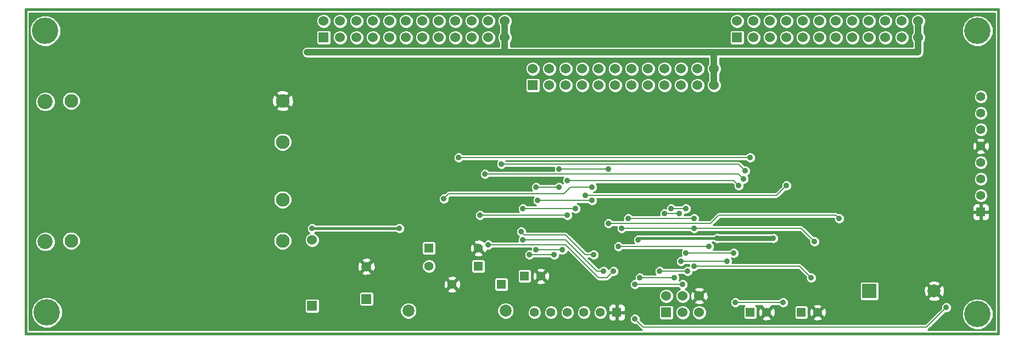
<source format=gbl>
G04 (created by PCBNEW-RS274X (2011-04-29 BZR 2986)-stable) date 5/31/2011 9:18:06 PM*
G01*
G70*
G90*
%MOIN*%
G04 Gerber Fmt 3.4, Leading zero omitted, Abs format*
%FSLAX34Y34*%
G04 APERTURE LIST*
%ADD10C,0.006000*%
%ADD11C,0.015000*%
%ADD12C,0.083500*%
%ADD13R,0.055000X0.055000*%
%ADD14C,0.055000*%
%ADD15C,0.073200*%
%ADD16R,0.060000X0.060000*%
%ADD17C,0.060000*%
%ADD18R,0.056000X0.056000*%
%ADD19C,0.056000*%
%ADD20R,0.059100X0.059100*%
%ADD21C,0.059100*%
%ADD22R,0.086600X0.086600*%
%ADD23C,0.078700*%
%ADD24C,0.160000*%
%ADD25C,0.092500*%
%ADD26C,0.035000*%
%ADD27C,0.040000*%
%ADD28C,0.030000*%
%ADD29C,0.016000*%
%ADD30C,0.008000*%
%ADD31C,0.010000*%
G04 APERTURE END LIST*
G54D10*
G54D11*
X64567Y-25591D02*
X64567Y-05906D01*
X05512Y-25591D02*
X64567Y-25591D01*
X05512Y-05906D02*
X05512Y-25591D01*
X05512Y-05906D02*
X64567Y-05906D01*
G54D12*
X08283Y-19952D03*
X21117Y-17452D03*
X21117Y-13948D03*
X21117Y-11448D03*
X08283Y-11448D03*
X21117Y-19952D03*
G54D13*
X63500Y-18200D03*
G54D14*
X63500Y-17200D03*
X63500Y-16200D03*
X63500Y-15200D03*
X63500Y-14200D03*
X63500Y-13200D03*
X63500Y-12200D03*
X63500Y-11200D03*
G54D13*
X41400Y-24300D03*
G54D14*
X40400Y-24300D03*
X39400Y-24300D03*
X38400Y-24300D03*
X37400Y-24300D03*
X36400Y-24300D03*
G54D13*
X49500Y-24300D03*
G54D14*
X50500Y-24300D03*
G54D13*
X52600Y-24300D03*
G54D14*
X53600Y-24300D03*
G54D15*
X34653Y-24200D03*
X28747Y-24200D03*
G54D16*
X44400Y-24300D03*
G54D17*
X44400Y-23300D03*
X45400Y-24300D03*
X45400Y-23300D03*
X46400Y-24300D03*
X46400Y-23300D03*
G54D16*
X22900Y-23900D03*
G54D17*
X22900Y-19900D03*
G54D18*
X30000Y-20400D03*
G54D19*
X33000Y-20400D03*
G54D18*
X33000Y-21500D03*
G54D19*
X30000Y-21500D03*
G54D18*
X34400Y-22600D03*
G54D19*
X31400Y-22600D03*
G54D20*
X26200Y-23484D03*
G54D21*
X26200Y-21516D03*
G54D13*
X35800Y-22100D03*
G54D14*
X36800Y-22100D03*
G54D16*
X23600Y-07600D03*
G54D17*
X23600Y-06600D03*
X24600Y-07600D03*
X24600Y-06600D03*
X25600Y-07600D03*
X25600Y-06600D03*
X26600Y-07600D03*
X26600Y-06600D03*
X27600Y-07600D03*
X27600Y-06600D03*
X28600Y-07600D03*
X28600Y-06600D03*
X29600Y-07600D03*
X29600Y-06600D03*
X30600Y-07600D03*
X30600Y-06600D03*
X31600Y-07600D03*
X31600Y-06600D03*
X32600Y-07600D03*
X32600Y-06600D03*
X33600Y-07600D03*
X33600Y-06600D03*
X34600Y-07600D03*
X34600Y-06600D03*
G54D16*
X36300Y-10500D03*
G54D17*
X36300Y-09500D03*
X37300Y-10500D03*
X37300Y-09500D03*
X38300Y-10500D03*
X38300Y-09500D03*
X39300Y-10500D03*
X39300Y-09500D03*
X40300Y-10500D03*
X40300Y-09500D03*
X41300Y-10500D03*
X41300Y-09500D03*
X42300Y-10500D03*
X42300Y-09500D03*
X43300Y-10500D03*
X43300Y-09500D03*
X44300Y-10500D03*
X44300Y-09500D03*
X45300Y-10500D03*
X45300Y-09500D03*
X46300Y-10500D03*
X46300Y-09500D03*
X47300Y-10500D03*
X47300Y-09500D03*
G54D16*
X48700Y-07600D03*
G54D17*
X48700Y-06600D03*
X49700Y-07600D03*
X49700Y-06600D03*
X50700Y-07600D03*
X50700Y-06600D03*
X51700Y-07600D03*
X51700Y-06600D03*
X52700Y-07600D03*
X52700Y-06600D03*
X53700Y-07600D03*
X53700Y-06600D03*
X54700Y-07600D03*
X54700Y-06600D03*
X55700Y-07600D03*
X55700Y-06600D03*
X56700Y-07600D03*
X56700Y-06600D03*
X57700Y-07600D03*
X57700Y-06600D03*
X58700Y-07600D03*
X58700Y-06600D03*
X59700Y-07600D03*
X59700Y-06600D03*
G54D22*
X56731Y-23000D03*
G54D23*
X60669Y-23000D03*
G54D24*
X63300Y-07200D03*
X63300Y-24400D03*
X06800Y-24300D03*
X06700Y-07200D03*
G54D25*
X06700Y-20000D03*
X06700Y-11500D03*
G54D26*
X22600Y-08500D03*
X50900Y-19800D03*
X42700Y-19900D03*
X47500Y-19800D03*
X35700Y-18000D03*
X39500Y-17200D03*
X38900Y-18000D03*
X51700Y-16600D03*
X41200Y-21800D03*
X49100Y-16200D03*
X33400Y-15900D03*
X33600Y-20200D03*
X35600Y-19400D03*
X40000Y-20800D03*
X34400Y-15300D03*
X49200Y-15700D03*
X35700Y-19900D03*
X40600Y-21800D03*
X45300Y-21200D03*
X48100Y-21200D03*
X45200Y-18300D03*
X44300Y-18300D03*
X44700Y-18000D03*
X51500Y-23700D03*
X48600Y-23700D03*
X48500Y-20700D03*
X45600Y-20700D03*
X45600Y-18000D03*
X44900Y-22200D03*
X42800Y-22200D03*
X45400Y-22600D03*
X42500Y-22600D03*
X33100Y-18400D03*
X38400Y-18400D03*
X38400Y-16300D03*
X48800Y-16600D03*
X39900Y-16700D03*
X30900Y-17400D03*
X41500Y-20300D03*
X47000Y-20300D03*
X36500Y-20500D03*
X39900Y-17500D03*
X38100Y-20500D03*
X36600Y-17500D03*
X45700Y-21800D03*
X44000Y-21800D03*
X40900Y-15600D03*
X36100Y-20800D03*
X36500Y-16700D03*
X37600Y-20800D03*
X37900Y-15600D03*
X37900Y-16700D03*
X42500Y-24700D03*
X61400Y-24000D03*
X44600Y-21300D03*
X50400Y-16700D03*
X52400Y-17600D03*
X42700Y-18100D03*
X34100Y-19800D03*
X38800Y-21400D03*
X49100Y-21100D03*
X51300Y-22300D03*
X40600Y-18500D03*
X39000Y-18600D03*
X61500Y-16500D03*
X49100Y-23100D03*
X33700Y-16500D03*
X31800Y-14900D03*
X49500Y-14900D03*
X46100Y-21500D03*
X53200Y-22200D03*
X46100Y-18600D03*
X42100Y-18600D03*
X22900Y-19200D03*
X28200Y-19200D03*
X40900Y-18900D03*
X54900Y-18600D03*
X53400Y-20000D03*
X46100Y-19200D03*
X41700Y-19200D03*
G54D27*
X34600Y-08500D02*
X47300Y-08500D01*
X22600Y-08500D02*
X34600Y-08500D01*
X59700Y-08500D02*
X59700Y-07600D01*
X59700Y-07600D02*
X59700Y-06600D01*
X47300Y-08500D02*
X47300Y-09500D01*
X47300Y-09500D02*
X47300Y-10500D01*
X34600Y-08500D02*
X34600Y-07600D01*
X34600Y-07600D02*
X34600Y-06600D01*
X47300Y-08500D02*
X59700Y-08500D01*
G54D28*
X47500Y-19800D02*
X50900Y-19800D01*
G54D29*
X42800Y-19800D02*
X47500Y-19800D01*
X42700Y-19900D02*
X42800Y-19800D01*
G54D30*
X35700Y-18000D02*
X38900Y-18000D01*
X50400Y-17200D02*
X39500Y-17200D01*
X51100Y-17200D02*
X50400Y-17200D01*
X51700Y-16600D02*
X51100Y-17200D01*
X40300Y-22200D02*
X38300Y-20200D01*
X40800Y-22200D02*
X40300Y-22200D01*
X41200Y-21800D02*
X40800Y-22200D01*
X49100Y-16200D02*
X48800Y-15900D01*
X48800Y-15900D02*
X33400Y-15900D01*
X38300Y-20200D02*
X33600Y-20200D01*
X39500Y-20800D02*
X38300Y-19600D01*
X38300Y-19600D02*
X35800Y-19600D01*
X35800Y-19600D02*
X35600Y-19400D01*
X40000Y-20800D02*
X39500Y-20800D01*
X38300Y-19900D02*
X35700Y-19900D01*
X48800Y-15300D02*
X34400Y-15300D01*
X49200Y-15700D02*
X48800Y-15300D01*
X40600Y-21800D02*
X40200Y-21800D01*
X40200Y-21800D02*
X38300Y-19900D01*
X45300Y-21200D02*
X48100Y-21200D01*
X44300Y-18300D02*
X45200Y-18300D01*
X44700Y-18000D02*
X45600Y-18000D01*
X48600Y-23700D02*
X51500Y-23700D01*
X45600Y-20700D02*
X48500Y-20700D01*
X42800Y-22200D02*
X44900Y-22200D01*
X42500Y-22600D02*
X45400Y-22600D01*
X33100Y-18400D02*
X38400Y-18400D01*
X48800Y-16600D02*
X48500Y-16300D01*
X48500Y-16300D02*
X38400Y-16300D01*
X39900Y-16700D02*
X38600Y-16700D01*
X31200Y-17100D02*
X30900Y-17400D01*
X38200Y-17100D02*
X31200Y-17100D01*
X38600Y-16700D02*
X38200Y-17100D01*
X47000Y-20300D02*
X41500Y-20300D01*
X36500Y-20500D02*
X38100Y-20500D01*
X39900Y-17500D02*
X36600Y-17500D01*
X44000Y-21800D02*
X45700Y-21800D01*
X40900Y-15600D02*
X37900Y-15600D01*
X36100Y-20800D02*
X37600Y-20800D01*
X37900Y-16700D02*
X36500Y-16700D01*
X42500Y-24700D02*
X43000Y-25200D01*
X60200Y-25200D02*
X61400Y-24000D01*
X43000Y-25200D02*
X60200Y-25200D01*
X49500Y-14900D02*
X31800Y-14900D01*
X52500Y-21500D02*
X46100Y-21500D01*
X53200Y-22200D02*
X52500Y-21500D01*
X42100Y-18600D02*
X46100Y-18600D01*
G54D29*
X28200Y-19200D02*
X22900Y-19200D01*
G54D30*
X47100Y-18900D02*
X40900Y-18900D01*
X47600Y-18400D02*
X47100Y-18900D01*
X54700Y-18400D02*
X47600Y-18400D01*
X54900Y-18600D02*
X54700Y-18400D01*
X46100Y-19200D02*
X52600Y-19200D01*
X52600Y-19200D02*
X53400Y-20000D01*
X41700Y-19200D02*
X46100Y-19200D01*
G54D10*
G36*
X64342Y-25366D02*
X64250Y-25366D01*
X64250Y-24590D01*
X64250Y-24212D01*
X64250Y-07390D01*
X64250Y-07012D01*
X64106Y-06663D01*
X63839Y-06395D01*
X63490Y-06250D01*
X63112Y-06250D01*
X62763Y-06394D01*
X62495Y-06661D01*
X62350Y-07010D01*
X62350Y-07388D01*
X62494Y-07737D01*
X62761Y-08005D01*
X63110Y-08150D01*
X63488Y-08150D01*
X63837Y-08006D01*
X64105Y-07739D01*
X64250Y-07390D01*
X64250Y-24212D01*
X64106Y-23863D01*
X64025Y-23781D01*
X64025Y-18312D01*
X64025Y-18088D01*
X64024Y-17876D01*
X64019Y-17863D01*
X64019Y-14274D01*
X64008Y-14070D01*
X63952Y-13933D01*
X63925Y-13926D01*
X63925Y-13285D01*
X63925Y-13116D01*
X63925Y-12285D01*
X63925Y-12116D01*
X63925Y-11285D01*
X63925Y-11116D01*
X63861Y-10960D01*
X63741Y-10840D01*
X63585Y-10775D01*
X63416Y-10775D01*
X63260Y-10839D01*
X63140Y-10959D01*
X63075Y-11115D01*
X63075Y-11284D01*
X63139Y-11440D01*
X63259Y-11560D01*
X63415Y-11625D01*
X63584Y-11625D01*
X63740Y-11561D01*
X63860Y-11441D01*
X63925Y-11285D01*
X63925Y-12116D01*
X63861Y-11960D01*
X63741Y-11840D01*
X63585Y-11775D01*
X63416Y-11775D01*
X63260Y-11839D01*
X63140Y-11959D01*
X63075Y-12115D01*
X63075Y-12284D01*
X63139Y-12440D01*
X63259Y-12560D01*
X63415Y-12625D01*
X63584Y-12625D01*
X63740Y-12561D01*
X63860Y-12441D01*
X63925Y-12285D01*
X63925Y-13116D01*
X63861Y-12960D01*
X63741Y-12840D01*
X63585Y-12775D01*
X63416Y-12775D01*
X63260Y-12839D01*
X63140Y-12959D01*
X63075Y-13115D01*
X63075Y-13284D01*
X63139Y-13440D01*
X63259Y-13560D01*
X63415Y-13625D01*
X63584Y-13625D01*
X63740Y-13561D01*
X63860Y-13441D01*
X63925Y-13285D01*
X63925Y-13926D01*
X63861Y-13910D01*
X63790Y-13981D01*
X63790Y-13839D01*
X63767Y-13748D01*
X63574Y-13681D01*
X63370Y-13692D01*
X63233Y-13748D01*
X63210Y-13839D01*
X63500Y-14129D01*
X63790Y-13839D01*
X63790Y-13981D01*
X63571Y-14200D01*
X63861Y-14490D01*
X63952Y-14467D01*
X64019Y-14274D01*
X64019Y-17863D01*
X63986Y-17784D01*
X63925Y-17723D01*
X63925Y-17285D01*
X63925Y-17116D01*
X63925Y-16285D01*
X63925Y-16116D01*
X63925Y-15285D01*
X63925Y-15116D01*
X63861Y-14960D01*
X63790Y-14889D01*
X63790Y-14561D01*
X63500Y-14271D01*
X63429Y-14342D01*
X63429Y-14200D01*
X63139Y-13910D01*
X63048Y-13933D01*
X62981Y-14126D01*
X62992Y-14330D01*
X63048Y-14467D01*
X63139Y-14490D01*
X63429Y-14200D01*
X63429Y-14342D01*
X63210Y-14561D01*
X63233Y-14652D01*
X63426Y-14719D01*
X63630Y-14708D01*
X63767Y-14652D01*
X63790Y-14561D01*
X63790Y-14889D01*
X63741Y-14840D01*
X63585Y-14775D01*
X63416Y-14775D01*
X63260Y-14839D01*
X63140Y-14959D01*
X63075Y-15115D01*
X63075Y-15284D01*
X63139Y-15440D01*
X63259Y-15560D01*
X63415Y-15625D01*
X63584Y-15625D01*
X63740Y-15561D01*
X63860Y-15441D01*
X63925Y-15285D01*
X63925Y-16116D01*
X63861Y-15960D01*
X63741Y-15840D01*
X63585Y-15775D01*
X63416Y-15775D01*
X63260Y-15839D01*
X63140Y-15959D01*
X63075Y-16115D01*
X63075Y-16284D01*
X63139Y-16440D01*
X63259Y-16560D01*
X63415Y-16625D01*
X63584Y-16625D01*
X63740Y-16561D01*
X63860Y-16441D01*
X63925Y-16285D01*
X63925Y-17116D01*
X63861Y-16960D01*
X63741Y-16840D01*
X63585Y-16775D01*
X63416Y-16775D01*
X63260Y-16839D01*
X63140Y-16959D01*
X63075Y-17115D01*
X63075Y-17284D01*
X63139Y-17440D01*
X63259Y-17560D01*
X63415Y-17625D01*
X63584Y-17625D01*
X63740Y-17561D01*
X63860Y-17441D01*
X63925Y-17285D01*
X63925Y-17723D01*
X63916Y-17714D01*
X63825Y-17676D01*
X63726Y-17676D01*
X63612Y-17675D01*
X63550Y-17737D01*
X63550Y-18150D01*
X63963Y-18150D01*
X64025Y-18088D01*
X64025Y-18312D01*
X63963Y-18250D01*
X63550Y-18250D01*
X63550Y-18663D01*
X63612Y-18725D01*
X63726Y-18724D01*
X63825Y-18724D01*
X63916Y-18686D01*
X63986Y-18616D01*
X64024Y-18524D01*
X64025Y-18312D01*
X64025Y-23781D01*
X63839Y-23595D01*
X63490Y-23450D01*
X63450Y-23450D01*
X63450Y-18663D01*
X63450Y-18250D01*
X63450Y-18150D01*
X63450Y-17737D01*
X63388Y-17675D01*
X63274Y-17676D01*
X63175Y-17676D01*
X63084Y-17714D01*
X63014Y-17784D01*
X62976Y-17876D01*
X62975Y-18088D01*
X63037Y-18150D01*
X63450Y-18150D01*
X63450Y-18250D01*
X63037Y-18250D01*
X62975Y-18312D01*
X62976Y-18524D01*
X63014Y-18616D01*
X63084Y-18686D01*
X63175Y-18724D01*
X63274Y-18724D01*
X63388Y-18725D01*
X63450Y-18663D01*
X63450Y-23450D01*
X63112Y-23450D01*
X62763Y-23594D01*
X62495Y-23861D01*
X62350Y-24210D01*
X62350Y-24588D01*
X62494Y-24937D01*
X62761Y-25205D01*
X63110Y-25350D01*
X63488Y-25350D01*
X63837Y-25206D01*
X64105Y-24939D01*
X64250Y-24590D01*
X64250Y-25366D01*
X60287Y-25366D01*
X60334Y-25334D01*
X61343Y-24325D01*
X61464Y-24325D01*
X61584Y-24276D01*
X61675Y-24185D01*
X61725Y-24065D01*
X61725Y-23936D01*
X61676Y-23816D01*
X61585Y-23725D01*
X61465Y-23675D01*
X61336Y-23675D01*
X61304Y-23688D01*
X61304Y-23100D01*
X61294Y-22850D01*
X61217Y-22664D01*
X61113Y-22627D01*
X61042Y-22698D01*
X61042Y-22556D01*
X61005Y-22452D01*
X60769Y-22365D01*
X60519Y-22375D01*
X60333Y-22452D01*
X60296Y-22556D01*
X60669Y-22929D01*
X61042Y-22556D01*
X61042Y-22698D01*
X60740Y-23000D01*
X61113Y-23373D01*
X61217Y-23336D01*
X61304Y-23100D01*
X61304Y-23688D01*
X61216Y-23724D01*
X61125Y-23815D01*
X61075Y-23935D01*
X61075Y-24057D01*
X61042Y-24090D01*
X61042Y-23444D01*
X60669Y-23071D01*
X60598Y-23142D01*
X60598Y-23000D01*
X60225Y-22627D01*
X60149Y-22654D01*
X60149Y-07690D01*
X60149Y-07511D01*
X60081Y-07346D01*
X60050Y-07315D01*
X60050Y-06885D01*
X60080Y-06855D01*
X60149Y-06690D01*
X60149Y-06511D01*
X60081Y-06346D01*
X59955Y-06220D01*
X59790Y-06151D01*
X59611Y-06151D01*
X59446Y-06219D01*
X59320Y-06345D01*
X59251Y-06510D01*
X59251Y-06689D01*
X59319Y-06854D01*
X59350Y-06885D01*
X59350Y-07315D01*
X59320Y-07345D01*
X59251Y-07510D01*
X59251Y-07689D01*
X59319Y-07854D01*
X59350Y-07885D01*
X59350Y-08150D01*
X59149Y-08150D01*
X59149Y-07690D01*
X59149Y-07511D01*
X59149Y-06690D01*
X59149Y-06511D01*
X59081Y-06346D01*
X58955Y-06220D01*
X58790Y-06151D01*
X58611Y-06151D01*
X58446Y-06219D01*
X58320Y-06345D01*
X58251Y-06510D01*
X58251Y-06689D01*
X58319Y-06854D01*
X58445Y-06980D01*
X58610Y-07049D01*
X58789Y-07049D01*
X58954Y-06981D01*
X59080Y-06855D01*
X59149Y-06690D01*
X59149Y-07511D01*
X59081Y-07346D01*
X58955Y-07220D01*
X58790Y-07151D01*
X58611Y-07151D01*
X58446Y-07219D01*
X58320Y-07345D01*
X58251Y-07510D01*
X58251Y-07689D01*
X58319Y-07854D01*
X58445Y-07980D01*
X58610Y-08049D01*
X58789Y-08049D01*
X58954Y-07981D01*
X59080Y-07855D01*
X59149Y-07690D01*
X59149Y-08150D01*
X58149Y-08150D01*
X58149Y-07690D01*
X58149Y-07511D01*
X58149Y-06690D01*
X58149Y-06511D01*
X58081Y-06346D01*
X57955Y-06220D01*
X57790Y-06151D01*
X57611Y-06151D01*
X57446Y-06219D01*
X57320Y-06345D01*
X57251Y-06510D01*
X57251Y-06689D01*
X57319Y-06854D01*
X57445Y-06980D01*
X57610Y-07049D01*
X57789Y-07049D01*
X57954Y-06981D01*
X58080Y-06855D01*
X58149Y-06690D01*
X58149Y-07511D01*
X58081Y-07346D01*
X57955Y-07220D01*
X57790Y-07151D01*
X57611Y-07151D01*
X57446Y-07219D01*
X57320Y-07345D01*
X57251Y-07510D01*
X57251Y-07689D01*
X57319Y-07854D01*
X57445Y-07980D01*
X57610Y-08049D01*
X57789Y-08049D01*
X57954Y-07981D01*
X58080Y-07855D01*
X58149Y-07690D01*
X58149Y-08150D01*
X57149Y-08150D01*
X57149Y-07690D01*
X57149Y-07511D01*
X57149Y-06690D01*
X57149Y-06511D01*
X57081Y-06346D01*
X56955Y-06220D01*
X56790Y-06151D01*
X56611Y-06151D01*
X56446Y-06219D01*
X56320Y-06345D01*
X56251Y-06510D01*
X56251Y-06689D01*
X56319Y-06854D01*
X56445Y-06980D01*
X56610Y-07049D01*
X56789Y-07049D01*
X56954Y-06981D01*
X57080Y-06855D01*
X57149Y-06690D01*
X57149Y-07511D01*
X57081Y-07346D01*
X56955Y-07220D01*
X56790Y-07151D01*
X56611Y-07151D01*
X56446Y-07219D01*
X56320Y-07345D01*
X56251Y-07510D01*
X56251Y-07689D01*
X56319Y-07854D01*
X56445Y-07980D01*
X56610Y-08049D01*
X56789Y-08049D01*
X56954Y-07981D01*
X57080Y-07855D01*
X57149Y-07690D01*
X57149Y-08150D01*
X56149Y-08150D01*
X56149Y-07690D01*
X56149Y-07511D01*
X56149Y-06690D01*
X56149Y-06511D01*
X56081Y-06346D01*
X55955Y-06220D01*
X55790Y-06151D01*
X55611Y-06151D01*
X55446Y-06219D01*
X55320Y-06345D01*
X55251Y-06510D01*
X55251Y-06689D01*
X55319Y-06854D01*
X55445Y-06980D01*
X55610Y-07049D01*
X55789Y-07049D01*
X55954Y-06981D01*
X56080Y-06855D01*
X56149Y-06690D01*
X56149Y-07511D01*
X56081Y-07346D01*
X55955Y-07220D01*
X55790Y-07151D01*
X55611Y-07151D01*
X55446Y-07219D01*
X55320Y-07345D01*
X55251Y-07510D01*
X55251Y-07689D01*
X55319Y-07854D01*
X55445Y-07980D01*
X55610Y-08049D01*
X55789Y-08049D01*
X55954Y-07981D01*
X56080Y-07855D01*
X56149Y-07690D01*
X56149Y-08150D01*
X55149Y-08150D01*
X55149Y-07690D01*
X55149Y-07511D01*
X55149Y-06690D01*
X55149Y-06511D01*
X55081Y-06346D01*
X54955Y-06220D01*
X54790Y-06151D01*
X54611Y-06151D01*
X54446Y-06219D01*
X54320Y-06345D01*
X54251Y-06510D01*
X54251Y-06689D01*
X54319Y-06854D01*
X54445Y-06980D01*
X54610Y-07049D01*
X54789Y-07049D01*
X54954Y-06981D01*
X55080Y-06855D01*
X55149Y-06690D01*
X55149Y-07511D01*
X55081Y-07346D01*
X54955Y-07220D01*
X54790Y-07151D01*
X54611Y-07151D01*
X54446Y-07219D01*
X54320Y-07345D01*
X54251Y-07510D01*
X54251Y-07689D01*
X54319Y-07854D01*
X54445Y-07980D01*
X54610Y-08049D01*
X54789Y-08049D01*
X54954Y-07981D01*
X55080Y-07855D01*
X55149Y-07690D01*
X55149Y-08150D01*
X54149Y-08150D01*
X54149Y-07690D01*
X54149Y-07511D01*
X54149Y-06690D01*
X54149Y-06511D01*
X54081Y-06346D01*
X53955Y-06220D01*
X53790Y-06151D01*
X53611Y-06151D01*
X53446Y-06219D01*
X53320Y-06345D01*
X53251Y-06510D01*
X53251Y-06689D01*
X53319Y-06854D01*
X53445Y-06980D01*
X53610Y-07049D01*
X53789Y-07049D01*
X53954Y-06981D01*
X54080Y-06855D01*
X54149Y-06690D01*
X54149Y-07511D01*
X54081Y-07346D01*
X53955Y-07220D01*
X53790Y-07151D01*
X53611Y-07151D01*
X53446Y-07219D01*
X53320Y-07345D01*
X53251Y-07510D01*
X53251Y-07689D01*
X53319Y-07854D01*
X53445Y-07980D01*
X53610Y-08049D01*
X53789Y-08049D01*
X53954Y-07981D01*
X54080Y-07855D01*
X54149Y-07690D01*
X54149Y-08150D01*
X53149Y-08150D01*
X53149Y-07690D01*
X53149Y-07511D01*
X53149Y-06690D01*
X53149Y-06511D01*
X53081Y-06346D01*
X52955Y-06220D01*
X52790Y-06151D01*
X52611Y-06151D01*
X52446Y-06219D01*
X52320Y-06345D01*
X52251Y-06510D01*
X52251Y-06689D01*
X52319Y-06854D01*
X52445Y-06980D01*
X52610Y-07049D01*
X52789Y-07049D01*
X52954Y-06981D01*
X53080Y-06855D01*
X53149Y-06690D01*
X53149Y-07511D01*
X53081Y-07346D01*
X52955Y-07220D01*
X52790Y-07151D01*
X52611Y-07151D01*
X52446Y-07219D01*
X52320Y-07345D01*
X52251Y-07510D01*
X52251Y-07689D01*
X52319Y-07854D01*
X52445Y-07980D01*
X52610Y-08049D01*
X52789Y-08049D01*
X52954Y-07981D01*
X53080Y-07855D01*
X53149Y-07690D01*
X53149Y-08150D01*
X52149Y-08150D01*
X52149Y-07690D01*
X52149Y-07511D01*
X52149Y-06690D01*
X52149Y-06511D01*
X52081Y-06346D01*
X51955Y-06220D01*
X51790Y-06151D01*
X51611Y-06151D01*
X51446Y-06219D01*
X51320Y-06345D01*
X51251Y-06510D01*
X51251Y-06689D01*
X51319Y-06854D01*
X51445Y-06980D01*
X51610Y-07049D01*
X51789Y-07049D01*
X51954Y-06981D01*
X52080Y-06855D01*
X52149Y-06690D01*
X52149Y-07511D01*
X52081Y-07346D01*
X51955Y-07220D01*
X51790Y-07151D01*
X51611Y-07151D01*
X51446Y-07219D01*
X51320Y-07345D01*
X51251Y-07510D01*
X51251Y-07689D01*
X51319Y-07854D01*
X51445Y-07980D01*
X51610Y-08049D01*
X51789Y-08049D01*
X51954Y-07981D01*
X52080Y-07855D01*
X52149Y-07690D01*
X52149Y-08150D01*
X51149Y-08150D01*
X51149Y-07690D01*
X51149Y-07511D01*
X51149Y-06690D01*
X51149Y-06511D01*
X51081Y-06346D01*
X50955Y-06220D01*
X50790Y-06151D01*
X50611Y-06151D01*
X50446Y-06219D01*
X50320Y-06345D01*
X50251Y-06510D01*
X50251Y-06689D01*
X50319Y-06854D01*
X50445Y-06980D01*
X50610Y-07049D01*
X50789Y-07049D01*
X50954Y-06981D01*
X51080Y-06855D01*
X51149Y-06690D01*
X51149Y-07511D01*
X51081Y-07346D01*
X50955Y-07220D01*
X50790Y-07151D01*
X50611Y-07151D01*
X50446Y-07219D01*
X50320Y-07345D01*
X50251Y-07510D01*
X50251Y-07689D01*
X50319Y-07854D01*
X50445Y-07980D01*
X50610Y-08049D01*
X50789Y-08049D01*
X50954Y-07981D01*
X51080Y-07855D01*
X51149Y-07690D01*
X51149Y-08150D01*
X50149Y-08150D01*
X50149Y-07690D01*
X50149Y-07511D01*
X50149Y-06690D01*
X50149Y-06511D01*
X50081Y-06346D01*
X49955Y-06220D01*
X49790Y-06151D01*
X49611Y-06151D01*
X49446Y-06219D01*
X49320Y-06345D01*
X49251Y-06510D01*
X49251Y-06689D01*
X49319Y-06854D01*
X49445Y-06980D01*
X49610Y-07049D01*
X49789Y-07049D01*
X49954Y-06981D01*
X50080Y-06855D01*
X50149Y-06690D01*
X50149Y-07511D01*
X50081Y-07346D01*
X49955Y-07220D01*
X49790Y-07151D01*
X49611Y-07151D01*
X49446Y-07219D01*
X49320Y-07345D01*
X49251Y-07510D01*
X49251Y-07689D01*
X49319Y-07854D01*
X49445Y-07980D01*
X49610Y-08049D01*
X49789Y-08049D01*
X49954Y-07981D01*
X50080Y-07855D01*
X50149Y-07690D01*
X50149Y-08150D01*
X49149Y-08150D01*
X49149Y-07929D01*
X49149Y-07870D01*
X49149Y-07270D01*
X49149Y-06690D01*
X49149Y-06511D01*
X49081Y-06346D01*
X48955Y-06220D01*
X48790Y-06151D01*
X48611Y-06151D01*
X48446Y-06219D01*
X48320Y-06345D01*
X48251Y-06510D01*
X48251Y-06689D01*
X48319Y-06854D01*
X48445Y-06980D01*
X48610Y-07049D01*
X48789Y-07049D01*
X48954Y-06981D01*
X49080Y-06855D01*
X49149Y-06690D01*
X49149Y-07270D01*
X49126Y-07215D01*
X49084Y-07173D01*
X49029Y-07151D01*
X48970Y-07151D01*
X48370Y-07151D01*
X48315Y-07174D01*
X48273Y-07216D01*
X48251Y-07271D01*
X48251Y-07330D01*
X48251Y-07930D01*
X48274Y-07985D01*
X48316Y-08027D01*
X48371Y-08049D01*
X48430Y-08049D01*
X49030Y-08049D01*
X49085Y-08026D01*
X49127Y-07984D01*
X49149Y-07929D01*
X49149Y-08150D01*
X47300Y-08150D01*
X34950Y-08150D01*
X34950Y-07885D01*
X34980Y-07855D01*
X35049Y-07690D01*
X35049Y-07511D01*
X34981Y-07346D01*
X34950Y-07315D01*
X34950Y-06885D01*
X34980Y-06855D01*
X35049Y-06690D01*
X35049Y-06511D01*
X34981Y-06346D01*
X34855Y-06220D01*
X34690Y-06151D01*
X34511Y-06151D01*
X34346Y-06219D01*
X34220Y-06345D01*
X34151Y-06510D01*
X34151Y-06689D01*
X34219Y-06854D01*
X34250Y-06885D01*
X34250Y-07315D01*
X34220Y-07345D01*
X34151Y-07510D01*
X34151Y-07689D01*
X34219Y-07854D01*
X34250Y-07885D01*
X34250Y-08150D01*
X34049Y-08150D01*
X34049Y-07690D01*
X34049Y-07511D01*
X34049Y-06690D01*
X34049Y-06511D01*
X33981Y-06346D01*
X33855Y-06220D01*
X33690Y-06151D01*
X33511Y-06151D01*
X33346Y-06219D01*
X33220Y-06345D01*
X33151Y-06510D01*
X33151Y-06689D01*
X33219Y-06854D01*
X33345Y-06980D01*
X33510Y-07049D01*
X33689Y-07049D01*
X33854Y-06981D01*
X33980Y-06855D01*
X34049Y-06690D01*
X34049Y-07511D01*
X33981Y-07346D01*
X33855Y-07220D01*
X33690Y-07151D01*
X33511Y-07151D01*
X33346Y-07219D01*
X33220Y-07345D01*
X33151Y-07510D01*
X33151Y-07689D01*
X33219Y-07854D01*
X33345Y-07980D01*
X33510Y-08049D01*
X33689Y-08049D01*
X33854Y-07981D01*
X33980Y-07855D01*
X34049Y-07690D01*
X34049Y-08150D01*
X33049Y-08150D01*
X33049Y-07690D01*
X33049Y-07511D01*
X33049Y-06690D01*
X33049Y-06511D01*
X32981Y-06346D01*
X32855Y-06220D01*
X32690Y-06151D01*
X32511Y-06151D01*
X32346Y-06219D01*
X32220Y-06345D01*
X32151Y-06510D01*
X32151Y-06689D01*
X32219Y-06854D01*
X32345Y-06980D01*
X32510Y-07049D01*
X32689Y-07049D01*
X32854Y-06981D01*
X32980Y-06855D01*
X33049Y-06690D01*
X33049Y-07511D01*
X32981Y-07346D01*
X32855Y-07220D01*
X32690Y-07151D01*
X32511Y-07151D01*
X32346Y-07219D01*
X32220Y-07345D01*
X32151Y-07510D01*
X32151Y-07689D01*
X32219Y-07854D01*
X32345Y-07980D01*
X32510Y-08049D01*
X32689Y-08049D01*
X32854Y-07981D01*
X32980Y-07855D01*
X33049Y-07690D01*
X33049Y-08150D01*
X32049Y-08150D01*
X32049Y-07690D01*
X32049Y-07511D01*
X32049Y-06690D01*
X32049Y-06511D01*
X31981Y-06346D01*
X31855Y-06220D01*
X31690Y-06151D01*
X31511Y-06151D01*
X31346Y-06219D01*
X31220Y-06345D01*
X31151Y-06510D01*
X31151Y-06689D01*
X31219Y-06854D01*
X31345Y-06980D01*
X31510Y-07049D01*
X31689Y-07049D01*
X31854Y-06981D01*
X31980Y-06855D01*
X32049Y-06690D01*
X32049Y-07511D01*
X31981Y-07346D01*
X31855Y-07220D01*
X31690Y-07151D01*
X31511Y-07151D01*
X31346Y-07219D01*
X31220Y-07345D01*
X31151Y-07510D01*
X31151Y-07689D01*
X31219Y-07854D01*
X31345Y-07980D01*
X31510Y-08049D01*
X31689Y-08049D01*
X31854Y-07981D01*
X31980Y-07855D01*
X32049Y-07690D01*
X32049Y-08150D01*
X31049Y-08150D01*
X31049Y-07690D01*
X31049Y-07511D01*
X31049Y-06690D01*
X31049Y-06511D01*
X30981Y-06346D01*
X30855Y-06220D01*
X30690Y-06151D01*
X30511Y-06151D01*
X30346Y-06219D01*
X30220Y-06345D01*
X30151Y-06510D01*
X30151Y-06689D01*
X30219Y-06854D01*
X30345Y-06980D01*
X30510Y-07049D01*
X30689Y-07049D01*
X30854Y-06981D01*
X30980Y-06855D01*
X31049Y-06690D01*
X31049Y-07511D01*
X30981Y-07346D01*
X30855Y-07220D01*
X30690Y-07151D01*
X30511Y-07151D01*
X30346Y-07219D01*
X30220Y-07345D01*
X30151Y-07510D01*
X30151Y-07689D01*
X30219Y-07854D01*
X30345Y-07980D01*
X30510Y-08049D01*
X30689Y-08049D01*
X30854Y-07981D01*
X30980Y-07855D01*
X31049Y-07690D01*
X31049Y-08150D01*
X30049Y-08150D01*
X30049Y-07690D01*
X30049Y-07511D01*
X30049Y-06690D01*
X30049Y-06511D01*
X29981Y-06346D01*
X29855Y-06220D01*
X29690Y-06151D01*
X29511Y-06151D01*
X29346Y-06219D01*
X29220Y-06345D01*
X29151Y-06510D01*
X29151Y-06689D01*
X29219Y-06854D01*
X29345Y-06980D01*
X29510Y-07049D01*
X29689Y-07049D01*
X29854Y-06981D01*
X29980Y-06855D01*
X30049Y-06690D01*
X30049Y-07511D01*
X29981Y-07346D01*
X29855Y-07220D01*
X29690Y-07151D01*
X29511Y-07151D01*
X29346Y-07219D01*
X29220Y-07345D01*
X29151Y-07510D01*
X29151Y-07689D01*
X29219Y-07854D01*
X29345Y-07980D01*
X29510Y-08049D01*
X29689Y-08049D01*
X29854Y-07981D01*
X29980Y-07855D01*
X30049Y-07690D01*
X30049Y-08150D01*
X29049Y-08150D01*
X29049Y-07690D01*
X29049Y-07511D01*
X29049Y-06690D01*
X29049Y-06511D01*
X28981Y-06346D01*
X28855Y-06220D01*
X28690Y-06151D01*
X28511Y-06151D01*
X28346Y-06219D01*
X28220Y-06345D01*
X28151Y-06510D01*
X28151Y-06689D01*
X28219Y-06854D01*
X28345Y-06980D01*
X28510Y-07049D01*
X28689Y-07049D01*
X28854Y-06981D01*
X28980Y-06855D01*
X29049Y-06690D01*
X29049Y-07511D01*
X28981Y-07346D01*
X28855Y-07220D01*
X28690Y-07151D01*
X28511Y-07151D01*
X28346Y-07219D01*
X28220Y-07345D01*
X28151Y-07510D01*
X28151Y-07689D01*
X28219Y-07854D01*
X28345Y-07980D01*
X28510Y-08049D01*
X28689Y-08049D01*
X28854Y-07981D01*
X28980Y-07855D01*
X29049Y-07690D01*
X29049Y-08150D01*
X28049Y-08150D01*
X28049Y-07690D01*
X28049Y-07511D01*
X28049Y-06690D01*
X28049Y-06511D01*
X27981Y-06346D01*
X27855Y-06220D01*
X27690Y-06151D01*
X27511Y-06151D01*
X27346Y-06219D01*
X27220Y-06345D01*
X27151Y-06510D01*
X27151Y-06689D01*
X27219Y-06854D01*
X27345Y-06980D01*
X27510Y-07049D01*
X27689Y-07049D01*
X27854Y-06981D01*
X27980Y-06855D01*
X28049Y-06690D01*
X28049Y-07511D01*
X27981Y-07346D01*
X27855Y-07220D01*
X27690Y-07151D01*
X27511Y-07151D01*
X27346Y-07219D01*
X27220Y-07345D01*
X27151Y-07510D01*
X27151Y-07689D01*
X27219Y-07854D01*
X27345Y-07980D01*
X27510Y-08049D01*
X27689Y-08049D01*
X27854Y-07981D01*
X27980Y-07855D01*
X28049Y-07690D01*
X28049Y-08150D01*
X27049Y-08150D01*
X27049Y-07690D01*
X27049Y-07511D01*
X27049Y-06690D01*
X27049Y-06511D01*
X26981Y-06346D01*
X26855Y-06220D01*
X26690Y-06151D01*
X26511Y-06151D01*
X26346Y-06219D01*
X26220Y-06345D01*
X26151Y-06510D01*
X26151Y-06689D01*
X26219Y-06854D01*
X26345Y-06980D01*
X26510Y-07049D01*
X26689Y-07049D01*
X26854Y-06981D01*
X26980Y-06855D01*
X27049Y-06690D01*
X27049Y-07511D01*
X26981Y-07346D01*
X26855Y-07220D01*
X26690Y-07151D01*
X26511Y-07151D01*
X26346Y-07219D01*
X26220Y-07345D01*
X26151Y-07510D01*
X26151Y-07689D01*
X26219Y-07854D01*
X26345Y-07980D01*
X26510Y-08049D01*
X26689Y-08049D01*
X26854Y-07981D01*
X26980Y-07855D01*
X27049Y-07690D01*
X27049Y-08150D01*
X26049Y-08150D01*
X26049Y-07690D01*
X26049Y-07511D01*
X26049Y-06690D01*
X26049Y-06511D01*
X25981Y-06346D01*
X25855Y-06220D01*
X25690Y-06151D01*
X25511Y-06151D01*
X25346Y-06219D01*
X25220Y-06345D01*
X25151Y-06510D01*
X25151Y-06689D01*
X25219Y-06854D01*
X25345Y-06980D01*
X25510Y-07049D01*
X25689Y-07049D01*
X25854Y-06981D01*
X25980Y-06855D01*
X26049Y-06690D01*
X26049Y-07511D01*
X25981Y-07346D01*
X25855Y-07220D01*
X25690Y-07151D01*
X25511Y-07151D01*
X25346Y-07219D01*
X25220Y-07345D01*
X25151Y-07510D01*
X25151Y-07689D01*
X25219Y-07854D01*
X25345Y-07980D01*
X25510Y-08049D01*
X25689Y-08049D01*
X25854Y-07981D01*
X25980Y-07855D01*
X26049Y-07690D01*
X26049Y-08150D01*
X25049Y-08150D01*
X25049Y-07690D01*
X25049Y-07511D01*
X25049Y-06690D01*
X25049Y-06511D01*
X24981Y-06346D01*
X24855Y-06220D01*
X24690Y-06151D01*
X24511Y-06151D01*
X24346Y-06219D01*
X24220Y-06345D01*
X24151Y-06510D01*
X24151Y-06689D01*
X24219Y-06854D01*
X24345Y-06980D01*
X24510Y-07049D01*
X24689Y-07049D01*
X24854Y-06981D01*
X24980Y-06855D01*
X25049Y-06690D01*
X25049Y-07511D01*
X24981Y-07346D01*
X24855Y-07220D01*
X24690Y-07151D01*
X24511Y-07151D01*
X24346Y-07219D01*
X24220Y-07345D01*
X24151Y-07510D01*
X24151Y-07689D01*
X24219Y-07854D01*
X24345Y-07980D01*
X24510Y-08049D01*
X24689Y-08049D01*
X24854Y-07981D01*
X24980Y-07855D01*
X25049Y-07690D01*
X25049Y-08150D01*
X24049Y-08150D01*
X24049Y-07929D01*
X24049Y-07870D01*
X24049Y-07270D01*
X24049Y-06690D01*
X24049Y-06511D01*
X23981Y-06346D01*
X23855Y-06220D01*
X23690Y-06151D01*
X23511Y-06151D01*
X23346Y-06219D01*
X23220Y-06345D01*
X23151Y-06510D01*
X23151Y-06689D01*
X23219Y-06854D01*
X23345Y-06980D01*
X23510Y-07049D01*
X23689Y-07049D01*
X23854Y-06981D01*
X23980Y-06855D01*
X24049Y-06690D01*
X24049Y-07270D01*
X24026Y-07215D01*
X23984Y-07173D01*
X23929Y-07151D01*
X23870Y-07151D01*
X23270Y-07151D01*
X23215Y-07174D01*
X23173Y-07216D01*
X23151Y-07271D01*
X23151Y-07330D01*
X23151Y-07930D01*
X23174Y-07985D01*
X23216Y-08027D01*
X23271Y-08049D01*
X23330Y-08049D01*
X23930Y-08049D01*
X23985Y-08026D01*
X24027Y-07984D01*
X24049Y-07929D01*
X24049Y-08150D01*
X22600Y-08150D01*
X22466Y-08177D01*
X22353Y-08253D01*
X22277Y-08366D01*
X22250Y-08500D01*
X22277Y-08634D01*
X22353Y-08747D01*
X22466Y-08823D01*
X22600Y-08850D01*
X34600Y-08850D01*
X46950Y-08850D01*
X46950Y-09215D01*
X46920Y-09245D01*
X46851Y-09410D01*
X46851Y-09589D01*
X46919Y-09754D01*
X46950Y-09785D01*
X46950Y-10215D01*
X46920Y-10245D01*
X46851Y-10410D01*
X46851Y-10589D01*
X46919Y-10754D01*
X47045Y-10880D01*
X47210Y-10949D01*
X47389Y-10949D01*
X47554Y-10881D01*
X47680Y-10755D01*
X47749Y-10590D01*
X47749Y-10411D01*
X47681Y-10246D01*
X47650Y-10215D01*
X47650Y-09785D01*
X47680Y-09755D01*
X47749Y-09590D01*
X47749Y-09411D01*
X47681Y-09246D01*
X47650Y-09215D01*
X47650Y-08850D01*
X59700Y-08850D01*
X59834Y-08823D01*
X59947Y-08747D01*
X60023Y-08634D01*
X60050Y-08500D01*
X60050Y-07885D01*
X60080Y-07855D01*
X60149Y-07690D01*
X60149Y-22654D01*
X60121Y-22664D01*
X60034Y-22900D01*
X60044Y-23150D01*
X60121Y-23336D01*
X60225Y-23373D01*
X60598Y-23000D01*
X60598Y-23142D01*
X60296Y-23444D01*
X60333Y-23548D01*
X60569Y-23635D01*
X60819Y-23625D01*
X61005Y-23548D01*
X61042Y-23444D01*
X61042Y-24090D01*
X60122Y-25010D01*
X57313Y-25010D01*
X57313Y-23462D01*
X57313Y-23403D01*
X57313Y-22537D01*
X57290Y-22482D01*
X57248Y-22440D01*
X57193Y-22418D01*
X57134Y-22418D01*
X56268Y-22418D01*
X56213Y-22441D01*
X56171Y-22483D01*
X56149Y-22538D01*
X56149Y-22597D01*
X56149Y-23463D01*
X56172Y-23518D01*
X56214Y-23560D01*
X56269Y-23582D01*
X56328Y-23582D01*
X57194Y-23582D01*
X57249Y-23559D01*
X57291Y-23517D01*
X57313Y-23462D01*
X57313Y-25010D01*
X55225Y-25010D01*
X55225Y-18665D01*
X55225Y-18536D01*
X55176Y-18416D01*
X55085Y-18325D01*
X54965Y-18275D01*
X54843Y-18275D01*
X54834Y-18266D01*
X54773Y-18224D01*
X54700Y-18210D01*
X52025Y-18210D01*
X52025Y-16665D01*
X52025Y-16536D01*
X51976Y-16416D01*
X51885Y-16325D01*
X51765Y-16275D01*
X51636Y-16275D01*
X51516Y-16324D01*
X51425Y-16415D01*
X51375Y-16535D01*
X51375Y-16656D01*
X51021Y-17010D01*
X50400Y-17010D01*
X40000Y-17010D01*
X40084Y-16976D01*
X40175Y-16885D01*
X40225Y-16765D01*
X40225Y-16636D01*
X40176Y-16516D01*
X40150Y-16490D01*
X48421Y-16490D01*
X48475Y-16543D01*
X48475Y-16664D01*
X48524Y-16784D01*
X48615Y-16875D01*
X48735Y-16925D01*
X48864Y-16925D01*
X48984Y-16876D01*
X49075Y-16785D01*
X49125Y-16665D01*
X49125Y-16536D01*
X49120Y-16525D01*
X49164Y-16525D01*
X49284Y-16476D01*
X49375Y-16385D01*
X49425Y-16265D01*
X49425Y-16136D01*
X49376Y-16016D01*
X49349Y-15989D01*
X49384Y-15976D01*
X49475Y-15885D01*
X49525Y-15765D01*
X49525Y-15636D01*
X49476Y-15516D01*
X49385Y-15425D01*
X49265Y-15375D01*
X49143Y-15375D01*
X48934Y-15166D01*
X48873Y-15124D01*
X48800Y-15110D01*
X34670Y-15110D01*
X34650Y-15090D01*
X49230Y-15090D01*
X49315Y-15175D01*
X49435Y-15225D01*
X49564Y-15225D01*
X49684Y-15176D01*
X49775Y-15085D01*
X49825Y-14965D01*
X49825Y-14836D01*
X49776Y-14716D01*
X49685Y-14625D01*
X49565Y-14575D01*
X49436Y-14575D01*
X49316Y-14624D01*
X49230Y-14710D01*
X46749Y-14710D01*
X46749Y-10590D01*
X46749Y-10411D01*
X46749Y-09590D01*
X46749Y-09411D01*
X46681Y-09246D01*
X46555Y-09120D01*
X46390Y-09051D01*
X46211Y-09051D01*
X46046Y-09119D01*
X45920Y-09245D01*
X45851Y-09410D01*
X45851Y-09589D01*
X45919Y-09754D01*
X46045Y-09880D01*
X46210Y-09949D01*
X46389Y-09949D01*
X46554Y-09881D01*
X46680Y-09755D01*
X46749Y-09590D01*
X46749Y-10411D01*
X46681Y-10246D01*
X46555Y-10120D01*
X46390Y-10051D01*
X46211Y-10051D01*
X46046Y-10119D01*
X45920Y-10245D01*
X45851Y-10410D01*
X45851Y-10589D01*
X45919Y-10754D01*
X46045Y-10880D01*
X46210Y-10949D01*
X46389Y-10949D01*
X46554Y-10881D01*
X46680Y-10755D01*
X46749Y-10590D01*
X46749Y-14710D01*
X45749Y-14710D01*
X45749Y-10590D01*
X45749Y-10411D01*
X45749Y-09590D01*
X45749Y-09411D01*
X45681Y-09246D01*
X45555Y-09120D01*
X45390Y-09051D01*
X45211Y-09051D01*
X45046Y-09119D01*
X44920Y-09245D01*
X44851Y-09410D01*
X44851Y-09589D01*
X44919Y-09754D01*
X45045Y-09880D01*
X45210Y-09949D01*
X45389Y-09949D01*
X45554Y-09881D01*
X45680Y-09755D01*
X45749Y-09590D01*
X45749Y-10411D01*
X45681Y-10246D01*
X45555Y-10120D01*
X45390Y-10051D01*
X45211Y-10051D01*
X45046Y-10119D01*
X44920Y-10245D01*
X44851Y-10410D01*
X44851Y-10589D01*
X44919Y-10754D01*
X45045Y-10880D01*
X45210Y-10949D01*
X45389Y-10949D01*
X45554Y-10881D01*
X45680Y-10755D01*
X45749Y-10590D01*
X45749Y-14710D01*
X44749Y-14710D01*
X44749Y-10590D01*
X44749Y-10411D01*
X44749Y-09590D01*
X44749Y-09411D01*
X44681Y-09246D01*
X44555Y-09120D01*
X44390Y-09051D01*
X44211Y-09051D01*
X44046Y-09119D01*
X43920Y-09245D01*
X43851Y-09410D01*
X43851Y-09589D01*
X43919Y-09754D01*
X44045Y-09880D01*
X44210Y-09949D01*
X44389Y-09949D01*
X44554Y-09881D01*
X44680Y-09755D01*
X44749Y-09590D01*
X44749Y-10411D01*
X44681Y-10246D01*
X44555Y-10120D01*
X44390Y-10051D01*
X44211Y-10051D01*
X44046Y-10119D01*
X43920Y-10245D01*
X43851Y-10410D01*
X43851Y-10589D01*
X43919Y-10754D01*
X44045Y-10880D01*
X44210Y-10949D01*
X44389Y-10949D01*
X44554Y-10881D01*
X44680Y-10755D01*
X44749Y-10590D01*
X44749Y-14710D01*
X43749Y-14710D01*
X43749Y-10590D01*
X43749Y-10411D01*
X43749Y-09590D01*
X43749Y-09411D01*
X43681Y-09246D01*
X43555Y-09120D01*
X43390Y-09051D01*
X43211Y-09051D01*
X43046Y-09119D01*
X42920Y-09245D01*
X42851Y-09410D01*
X42851Y-09589D01*
X42919Y-09754D01*
X43045Y-09880D01*
X43210Y-09949D01*
X43389Y-09949D01*
X43554Y-09881D01*
X43680Y-09755D01*
X43749Y-09590D01*
X43749Y-10411D01*
X43681Y-10246D01*
X43555Y-10120D01*
X43390Y-10051D01*
X43211Y-10051D01*
X43046Y-10119D01*
X42920Y-10245D01*
X42851Y-10410D01*
X42851Y-10589D01*
X42919Y-10754D01*
X43045Y-10880D01*
X43210Y-10949D01*
X43389Y-10949D01*
X43554Y-10881D01*
X43680Y-10755D01*
X43749Y-10590D01*
X43749Y-14710D01*
X42749Y-14710D01*
X42749Y-10590D01*
X42749Y-10411D01*
X42749Y-09590D01*
X42749Y-09411D01*
X42681Y-09246D01*
X42555Y-09120D01*
X42390Y-09051D01*
X42211Y-09051D01*
X42046Y-09119D01*
X41920Y-09245D01*
X41851Y-09410D01*
X41851Y-09589D01*
X41919Y-09754D01*
X42045Y-09880D01*
X42210Y-09949D01*
X42389Y-09949D01*
X42554Y-09881D01*
X42680Y-09755D01*
X42749Y-09590D01*
X42749Y-10411D01*
X42681Y-10246D01*
X42555Y-10120D01*
X42390Y-10051D01*
X42211Y-10051D01*
X42046Y-10119D01*
X41920Y-10245D01*
X41851Y-10410D01*
X41851Y-10589D01*
X41919Y-10754D01*
X42045Y-10880D01*
X42210Y-10949D01*
X42389Y-10949D01*
X42554Y-10881D01*
X42680Y-10755D01*
X42749Y-10590D01*
X42749Y-14710D01*
X41749Y-14710D01*
X41749Y-10590D01*
X41749Y-10411D01*
X41749Y-09590D01*
X41749Y-09411D01*
X41681Y-09246D01*
X41555Y-09120D01*
X41390Y-09051D01*
X41211Y-09051D01*
X41046Y-09119D01*
X40920Y-09245D01*
X40851Y-09410D01*
X40851Y-09589D01*
X40919Y-09754D01*
X41045Y-09880D01*
X41210Y-09949D01*
X41389Y-09949D01*
X41554Y-09881D01*
X41680Y-09755D01*
X41749Y-09590D01*
X41749Y-10411D01*
X41681Y-10246D01*
X41555Y-10120D01*
X41390Y-10051D01*
X41211Y-10051D01*
X41046Y-10119D01*
X40920Y-10245D01*
X40851Y-10410D01*
X40851Y-10589D01*
X40919Y-10754D01*
X41045Y-10880D01*
X41210Y-10949D01*
X41389Y-10949D01*
X41554Y-10881D01*
X41680Y-10755D01*
X41749Y-10590D01*
X41749Y-14710D01*
X40749Y-14710D01*
X40749Y-10590D01*
X40749Y-10411D01*
X40749Y-09590D01*
X40749Y-09411D01*
X40681Y-09246D01*
X40555Y-09120D01*
X40390Y-09051D01*
X40211Y-09051D01*
X40046Y-09119D01*
X39920Y-09245D01*
X39851Y-09410D01*
X39851Y-09589D01*
X39919Y-09754D01*
X40045Y-09880D01*
X40210Y-09949D01*
X40389Y-09949D01*
X40554Y-09881D01*
X40680Y-09755D01*
X40749Y-09590D01*
X40749Y-10411D01*
X40681Y-10246D01*
X40555Y-10120D01*
X40390Y-10051D01*
X40211Y-10051D01*
X40046Y-10119D01*
X39920Y-10245D01*
X39851Y-10410D01*
X39851Y-10589D01*
X39919Y-10754D01*
X40045Y-10880D01*
X40210Y-10949D01*
X40389Y-10949D01*
X40554Y-10881D01*
X40680Y-10755D01*
X40749Y-10590D01*
X40749Y-14710D01*
X39749Y-14710D01*
X39749Y-10590D01*
X39749Y-10411D01*
X39749Y-09590D01*
X39749Y-09411D01*
X39681Y-09246D01*
X39555Y-09120D01*
X39390Y-09051D01*
X39211Y-09051D01*
X39046Y-09119D01*
X38920Y-09245D01*
X38851Y-09410D01*
X38851Y-09589D01*
X38919Y-09754D01*
X39045Y-09880D01*
X39210Y-09949D01*
X39389Y-09949D01*
X39554Y-09881D01*
X39680Y-09755D01*
X39749Y-09590D01*
X39749Y-10411D01*
X39681Y-10246D01*
X39555Y-10120D01*
X39390Y-10051D01*
X39211Y-10051D01*
X39046Y-10119D01*
X38920Y-10245D01*
X38851Y-10410D01*
X38851Y-10589D01*
X38919Y-10754D01*
X39045Y-10880D01*
X39210Y-10949D01*
X39389Y-10949D01*
X39554Y-10881D01*
X39680Y-10755D01*
X39749Y-10590D01*
X39749Y-14710D01*
X38749Y-14710D01*
X38749Y-10590D01*
X38749Y-10411D01*
X38749Y-09590D01*
X38749Y-09411D01*
X38681Y-09246D01*
X38555Y-09120D01*
X38390Y-09051D01*
X38211Y-09051D01*
X38046Y-09119D01*
X37920Y-09245D01*
X37851Y-09410D01*
X37851Y-09589D01*
X37919Y-09754D01*
X38045Y-09880D01*
X38210Y-09949D01*
X38389Y-09949D01*
X38554Y-09881D01*
X38680Y-09755D01*
X38749Y-09590D01*
X38749Y-10411D01*
X38681Y-10246D01*
X38555Y-10120D01*
X38390Y-10051D01*
X38211Y-10051D01*
X38046Y-10119D01*
X37920Y-10245D01*
X37851Y-10410D01*
X37851Y-10589D01*
X37919Y-10754D01*
X38045Y-10880D01*
X38210Y-10949D01*
X38389Y-10949D01*
X38554Y-10881D01*
X38680Y-10755D01*
X38749Y-10590D01*
X38749Y-14710D01*
X37749Y-14710D01*
X37749Y-10590D01*
X37749Y-10411D01*
X37749Y-09590D01*
X37749Y-09411D01*
X37681Y-09246D01*
X37555Y-09120D01*
X37390Y-09051D01*
X37211Y-09051D01*
X37046Y-09119D01*
X36920Y-09245D01*
X36851Y-09410D01*
X36851Y-09589D01*
X36919Y-09754D01*
X37045Y-09880D01*
X37210Y-09949D01*
X37389Y-09949D01*
X37554Y-09881D01*
X37680Y-09755D01*
X37749Y-09590D01*
X37749Y-10411D01*
X37681Y-10246D01*
X37555Y-10120D01*
X37390Y-10051D01*
X37211Y-10051D01*
X37046Y-10119D01*
X36920Y-10245D01*
X36851Y-10410D01*
X36851Y-10589D01*
X36919Y-10754D01*
X37045Y-10880D01*
X37210Y-10949D01*
X37389Y-10949D01*
X37554Y-10881D01*
X37680Y-10755D01*
X37749Y-10590D01*
X37749Y-14710D01*
X36749Y-14710D01*
X36749Y-10829D01*
X36749Y-10770D01*
X36749Y-10170D01*
X36749Y-09590D01*
X36749Y-09411D01*
X36681Y-09246D01*
X36555Y-09120D01*
X36390Y-09051D01*
X36211Y-09051D01*
X36046Y-09119D01*
X35920Y-09245D01*
X35851Y-09410D01*
X35851Y-09589D01*
X35919Y-09754D01*
X36045Y-09880D01*
X36210Y-09949D01*
X36389Y-09949D01*
X36554Y-09881D01*
X36680Y-09755D01*
X36749Y-09590D01*
X36749Y-10170D01*
X36726Y-10115D01*
X36684Y-10073D01*
X36629Y-10051D01*
X36570Y-10051D01*
X35970Y-10051D01*
X35915Y-10074D01*
X35873Y-10116D01*
X35851Y-10171D01*
X35851Y-10230D01*
X35851Y-10830D01*
X35874Y-10885D01*
X35916Y-10927D01*
X35971Y-10949D01*
X36030Y-10949D01*
X36630Y-10949D01*
X36685Y-10926D01*
X36727Y-10884D01*
X36749Y-10829D01*
X36749Y-14710D01*
X32070Y-14710D01*
X31985Y-14625D01*
X31865Y-14575D01*
X31736Y-14575D01*
X31616Y-14624D01*
X31525Y-14715D01*
X31475Y-14835D01*
X31475Y-14964D01*
X31524Y-15084D01*
X31615Y-15175D01*
X31735Y-15225D01*
X31864Y-15225D01*
X31984Y-15176D01*
X32070Y-15090D01*
X34150Y-15090D01*
X34125Y-15115D01*
X34075Y-15235D01*
X34075Y-15364D01*
X34124Y-15484D01*
X34215Y-15575D01*
X34335Y-15625D01*
X34464Y-15625D01*
X34584Y-15576D01*
X34670Y-15490D01*
X37593Y-15490D01*
X37575Y-15535D01*
X37575Y-15664D01*
X37593Y-15710D01*
X33670Y-15710D01*
X33585Y-15625D01*
X33465Y-15575D01*
X33336Y-15575D01*
X33216Y-15624D01*
X33125Y-15715D01*
X33075Y-15835D01*
X33075Y-15964D01*
X33124Y-16084D01*
X33215Y-16175D01*
X33335Y-16225D01*
X33464Y-16225D01*
X33584Y-16176D01*
X33670Y-16090D01*
X38150Y-16090D01*
X38125Y-16115D01*
X38075Y-16235D01*
X38075Y-16364D01*
X38110Y-16450D01*
X38085Y-16425D01*
X37965Y-16375D01*
X37836Y-16375D01*
X37716Y-16424D01*
X37630Y-16510D01*
X36770Y-16510D01*
X36685Y-16425D01*
X36565Y-16375D01*
X36436Y-16375D01*
X36316Y-16424D01*
X36225Y-16515D01*
X36175Y-16635D01*
X36175Y-16764D01*
X36224Y-16884D01*
X36250Y-16910D01*
X31200Y-16910D01*
X31127Y-16924D01*
X31065Y-16966D01*
X30956Y-17075D01*
X30836Y-17075D01*
X30716Y-17124D01*
X30625Y-17215D01*
X30575Y-17335D01*
X30575Y-17464D01*
X30624Y-17584D01*
X30715Y-17675D01*
X30835Y-17725D01*
X30964Y-17725D01*
X31084Y-17676D01*
X31175Y-17585D01*
X31225Y-17465D01*
X31225Y-17343D01*
X31278Y-17290D01*
X36350Y-17290D01*
X36325Y-17315D01*
X36275Y-17435D01*
X36275Y-17564D01*
X36324Y-17684D01*
X36415Y-17775D01*
X36499Y-17810D01*
X35970Y-17810D01*
X35885Y-17725D01*
X35765Y-17675D01*
X35636Y-17675D01*
X35516Y-17724D01*
X35425Y-17815D01*
X35375Y-17935D01*
X35375Y-18064D01*
X35424Y-18184D01*
X35450Y-18210D01*
X33370Y-18210D01*
X33285Y-18125D01*
X33165Y-18075D01*
X33036Y-18075D01*
X32916Y-18124D01*
X32825Y-18215D01*
X32775Y-18335D01*
X32775Y-18464D01*
X32824Y-18584D01*
X32915Y-18675D01*
X33035Y-18725D01*
X33164Y-18725D01*
X33284Y-18676D01*
X33370Y-18590D01*
X38130Y-18590D01*
X38215Y-18675D01*
X38335Y-18725D01*
X38464Y-18725D01*
X38584Y-18676D01*
X38675Y-18585D01*
X38725Y-18465D01*
X38725Y-18336D01*
X38689Y-18249D01*
X38715Y-18275D01*
X38835Y-18325D01*
X38964Y-18325D01*
X39084Y-18276D01*
X39175Y-18185D01*
X39225Y-18065D01*
X39225Y-17936D01*
X39176Y-17816D01*
X39085Y-17725D01*
X39001Y-17690D01*
X39630Y-17690D01*
X39715Y-17775D01*
X39835Y-17825D01*
X39964Y-17825D01*
X40084Y-17776D01*
X40175Y-17685D01*
X40225Y-17565D01*
X40225Y-17436D01*
X40206Y-17390D01*
X50400Y-17390D01*
X51100Y-17390D01*
X51173Y-17376D01*
X51234Y-17334D01*
X51643Y-16925D01*
X51764Y-16925D01*
X51884Y-16876D01*
X51975Y-16785D01*
X52025Y-16665D01*
X52025Y-18210D01*
X47600Y-18210D01*
X47527Y-18224D01*
X47466Y-18266D01*
X47022Y-18710D01*
X46406Y-18710D01*
X46425Y-18665D01*
X46425Y-18536D01*
X46376Y-18416D01*
X46285Y-18325D01*
X46165Y-18275D01*
X46036Y-18275D01*
X45916Y-18324D01*
X45830Y-18410D01*
X45506Y-18410D01*
X45525Y-18365D01*
X45525Y-18320D01*
X45535Y-18325D01*
X45664Y-18325D01*
X45784Y-18276D01*
X45875Y-18185D01*
X45925Y-18065D01*
X45925Y-17936D01*
X45876Y-17816D01*
X45785Y-17725D01*
X45665Y-17675D01*
X45536Y-17675D01*
X45416Y-17724D01*
X45330Y-17810D01*
X44970Y-17810D01*
X44885Y-17725D01*
X44765Y-17675D01*
X44636Y-17675D01*
X44516Y-17724D01*
X44425Y-17815D01*
X44375Y-17935D01*
X44375Y-17979D01*
X44365Y-17975D01*
X44236Y-17975D01*
X44116Y-18024D01*
X44025Y-18115D01*
X43975Y-18235D01*
X43975Y-18364D01*
X43993Y-18410D01*
X42370Y-18410D01*
X42285Y-18325D01*
X42165Y-18275D01*
X42036Y-18275D01*
X41916Y-18324D01*
X41825Y-18415D01*
X41775Y-18535D01*
X41775Y-18664D01*
X41793Y-18710D01*
X41170Y-18710D01*
X41085Y-18625D01*
X40965Y-18575D01*
X40836Y-18575D01*
X40716Y-18624D01*
X40625Y-18715D01*
X40575Y-18835D01*
X40575Y-18964D01*
X40624Y-19084D01*
X40715Y-19175D01*
X40835Y-19225D01*
X40964Y-19225D01*
X41084Y-19176D01*
X41170Y-19090D01*
X41393Y-19090D01*
X41375Y-19135D01*
X41375Y-19264D01*
X41424Y-19384D01*
X41515Y-19475D01*
X41635Y-19525D01*
X41764Y-19525D01*
X41884Y-19476D01*
X41970Y-19390D01*
X45830Y-19390D01*
X45915Y-19475D01*
X46035Y-19525D01*
X46164Y-19525D01*
X46284Y-19476D01*
X46370Y-19390D01*
X52521Y-19390D01*
X53075Y-19943D01*
X53075Y-20064D01*
X53124Y-20184D01*
X53215Y-20275D01*
X53335Y-20325D01*
X53464Y-20325D01*
X53584Y-20276D01*
X53675Y-20185D01*
X53725Y-20065D01*
X53725Y-19936D01*
X53676Y-19816D01*
X53585Y-19725D01*
X53465Y-19675D01*
X53343Y-19675D01*
X52734Y-19066D01*
X52673Y-19024D01*
X52600Y-19010D01*
X47258Y-19010D01*
X47678Y-18590D01*
X54575Y-18590D01*
X54575Y-18664D01*
X54624Y-18784D01*
X54715Y-18875D01*
X54835Y-18925D01*
X54964Y-18925D01*
X55084Y-18876D01*
X55175Y-18785D01*
X55225Y-18665D01*
X55225Y-25010D01*
X54119Y-25010D01*
X54119Y-24374D01*
X54108Y-24170D01*
X54052Y-24033D01*
X53961Y-24010D01*
X53890Y-24081D01*
X53890Y-23939D01*
X53867Y-23848D01*
X53674Y-23781D01*
X53525Y-23789D01*
X53525Y-22265D01*
X53525Y-22136D01*
X53476Y-22016D01*
X53385Y-21925D01*
X53265Y-21875D01*
X53143Y-21875D01*
X52634Y-21366D01*
X52573Y-21324D01*
X52500Y-21310D01*
X48406Y-21310D01*
X48425Y-21265D01*
X48425Y-21136D01*
X48376Y-21016D01*
X48349Y-20989D01*
X48435Y-21025D01*
X48564Y-21025D01*
X48684Y-20976D01*
X48775Y-20885D01*
X48825Y-20765D01*
X48825Y-20636D01*
X48776Y-20516D01*
X48685Y-20425D01*
X48565Y-20375D01*
X48436Y-20375D01*
X48316Y-20424D01*
X48230Y-20510D01*
X47250Y-20510D01*
X47275Y-20485D01*
X47325Y-20365D01*
X47325Y-20236D01*
X47276Y-20116D01*
X47190Y-20030D01*
X47270Y-20030D01*
X47315Y-20075D01*
X47435Y-20125D01*
X47564Y-20125D01*
X47625Y-20100D01*
X50775Y-20100D01*
X50835Y-20125D01*
X50964Y-20125D01*
X51084Y-20076D01*
X51175Y-19985D01*
X51225Y-19865D01*
X51225Y-19736D01*
X51176Y-19616D01*
X51085Y-19525D01*
X50965Y-19475D01*
X50836Y-19475D01*
X50774Y-19500D01*
X47625Y-19500D01*
X47565Y-19475D01*
X47436Y-19475D01*
X47316Y-19524D01*
X47270Y-19570D01*
X42800Y-19570D01*
X42768Y-19576D01*
X42765Y-19575D01*
X42636Y-19575D01*
X42516Y-19624D01*
X42425Y-19715D01*
X42375Y-19835D01*
X42375Y-19964D01*
X42424Y-20084D01*
X42450Y-20110D01*
X41770Y-20110D01*
X41685Y-20025D01*
X41565Y-19975D01*
X41436Y-19975D01*
X41316Y-20024D01*
X41225Y-20115D01*
X41175Y-20235D01*
X41175Y-20364D01*
X41224Y-20484D01*
X41315Y-20575D01*
X41435Y-20625D01*
X41564Y-20625D01*
X41684Y-20576D01*
X41770Y-20490D01*
X45350Y-20490D01*
X45325Y-20515D01*
X45275Y-20635D01*
X45275Y-20764D01*
X45320Y-20875D01*
X45236Y-20875D01*
X45116Y-20924D01*
X45025Y-21015D01*
X44975Y-21135D01*
X44975Y-21264D01*
X45024Y-21384D01*
X45115Y-21475D01*
X45235Y-21525D01*
X45364Y-21525D01*
X45484Y-21476D01*
X45570Y-21390D01*
X45793Y-21390D01*
X45775Y-21435D01*
X45775Y-21479D01*
X45765Y-21475D01*
X45636Y-21475D01*
X45516Y-21524D01*
X45430Y-21610D01*
X44270Y-21610D01*
X44185Y-21525D01*
X44065Y-21475D01*
X43936Y-21475D01*
X43816Y-21524D01*
X43725Y-21615D01*
X43675Y-21735D01*
X43675Y-21864D01*
X43724Y-21984D01*
X43750Y-22010D01*
X43070Y-22010D01*
X42985Y-21925D01*
X42865Y-21875D01*
X42736Y-21875D01*
X42616Y-21924D01*
X42525Y-22015D01*
X42475Y-22135D01*
X42475Y-22264D01*
X42479Y-22275D01*
X42436Y-22275D01*
X42316Y-22324D01*
X42225Y-22415D01*
X42175Y-22535D01*
X42175Y-22664D01*
X42224Y-22784D01*
X42315Y-22875D01*
X42435Y-22925D01*
X42564Y-22925D01*
X42684Y-22876D01*
X42770Y-22790D01*
X45130Y-22790D01*
X45215Y-22875D01*
X45233Y-22882D01*
X45146Y-22919D01*
X45020Y-23045D01*
X44951Y-23210D01*
X44951Y-23389D01*
X45019Y-23554D01*
X45145Y-23680D01*
X45310Y-23749D01*
X45489Y-23749D01*
X45654Y-23681D01*
X45780Y-23555D01*
X45849Y-23390D01*
X45849Y-23211D01*
X45781Y-23046D01*
X45655Y-22920D01*
X45566Y-22883D01*
X45584Y-22876D01*
X45675Y-22785D01*
X45725Y-22665D01*
X45725Y-22536D01*
X45676Y-22416D01*
X45585Y-22325D01*
X45465Y-22275D01*
X45336Y-22275D01*
X45216Y-22324D01*
X45189Y-22350D01*
X45225Y-22265D01*
X45225Y-22136D01*
X45176Y-22016D01*
X45150Y-21990D01*
X45430Y-21990D01*
X45515Y-22075D01*
X45635Y-22125D01*
X45764Y-22125D01*
X45884Y-22076D01*
X45975Y-21985D01*
X46025Y-21865D01*
X46025Y-21820D01*
X46035Y-21825D01*
X46164Y-21825D01*
X46284Y-21776D01*
X46370Y-21690D01*
X52421Y-21690D01*
X52875Y-22143D01*
X52875Y-22264D01*
X52924Y-22384D01*
X53015Y-22475D01*
X53135Y-22525D01*
X53264Y-22525D01*
X53384Y-22476D01*
X53475Y-22385D01*
X53525Y-22265D01*
X53525Y-23789D01*
X53470Y-23792D01*
X53333Y-23848D01*
X53310Y-23939D01*
X53600Y-24229D01*
X53890Y-23939D01*
X53890Y-24081D01*
X53671Y-24300D01*
X53961Y-24590D01*
X54052Y-24567D01*
X54119Y-24374D01*
X54119Y-25010D01*
X53890Y-25010D01*
X53890Y-24661D01*
X53600Y-24371D01*
X53529Y-24442D01*
X53529Y-24300D01*
X53239Y-24010D01*
X53148Y-24033D01*
X53081Y-24226D01*
X53092Y-24430D01*
X53148Y-24567D01*
X53239Y-24590D01*
X53529Y-24300D01*
X53529Y-24442D01*
X53310Y-24661D01*
X53333Y-24752D01*
X53526Y-24819D01*
X53730Y-24808D01*
X53867Y-24752D01*
X53890Y-24661D01*
X53890Y-25010D01*
X53024Y-25010D01*
X53024Y-24604D01*
X53024Y-24545D01*
X53024Y-23995D01*
X53001Y-23940D01*
X52959Y-23898D01*
X52904Y-23876D01*
X52845Y-23876D01*
X52295Y-23876D01*
X52240Y-23899D01*
X52198Y-23941D01*
X52176Y-23996D01*
X52176Y-24055D01*
X52176Y-24605D01*
X52199Y-24660D01*
X52241Y-24702D01*
X52296Y-24724D01*
X52355Y-24724D01*
X52905Y-24724D01*
X52960Y-24701D01*
X53002Y-24659D01*
X53024Y-24604D01*
X53024Y-25010D01*
X51825Y-25010D01*
X51825Y-23765D01*
X51825Y-23636D01*
X51776Y-23516D01*
X51685Y-23425D01*
X51565Y-23375D01*
X51436Y-23375D01*
X51316Y-23424D01*
X51230Y-23510D01*
X48870Y-23510D01*
X48785Y-23425D01*
X48665Y-23375D01*
X48536Y-23375D01*
X48416Y-23424D01*
X48325Y-23515D01*
X48275Y-23635D01*
X48275Y-23764D01*
X48324Y-23884D01*
X48415Y-23975D01*
X48535Y-24025D01*
X48664Y-24025D01*
X48784Y-23976D01*
X48870Y-23890D01*
X49161Y-23890D01*
X49140Y-23899D01*
X49098Y-23941D01*
X49076Y-23996D01*
X49076Y-24055D01*
X49076Y-24605D01*
X49099Y-24660D01*
X49141Y-24702D01*
X49196Y-24724D01*
X49255Y-24724D01*
X49805Y-24724D01*
X49860Y-24701D01*
X49902Y-24659D01*
X49924Y-24604D01*
X49924Y-24545D01*
X49924Y-23995D01*
X49901Y-23940D01*
X49859Y-23898D01*
X49839Y-23890D01*
X50222Y-23890D01*
X50210Y-23939D01*
X50500Y-24229D01*
X50790Y-23939D01*
X50777Y-23890D01*
X51230Y-23890D01*
X51315Y-23975D01*
X51435Y-24025D01*
X51564Y-24025D01*
X51684Y-23976D01*
X51775Y-23885D01*
X51825Y-23765D01*
X51825Y-25010D01*
X51019Y-25010D01*
X51019Y-24374D01*
X51008Y-24170D01*
X50952Y-24033D01*
X50861Y-24010D01*
X50571Y-24300D01*
X50861Y-24590D01*
X50952Y-24567D01*
X51019Y-24374D01*
X51019Y-25010D01*
X50790Y-25010D01*
X50790Y-24661D01*
X50500Y-24371D01*
X50429Y-24442D01*
X50429Y-24300D01*
X50139Y-24010D01*
X50048Y-24033D01*
X49981Y-24226D01*
X49992Y-24430D01*
X50048Y-24567D01*
X50139Y-24590D01*
X50429Y-24300D01*
X50429Y-24442D01*
X50210Y-24661D01*
X50233Y-24752D01*
X50426Y-24819D01*
X50630Y-24808D01*
X50767Y-24752D01*
X50790Y-24661D01*
X50790Y-25010D01*
X46943Y-25010D01*
X46943Y-23379D01*
X46932Y-23166D01*
X46872Y-23019D01*
X46778Y-22992D01*
X46708Y-23062D01*
X46708Y-22922D01*
X46681Y-22828D01*
X46479Y-22757D01*
X46266Y-22768D01*
X46119Y-22828D01*
X46092Y-22922D01*
X46400Y-23229D01*
X46708Y-22922D01*
X46708Y-23062D01*
X46471Y-23300D01*
X46778Y-23608D01*
X46872Y-23581D01*
X46943Y-23379D01*
X46943Y-25010D01*
X46849Y-25010D01*
X46849Y-24390D01*
X46849Y-24211D01*
X46781Y-24046D01*
X46708Y-23973D01*
X46708Y-23678D01*
X46400Y-23371D01*
X46329Y-23441D01*
X46329Y-23300D01*
X46022Y-22992D01*
X45928Y-23019D01*
X45857Y-23221D01*
X45868Y-23434D01*
X45928Y-23581D01*
X46022Y-23608D01*
X46329Y-23300D01*
X46329Y-23441D01*
X46092Y-23678D01*
X46119Y-23772D01*
X46321Y-23843D01*
X46534Y-23832D01*
X46681Y-23772D01*
X46708Y-23678D01*
X46708Y-23973D01*
X46655Y-23920D01*
X46490Y-23851D01*
X46311Y-23851D01*
X46146Y-23919D01*
X46020Y-24045D01*
X45951Y-24210D01*
X45951Y-24389D01*
X46019Y-24554D01*
X46145Y-24680D01*
X46310Y-24749D01*
X46489Y-24749D01*
X46654Y-24681D01*
X46780Y-24555D01*
X46849Y-24390D01*
X46849Y-25010D01*
X45849Y-25010D01*
X45849Y-24390D01*
X45849Y-24211D01*
X45781Y-24046D01*
X45655Y-23920D01*
X45490Y-23851D01*
X45311Y-23851D01*
X45146Y-23919D01*
X45020Y-24045D01*
X44951Y-24210D01*
X44951Y-24389D01*
X45019Y-24554D01*
X45145Y-24680D01*
X45310Y-24749D01*
X45489Y-24749D01*
X45654Y-24681D01*
X45780Y-24555D01*
X45849Y-24390D01*
X45849Y-25010D01*
X44849Y-25010D01*
X44849Y-24629D01*
X44849Y-24570D01*
X44849Y-23970D01*
X44849Y-23390D01*
X44849Y-23211D01*
X44781Y-23046D01*
X44655Y-22920D01*
X44490Y-22851D01*
X44311Y-22851D01*
X44146Y-22919D01*
X44020Y-23045D01*
X43951Y-23210D01*
X43951Y-23389D01*
X44019Y-23554D01*
X44145Y-23680D01*
X44310Y-23749D01*
X44489Y-23749D01*
X44654Y-23681D01*
X44780Y-23555D01*
X44849Y-23390D01*
X44849Y-23970D01*
X44826Y-23915D01*
X44784Y-23873D01*
X44729Y-23851D01*
X44670Y-23851D01*
X44070Y-23851D01*
X44015Y-23874D01*
X43973Y-23916D01*
X43951Y-23971D01*
X43951Y-24030D01*
X43951Y-24630D01*
X43974Y-24685D01*
X44016Y-24727D01*
X44071Y-24749D01*
X44130Y-24749D01*
X44730Y-24749D01*
X44785Y-24726D01*
X44827Y-24684D01*
X44849Y-24629D01*
X44849Y-25010D01*
X43078Y-25010D01*
X42825Y-24757D01*
X42825Y-24636D01*
X42776Y-24516D01*
X42685Y-24425D01*
X42565Y-24375D01*
X42436Y-24375D01*
X42316Y-24424D01*
X42225Y-24515D01*
X42175Y-24635D01*
X42175Y-24764D01*
X42224Y-24884D01*
X42315Y-24975D01*
X42435Y-25025D01*
X42557Y-25025D01*
X42866Y-25334D01*
X42912Y-25366D01*
X41925Y-25366D01*
X41925Y-24412D01*
X41925Y-24188D01*
X41924Y-24074D01*
X41924Y-23975D01*
X41886Y-23884D01*
X41816Y-23814D01*
X41724Y-23776D01*
X41525Y-23775D01*
X41525Y-21865D01*
X41525Y-21736D01*
X41476Y-21616D01*
X41385Y-21525D01*
X41265Y-21475D01*
X41136Y-21475D01*
X41016Y-21524D01*
X40925Y-21615D01*
X40900Y-21674D01*
X40876Y-21616D01*
X40785Y-21525D01*
X40665Y-21475D01*
X40536Y-21475D01*
X40416Y-21524D01*
X40330Y-21610D01*
X40278Y-21610D01*
X39658Y-20990D01*
X39730Y-20990D01*
X39815Y-21075D01*
X39935Y-21125D01*
X40064Y-21125D01*
X40184Y-21076D01*
X40275Y-20985D01*
X40325Y-20865D01*
X40325Y-20736D01*
X40276Y-20616D01*
X40185Y-20525D01*
X40065Y-20475D01*
X39936Y-20475D01*
X39816Y-20524D01*
X39730Y-20610D01*
X39578Y-20610D01*
X38434Y-19466D01*
X38373Y-19424D01*
X38300Y-19410D01*
X35925Y-19410D01*
X35925Y-19336D01*
X35876Y-19216D01*
X35785Y-19125D01*
X35665Y-19075D01*
X35536Y-19075D01*
X35416Y-19124D01*
X35325Y-19215D01*
X35275Y-19335D01*
X35275Y-19464D01*
X35324Y-19584D01*
X35415Y-19675D01*
X35450Y-19689D01*
X35425Y-19715D01*
X35375Y-19835D01*
X35375Y-19964D01*
X35393Y-20010D01*
X33870Y-20010D01*
X33785Y-19925D01*
X33665Y-19875D01*
X33536Y-19875D01*
X33416Y-19924D01*
X33351Y-19989D01*
X33310Y-19948D01*
X33278Y-19979D01*
X33269Y-19944D01*
X33074Y-19876D01*
X32868Y-19887D01*
X32731Y-19944D01*
X32707Y-20036D01*
X32965Y-20294D01*
X33000Y-20329D01*
X33071Y-20400D01*
X33106Y-20435D01*
X33364Y-20693D01*
X33456Y-20669D01*
X33509Y-20514D01*
X33535Y-20525D01*
X33664Y-20525D01*
X33784Y-20476D01*
X33870Y-20390D01*
X36193Y-20390D01*
X36175Y-20435D01*
X36175Y-20479D01*
X36165Y-20475D01*
X36036Y-20475D01*
X35916Y-20524D01*
X35825Y-20615D01*
X35775Y-20735D01*
X35775Y-20864D01*
X35824Y-20984D01*
X35915Y-21075D01*
X36035Y-21125D01*
X36164Y-21125D01*
X36284Y-21076D01*
X36370Y-20990D01*
X37330Y-20990D01*
X37415Y-21075D01*
X37535Y-21125D01*
X37664Y-21125D01*
X37784Y-21076D01*
X37875Y-20985D01*
X37925Y-20865D01*
X37925Y-20779D01*
X38035Y-20825D01*
X38164Y-20825D01*
X38284Y-20776D01*
X38375Y-20685D01*
X38416Y-20584D01*
X40165Y-22334D01*
X40166Y-22334D01*
X40227Y-22376D01*
X40300Y-22390D01*
X40800Y-22390D01*
X40873Y-22376D01*
X40934Y-22334D01*
X41143Y-22125D01*
X41264Y-22125D01*
X41384Y-22076D01*
X41475Y-21985D01*
X41525Y-21865D01*
X41525Y-23775D01*
X41512Y-23775D01*
X41450Y-23837D01*
X41450Y-24250D01*
X41863Y-24250D01*
X41925Y-24188D01*
X41925Y-24412D01*
X41863Y-24350D01*
X41450Y-24350D01*
X41450Y-24763D01*
X41512Y-24825D01*
X41724Y-24824D01*
X41816Y-24786D01*
X41886Y-24716D01*
X41924Y-24625D01*
X41924Y-24526D01*
X41925Y-24412D01*
X41925Y-25366D01*
X41350Y-25366D01*
X41350Y-24763D01*
X41350Y-24350D01*
X41350Y-24250D01*
X41350Y-23837D01*
X41288Y-23775D01*
X41076Y-23776D01*
X40984Y-23814D01*
X40914Y-23884D01*
X40876Y-23975D01*
X40876Y-24074D01*
X40875Y-24188D01*
X40937Y-24250D01*
X41350Y-24250D01*
X41350Y-24350D01*
X40937Y-24350D01*
X40875Y-24412D01*
X40876Y-24526D01*
X40876Y-24625D01*
X40914Y-24716D01*
X40984Y-24786D01*
X41076Y-24824D01*
X41288Y-24825D01*
X41350Y-24763D01*
X41350Y-25366D01*
X40825Y-25366D01*
X40825Y-24385D01*
X40825Y-24216D01*
X40761Y-24060D01*
X40641Y-23940D01*
X40485Y-23875D01*
X40316Y-23875D01*
X40160Y-23939D01*
X40040Y-24059D01*
X39975Y-24215D01*
X39975Y-24384D01*
X40039Y-24540D01*
X40159Y-24660D01*
X40315Y-24725D01*
X40484Y-24725D01*
X40640Y-24661D01*
X40760Y-24541D01*
X40825Y-24385D01*
X40825Y-25366D01*
X39825Y-25366D01*
X39825Y-24385D01*
X39825Y-24216D01*
X39761Y-24060D01*
X39641Y-23940D01*
X39485Y-23875D01*
X39316Y-23875D01*
X39160Y-23939D01*
X39040Y-24059D01*
X38975Y-24215D01*
X38975Y-24384D01*
X39039Y-24540D01*
X39159Y-24660D01*
X39315Y-24725D01*
X39484Y-24725D01*
X39640Y-24661D01*
X39760Y-24541D01*
X39825Y-24385D01*
X39825Y-25366D01*
X38825Y-25366D01*
X38825Y-24385D01*
X38825Y-24216D01*
X38761Y-24060D01*
X38641Y-23940D01*
X38485Y-23875D01*
X38316Y-23875D01*
X38160Y-23939D01*
X38040Y-24059D01*
X37975Y-24215D01*
X37975Y-24384D01*
X38039Y-24540D01*
X38159Y-24660D01*
X38315Y-24725D01*
X38484Y-24725D01*
X38640Y-24661D01*
X38760Y-24541D01*
X38825Y-24385D01*
X38825Y-25366D01*
X37825Y-25366D01*
X37825Y-24385D01*
X37825Y-24216D01*
X37761Y-24060D01*
X37641Y-23940D01*
X37485Y-23875D01*
X37319Y-23875D01*
X37319Y-22174D01*
X37308Y-21970D01*
X37252Y-21833D01*
X37161Y-21810D01*
X37090Y-21881D01*
X37090Y-21739D01*
X37067Y-21648D01*
X36874Y-21581D01*
X36670Y-21592D01*
X36533Y-21648D01*
X36510Y-21739D01*
X36800Y-22029D01*
X37090Y-21739D01*
X37090Y-21881D01*
X36871Y-22100D01*
X37161Y-22390D01*
X37252Y-22367D01*
X37319Y-22174D01*
X37319Y-23875D01*
X37316Y-23875D01*
X37160Y-23939D01*
X37090Y-24009D01*
X37090Y-22461D01*
X36800Y-22171D01*
X36729Y-22242D01*
X36729Y-22100D01*
X36439Y-21810D01*
X36348Y-21833D01*
X36281Y-22026D01*
X36292Y-22230D01*
X36348Y-22367D01*
X36439Y-22390D01*
X36729Y-22100D01*
X36729Y-22242D01*
X36510Y-22461D01*
X36533Y-22552D01*
X36726Y-22619D01*
X36930Y-22608D01*
X37067Y-22552D01*
X37090Y-22461D01*
X37090Y-24009D01*
X37040Y-24059D01*
X36975Y-24215D01*
X36975Y-24384D01*
X37039Y-24540D01*
X37159Y-24660D01*
X37315Y-24725D01*
X37484Y-24725D01*
X37640Y-24661D01*
X37760Y-24541D01*
X37825Y-24385D01*
X37825Y-25366D01*
X36825Y-25366D01*
X36825Y-24385D01*
X36825Y-24216D01*
X36761Y-24060D01*
X36641Y-23940D01*
X36485Y-23875D01*
X36316Y-23875D01*
X36224Y-23912D01*
X36224Y-22404D01*
X36224Y-22345D01*
X36224Y-21795D01*
X36201Y-21740D01*
X36159Y-21698D01*
X36104Y-21676D01*
X36045Y-21676D01*
X35495Y-21676D01*
X35440Y-21699D01*
X35398Y-21741D01*
X35376Y-21796D01*
X35376Y-21855D01*
X35376Y-22405D01*
X35399Y-22460D01*
X35441Y-22502D01*
X35496Y-22524D01*
X35555Y-22524D01*
X36105Y-22524D01*
X36160Y-22501D01*
X36202Y-22459D01*
X36224Y-22404D01*
X36224Y-23912D01*
X36160Y-23939D01*
X36040Y-24059D01*
X35975Y-24215D01*
X35975Y-24384D01*
X36039Y-24540D01*
X36159Y-24660D01*
X36315Y-24725D01*
X36484Y-24725D01*
X36640Y-24661D01*
X36760Y-24541D01*
X36825Y-24385D01*
X36825Y-25366D01*
X35169Y-25366D01*
X35169Y-24303D01*
X35169Y-24098D01*
X35091Y-23908D01*
X34946Y-23763D01*
X34829Y-23714D01*
X34829Y-22909D01*
X34829Y-22850D01*
X34829Y-22290D01*
X34806Y-22235D01*
X34764Y-22193D01*
X34709Y-22171D01*
X34650Y-22171D01*
X34090Y-22171D01*
X34035Y-22194D01*
X33993Y-22236D01*
X33971Y-22291D01*
X33971Y-22350D01*
X33971Y-22910D01*
X33994Y-22965D01*
X34036Y-23007D01*
X34091Y-23029D01*
X34150Y-23029D01*
X34710Y-23029D01*
X34765Y-23006D01*
X34807Y-22964D01*
X34829Y-22909D01*
X34829Y-23714D01*
X34756Y-23684D01*
X34551Y-23684D01*
X34361Y-23762D01*
X34216Y-23907D01*
X34137Y-24097D01*
X34137Y-24302D01*
X34215Y-24492D01*
X34360Y-24637D01*
X34550Y-24716D01*
X34755Y-24716D01*
X34945Y-24638D01*
X35090Y-24493D01*
X35169Y-24303D01*
X35169Y-25366D01*
X33429Y-25366D01*
X33429Y-21809D01*
X33429Y-21750D01*
X33429Y-21190D01*
X33406Y-21135D01*
X33364Y-21093D01*
X33309Y-21071D01*
X33293Y-21071D01*
X33293Y-20764D01*
X33000Y-20471D01*
X32929Y-20542D01*
X32929Y-20400D01*
X32636Y-20107D01*
X32544Y-20131D01*
X32476Y-20326D01*
X32487Y-20532D01*
X32544Y-20669D01*
X32636Y-20693D01*
X32929Y-20400D01*
X32929Y-20542D01*
X32707Y-20764D01*
X32731Y-20856D01*
X32926Y-20924D01*
X33132Y-20913D01*
X33269Y-20856D01*
X33293Y-20764D01*
X33293Y-21071D01*
X33250Y-21071D01*
X32690Y-21071D01*
X32635Y-21094D01*
X32593Y-21136D01*
X32571Y-21191D01*
X32571Y-21250D01*
X32571Y-21810D01*
X32594Y-21865D01*
X32636Y-21907D01*
X32691Y-21929D01*
X32750Y-21929D01*
X33310Y-21929D01*
X33365Y-21906D01*
X33407Y-21864D01*
X33429Y-21809D01*
X33429Y-25366D01*
X31924Y-25366D01*
X31924Y-22674D01*
X31913Y-22468D01*
X31856Y-22331D01*
X31764Y-22307D01*
X31693Y-22378D01*
X31693Y-22236D01*
X31669Y-22144D01*
X31474Y-22076D01*
X31268Y-22087D01*
X31131Y-22144D01*
X31107Y-22236D01*
X31400Y-22529D01*
X31693Y-22236D01*
X31693Y-22378D01*
X31471Y-22600D01*
X31764Y-22893D01*
X31856Y-22869D01*
X31924Y-22674D01*
X31924Y-25366D01*
X31693Y-25366D01*
X31693Y-22964D01*
X31400Y-22671D01*
X31329Y-22742D01*
X31329Y-22600D01*
X31036Y-22307D01*
X30944Y-22331D01*
X30876Y-22526D01*
X30887Y-22732D01*
X30944Y-22869D01*
X31036Y-22893D01*
X31329Y-22600D01*
X31329Y-22742D01*
X31107Y-22964D01*
X31131Y-23056D01*
X31326Y-23124D01*
X31532Y-23113D01*
X31669Y-23056D01*
X31693Y-22964D01*
X31693Y-25366D01*
X30430Y-25366D01*
X30430Y-21586D01*
X30430Y-21415D01*
X30429Y-21412D01*
X30429Y-20709D01*
X30429Y-20650D01*
X30429Y-20090D01*
X30406Y-20035D01*
X30364Y-19993D01*
X30309Y-19971D01*
X30250Y-19971D01*
X29690Y-19971D01*
X29635Y-19994D01*
X29593Y-20036D01*
X29571Y-20091D01*
X29571Y-20150D01*
X29571Y-20710D01*
X29594Y-20765D01*
X29636Y-20807D01*
X29691Y-20829D01*
X29750Y-20829D01*
X30310Y-20829D01*
X30365Y-20806D01*
X30407Y-20764D01*
X30429Y-20709D01*
X30429Y-21412D01*
X30365Y-21257D01*
X30244Y-21136D01*
X30086Y-21070D01*
X29915Y-21070D01*
X29757Y-21135D01*
X29636Y-21256D01*
X29570Y-21414D01*
X29570Y-21585D01*
X29635Y-21743D01*
X29756Y-21864D01*
X29914Y-21930D01*
X30085Y-21930D01*
X30243Y-21865D01*
X30364Y-21744D01*
X30430Y-21586D01*
X30430Y-25366D01*
X29263Y-25366D01*
X29263Y-24303D01*
X29263Y-24098D01*
X29185Y-23908D01*
X29040Y-23763D01*
X28850Y-23684D01*
X28645Y-23684D01*
X28525Y-23733D01*
X28525Y-19265D01*
X28525Y-19136D01*
X28476Y-19016D01*
X28385Y-18925D01*
X28265Y-18875D01*
X28136Y-18875D01*
X28016Y-18924D01*
X27970Y-18970D01*
X23130Y-18970D01*
X23085Y-18925D01*
X22965Y-18875D01*
X22836Y-18875D01*
X22716Y-18924D01*
X22625Y-19015D01*
X22575Y-19135D01*
X22575Y-19264D01*
X22624Y-19384D01*
X22715Y-19475D01*
X22733Y-19482D01*
X22646Y-19519D01*
X22520Y-19645D01*
X22451Y-19810D01*
X22451Y-19989D01*
X22519Y-20154D01*
X22645Y-20280D01*
X22810Y-20349D01*
X22989Y-20349D01*
X23154Y-20281D01*
X23280Y-20155D01*
X23349Y-19990D01*
X23349Y-19811D01*
X23281Y-19646D01*
X23155Y-19520D01*
X23066Y-19483D01*
X23084Y-19476D01*
X23130Y-19430D01*
X27970Y-19430D01*
X28015Y-19475D01*
X28135Y-19525D01*
X28264Y-19525D01*
X28384Y-19476D01*
X28475Y-19385D01*
X28525Y-19265D01*
X28525Y-23733D01*
X28455Y-23762D01*
X28310Y-23907D01*
X28231Y-24097D01*
X28231Y-24302D01*
X28309Y-24492D01*
X28454Y-24637D01*
X28644Y-24716D01*
X28849Y-24716D01*
X29039Y-24638D01*
X29184Y-24493D01*
X29263Y-24303D01*
X29263Y-25366D01*
X26740Y-25366D01*
X26740Y-21594D01*
X26728Y-21382D01*
X26668Y-21237D01*
X26575Y-21212D01*
X26504Y-21283D01*
X26504Y-21141D01*
X26479Y-21048D01*
X26278Y-20976D01*
X26066Y-20988D01*
X25921Y-21048D01*
X25896Y-21141D01*
X26200Y-21445D01*
X26504Y-21141D01*
X26504Y-21283D01*
X26271Y-21516D01*
X26575Y-21820D01*
X26668Y-21795D01*
X26740Y-21594D01*
X26740Y-25366D01*
X26644Y-25366D01*
X26644Y-23808D01*
X26644Y-23749D01*
X26644Y-23159D01*
X26621Y-23104D01*
X26579Y-23062D01*
X26524Y-23040D01*
X26504Y-23040D01*
X26504Y-21891D01*
X26200Y-21587D01*
X26129Y-21658D01*
X26129Y-21516D01*
X25825Y-21212D01*
X25732Y-21237D01*
X25660Y-21438D01*
X25672Y-21650D01*
X25732Y-21795D01*
X25825Y-21820D01*
X26129Y-21516D01*
X26129Y-21658D01*
X25896Y-21891D01*
X25921Y-21984D01*
X26122Y-22056D01*
X26334Y-22044D01*
X26479Y-21984D01*
X26504Y-21891D01*
X26504Y-23040D01*
X26465Y-23040D01*
X25875Y-23040D01*
X25820Y-23063D01*
X25778Y-23105D01*
X25756Y-23160D01*
X25756Y-23219D01*
X25756Y-23809D01*
X25779Y-23864D01*
X25821Y-23906D01*
X25876Y-23928D01*
X25935Y-23928D01*
X26525Y-23928D01*
X26580Y-23905D01*
X26622Y-23863D01*
X26644Y-23808D01*
X26644Y-25366D01*
X23349Y-25366D01*
X23349Y-24229D01*
X23349Y-24170D01*
X23349Y-23570D01*
X23326Y-23515D01*
X23284Y-23473D01*
X23229Y-23451D01*
X23170Y-23451D01*
X22570Y-23451D01*
X22515Y-23474D01*
X22473Y-23516D01*
X22451Y-23571D01*
X22451Y-23630D01*
X22451Y-24230D01*
X22474Y-24285D01*
X22516Y-24327D01*
X22571Y-24349D01*
X22630Y-24349D01*
X23230Y-24349D01*
X23285Y-24326D01*
X23327Y-24284D01*
X23349Y-24229D01*
X23349Y-25366D01*
X21775Y-25366D01*
X21775Y-11555D01*
X21766Y-11295D01*
X21684Y-11097D01*
X21578Y-11058D01*
X21507Y-11129D01*
X21507Y-10987D01*
X21468Y-10881D01*
X21224Y-10790D01*
X20964Y-10799D01*
X20766Y-10881D01*
X20727Y-10987D01*
X21117Y-11377D01*
X21507Y-10987D01*
X21507Y-11129D01*
X21188Y-11448D01*
X21578Y-11838D01*
X21684Y-11799D01*
X21775Y-11555D01*
X21775Y-25366D01*
X21684Y-25366D01*
X21684Y-20066D01*
X21684Y-19840D01*
X21684Y-17566D01*
X21684Y-17340D01*
X21684Y-14062D01*
X21684Y-13836D01*
X21598Y-13628D01*
X21507Y-13536D01*
X21507Y-11909D01*
X21117Y-11519D01*
X21046Y-11590D01*
X21046Y-11448D01*
X20656Y-11058D01*
X20550Y-11097D01*
X20459Y-11341D01*
X20468Y-11601D01*
X20550Y-11799D01*
X20656Y-11838D01*
X21046Y-11448D01*
X21046Y-11590D01*
X20727Y-11909D01*
X20766Y-12015D01*
X21010Y-12106D01*
X21270Y-12097D01*
X21468Y-12015D01*
X21507Y-11909D01*
X21507Y-13536D01*
X21439Y-13468D01*
X21231Y-13381D01*
X21005Y-13381D01*
X20797Y-13467D01*
X20637Y-13626D01*
X20550Y-13834D01*
X20550Y-14060D01*
X20636Y-14268D01*
X20795Y-14428D01*
X21003Y-14515D01*
X21229Y-14515D01*
X21437Y-14429D01*
X21597Y-14270D01*
X21684Y-14062D01*
X21684Y-17340D01*
X21598Y-17132D01*
X21439Y-16972D01*
X21231Y-16885D01*
X21005Y-16885D01*
X20797Y-16971D01*
X20637Y-17130D01*
X20550Y-17338D01*
X20550Y-17564D01*
X20636Y-17772D01*
X20795Y-17932D01*
X21003Y-18019D01*
X21229Y-18019D01*
X21437Y-17933D01*
X21597Y-17774D01*
X21684Y-17566D01*
X21684Y-19840D01*
X21598Y-19632D01*
X21439Y-19472D01*
X21231Y-19385D01*
X21005Y-19385D01*
X20797Y-19471D01*
X20637Y-19630D01*
X20550Y-19838D01*
X20550Y-20064D01*
X20636Y-20272D01*
X20795Y-20432D01*
X21003Y-20519D01*
X21229Y-20519D01*
X21437Y-20433D01*
X21597Y-20274D01*
X21684Y-20066D01*
X21684Y-25366D01*
X08850Y-25366D01*
X08850Y-20066D01*
X08850Y-19840D01*
X08850Y-11562D01*
X08850Y-11336D01*
X08764Y-11128D01*
X08605Y-10968D01*
X08397Y-10881D01*
X08171Y-10881D01*
X07963Y-10967D01*
X07803Y-11126D01*
X07716Y-11334D01*
X07716Y-11560D01*
X07802Y-11768D01*
X07961Y-11928D01*
X08169Y-12015D01*
X08395Y-12015D01*
X08603Y-11929D01*
X08763Y-11770D01*
X08850Y-11562D01*
X08850Y-19840D01*
X08764Y-19632D01*
X08605Y-19472D01*
X08397Y-19385D01*
X08171Y-19385D01*
X07963Y-19471D01*
X07803Y-19630D01*
X07716Y-19838D01*
X07716Y-20064D01*
X07802Y-20272D01*
X07961Y-20432D01*
X08169Y-20519D01*
X08395Y-20519D01*
X08603Y-20433D01*
X08763Y-20274D01*
X08850Y-20066D01*
X08850Y-25366D01*
X07750Y-25366D01*
X07750Y-24490D01*
X07750Y-24112D01*
X07650Y-23869D01*
X07650Y-07390D01*
X07650Y-07012D01*
X07506Y-06663D01*
X07239Y-06395D01*
X06890Y-06250D01*
X06512Y-06250D01*
X06163Y-06394D01*
X05895Y-06661D01*
X05750Y-07010D01*
X05750Y-07388D01*
X05894Y-07737D01*
X06161Y-08005D01*
X06510Y-08150D01*
X06888Y-08150D01*
X07237Y-08006D01*
X07505Y-07739D01*
X07650Y-07390D01*
X07650Y-23869D01*
X07606Y-23763D01*
X07339Y-23495D01*
X07311Y-23483D01*
X07311Y-20122D01*
X07311Y-19879D01*
X07311Y-11622D01*
X07311Y-11379D01*
X07218Y-11154D01*
X07046Y-10982D01*
X06822Y-10889D01*
X06579Y-10889D01*
X06354Y-10982D01*
X06182Y-11154D01*
X06089Y-11378D01*
X06089Y-11621D01*
X06182Y-11846D01*
X06354Y-12018D01*
X06578Y-12111D01*
X06821Y-12111D01*
X07046Y-12018D01*
X07218Y-11846D01*
X07311Y-11622D01*
X07311Y-19879D01*
X07218Y-19654D01*
X07046Y-19482D01*
X06822Y-19389D01*
X06579Y-19389D01*
X06354Y-19482D01*
X06182Y-19654D01*
X06089Y-19878D01*
X06089Y-20121D01*
X06182Y-20346D01*
X06354Y-20518D01*
X06578Y-20611D01*
X06821Y-20611D01*
X07046Y-20518D01*
X07218Y-20346D01*
X07311Y-20122D01*
X07311Y-23483D01*
X06990Y-23350D01*
X06612Y-23350D01*
X06263Y-23494D01*
X05995Y-23761D01*
X05850Y-24110D01*
X05850Y-24488D01*
X05994Y-24837D01*
X06261Y-25105D01*
X06610Y-25250D01*
X06988Y-25250D01*
X07337Y-25106D01*
X07605Y-24839D01*
X07750Y-24490D01*
X07750Y-25366D01*
X05737Y-25366D01*
X05737Y-06131D01*
X64342Y-06131D01*
X64342Y-25366D01*
X64342Y-25366D01*
G37*
G54D31*
X64342Y-25366D02*
X64250Y-25366D01*
X64250Y-24590D01*
X64250Y-24212D01*
X64250Y-07390D01*
X64250Y-07012D01*
X64106Y-06663D01*
X63839Y-06395D01*
X63490Y-06250D01*
X63112Y-06250D01*
X62763Y-06394D01*
X62495Y-06661D01*
X62350Y-07010D01*
X62350Y-07388D01*
X62494Y-07737D01*
X62761Y-08005D01*
X63110Y-08150D01*
X63488Y-08150D01*
X63837Y-08006D01*
X64105Y-07739D01*
X64250Y-07390D01*
X64250Y-24212D01*
X64106Y-23863D01*
X64025Y-23781D01*
X64025Y-18312D01*
X64025Y-18088D01*
X64024Y-17876D01*
X64019Y-17863D01*
X64019Y-14274D01*
X64008Y-14070D01*
X63952Y-13933D01*
X63925Y-13926D01*
X63925Y-13285D01*
X63925Y-13116D01*
X63925Y-12285D01*
X63925Y-12116D01*
X63925Y-11285D01*
X63925Y-11116D01*
X63861Y-10960D01*
X63741Y-10840D01*
X63585Y-10775D01*
X63416Y-10775D01*
X63260Y-10839D01*
X63140Y-10959D01*
X63075Y-11115D01*
X63075Y-11284D01*
X63139Y-11440D01*
X63259Y-11560D01*
X63415Y-11625D01*
X63584Y-11625D01*
X63740Y-11561D01*
X63860Y-11441D01*
X63925Y-11285D01*
X63925Y-12116D01*
X63861Y-11960D01*
X63741Y-11840D01*
X63585Y-11775D01*
X63416Y-11775D01*
X63260Y-11839D01*
X63140Y-11959D01*
X63075Y-12115D01*
X63075Y-12284D01*
X63139Y-12440D01*
X63259Y-12560D01*
X63415Y-12625D01*
X63584Y-12625D01*
X63740Y-12561D01*
X63860Y-12441D01*
X63925Y-12285D01*
X63925Y-13116D01*
X63861Y-12960D01*
X63741Y-12840D01*
X63585Y-12775D01*
X63416Y-12775D01*
X63260Y-12839D01*
X63140Y-12959D01*
X63075Y-13115D01*
X63075Y-13284D01*
X63139Y-13440D01*
X63259Y-13560D01*
X63415Y-13625D01*
X63584Y-13625D01*
X63740Y-13561D01*
X63860Y-13441D01*
X63925Y-13285D01*
X63925Y-13926D01*
X63861Y-13910D01*
X63790Y-13981D01*
X63790Y-13839D01*
X63767Y-13748D01*
X63574Y-13681D01*
X63370Y-13692D01*
X63233Y-13748D01*
X63210Y-13839D01*
X63500Y-14129D01*
X63790Y-13839D01*
X63790Y-13981D01*
X63571Y-14200D01*
X63861Y-14490D01*
X63952Y-14467D01*
X64019Y-14274D01*
X64019Y-17863D01*
X63986Y-17784D01*
X63925Y-17723D01*
X63925Y-17285D01*
X63925Y-17116D01*
X63925Y-16285D01*
X63925Y-16116D01*
X63925Y-15285D01*
X63925Y-15116D01*
X63861Y-14960D01*
X63790Y-14889D01*
X63790Y-14561D01*
X63500Y-14271D01*
X63429Y-14342D01*
X63429Y-14200D01*
X63139Y-13910D01*
X63048Y-13933D01*
X62981Y-14126D01*
X62992Y-14330D01*
X63048Y-14467D01*
X63139Y-14490D01*
X63429Y-14200D01*
X63429Y-14342D01*
X63210Y-14561D01*
X63233Y-14652D01*
X63426Y-14719D01*
X63630Y-14708D01*
X63767Y-14652D01*
X63790Y-14561D01*
X63790Y-14889D01*
X63741Y-14840D01*
X63585Y-14775D01*
X63416Y-14775D01*
X63260Y-14839D01*
X63140Y-14959D01*
X63075Y-15115D01*
X63075Y-15284D01*
X63139Y-15440D01*
X63259Y-15560D01*
X63415Y-15625D01*
X63584Y-15625D01*
X63740Y-15561D01*
X63860Y-15441D01*
X63925Y-15285D01*
X63925Y-16116D01*
X63861Y-15960D01*
X63741Y-15840D01*
X63585Y-15775D01*
X63416Y-15775D01*
X63260Y-15839D01*
X63140Y-15959D01*
X63075Y-16115D01*
X63075Y-16284D01*
X63139Y-16440D01*
X63259Y-16560D01*
X63415Y-16625D01*
X63584Y-16625D01*
X63740Y-16561D01*
X63860Y-16441D01*
X63925Y-16285D01*
X63925Y-17116D01*
X63861Y-16960D01*
X63741Y-16840D01*
X63585Y-16775D01*
X63416Y-16775D01*
X63260Y-16839D01*
X63140Y-16959D01*
X63075Y-17115D01*
X63075Y-17284D01*
X63139Y-17440D01*
X63259Y-17560D01*
X63415Y-17625D01*
X63584Y-17625D01*
X63740Y-17561D01*
X63860Y-17441D01*
X63925Y-17285D01*
X63925Y-17723D01*
X63916Y-17714D01*
X63825Y-17676D01*
X63726Y-17676D01*
X63612Y-17675D01*
X63550Y-17737D01*
X63550Y-18150D01*
X63963Y-18150D01*
X64025Y-18088D01*
X64025Y-18312D01*
X63963Y-18250D01*
X63550Y-18250D01*
X63550Y-18663D01*
X63612Y-18725D01*
X63726Y-18724D01*
X63825Y-18724D01*
X63916Y-18686D01*
X63986Y-18616D01*
X64024Y-18524D01*
X64025Y-18312D01*
X64025Y-23781D01*
X63839Y-23595D01*
X63490Y-23450D01*
X63450Y-23450D01*
X63450Y-18663D01*
X63450Y-18250D01*
X63450Y-18150D01*
X63450Y-17737D01*
X63388Y-17675D01*
X63274Y-17676D01*
X63175Y-17676D01*
X63084Y-17714D01*
X63014Y-17784D01*
X62976Y-17876D01*
X62975Y-18088D01*
X63037Y-18150D01*
X63450Y-18150D01*
X63450Y-18250D01*
X63037Y-18250D01*
X62975Y-18312D01*
X62976Y-18524D01*
X63014Y-18616D01*
X63084Y-18686D01*
X63175Y-18724D01*
X63274Y-18724D01*
X63388Y-18725D01*
X63450Y-18663D01*
X63450Y-23450D01*
X63112Y-23450D01*
X62763Y-23594D01*
X62495Y-23861D01*
X62350Y-24210D01*
X62350Y-24588D01*
X62494Y-24937D01*
X62761Y-25205D01*
X63110Y-25350D01*
X63488Y-25350D01*
X63837Y-25206D01*
X64105Y-24939D01*
X64250Y-24590D01*
X64250Y-25366D01*
X60287Y-25366D01*
X60334Y-25334D01*
X61343Y-24325D01*
X61464Y-24325D01*
X61584Y-24276D01*
X61675Y-24185D01*
X61725Y-24065D01*
X61725Y-23936D01*
X61676Y-23816D01*
X61585Y-23725D01*
X61465Y-23675D01*
X61336Y-23675D01*
X61304Y-23688D01*
X61304Y-23100D01*
X61294Y-22850D01*
X61217Y-22664D01*
X61113Y-22627D01*
X61042Y-22698D01*
X61042Y-22556D01*
X61005Y-22452D01*
X60769Y-22365D01*
X60519Y-22375D01*
X60333Y-22452D01*
X60296Y-22556D01*
X60669Y-22929D01*
X61042Y-22556D01*
X61042Y-22698D01*
X60740Y-23000D01*
X61113Y-23373D01*
X61217Y-23336D01*
X61304Y-23100D01*
X61304Y-23688D01*
X61216Y-23724D01*
X61125Y-23815D01*
X61075Y-23935D01*
X61075Y-24057D01*
X61042Y-24090D01*
X61042Y-23444D01*
X60669Y-23071D01*
X60598Y-23142D01*
X60598Y-23000D01*
X60225Y-22627D01*
X60149Y-22654D01*
X60149Y-07690D01*
X60149Y-07511D01*
X60081Y-07346D01*
X60050Y-07315D01*
X60050Y-06885D01*
X60080Y-06855D01*
X60149Y-06690D01*
X60149Y-06511D01*
X60081Y-06346D01*
X59955Y-06220D01*
X59790Y-06151D01*
X59611Y-06151D01*
X59446Y-06219D01*
X59320Y-06345D01*
X59251Y-06510D01*
X59251Y-06689D01*
X59319Y-06854D01*
X59350Y-06885D01*
X59350Y-07315D01*
X59320Y-07345D01*
X59251Y-07510D01*
X59251Y-07689D01*
X59319Y-07854D01*
X59350Y-07885D01*
X59350Y-08150D01*
X59149Y-08150D01*
X59149Y-07690D01*
X59149Y-07511D01*
X59149Y-06690D01*
X59149Y-06511D01*
X59081Y-06346D01*
X58955Y-06220D01*
X58790Y-06151D01*
X58611Y-06151D01*
X58446Y-06219D01*
X58320Y-06345D01*
X58251Y-06510D01*
X58251Y-06689D01*
X58319Y-06854D01*
X58445Y-06980D01*
X58610Y-07049D01*
X58789Y-07049D01*
X58954Y-06981D01*
X59080Y-06855D01*
X59149Y-06690D01*
X59149Y-07511D01*
X59081Y-07346D01*
X58955Y-07220D01*
X58790Y-07151D01*
X58611Y-07151D01*
X58446Y-07219D01*
X58320Y-07345D01*
X58251Y-07510D01*
X58251Y-07689D01*
X58319Y-07854D01*
X58445Y-07980D01*
X58610Y-08049D01*
X58789Y-08049D01*
X58954Y-07981D01*
X59080Y-07855D01*
X59149Y-07690D01*
X59149Y-08150D01*
X58149Y-08150D01*
X58149Y-07690D01*
X58149Y-07511D01*
X58149Y-06690D01*
X58149Y-06511D01*
X58081Y-06346D01*
X57955Y-06220D01*
X57790Y-06151D01*
X57611Y-06151D01*
X57446Y-06219D01*
X57320Y-06345D01*
X57251Y-06510D01*
X57251Y-06689D01*
X57319Y-06854D01*
X57445Y-06980D01*
X57610Y-07049D01*
X57789Y-07049D01*
X57954Y-06981D01*
X58080Y-06855D01*
X58149Y-06690D01*
X58149Y-07511D01*
X58081Y-07346D01*
X57955Y-07220D01*
X57790Y-07151D01*
X57611Y-07151D01*
X57446Y-07219D01*
X57320Y-07345D01*
X57251Y-07510D01*
X57251Y-07689D01*
X57319Y-07854D01*
X57445Y-07980D01*
X57610Y-08049D01*
X57789Y-08049D01*
X57954Y-07981D01*
X58080Y-07855D01*
X58149Y-07690D01*
X58149Y-08150D01*
X57149Y-08150D01*
X57149Y-07690D01*
X57149Y-07511D01*
X57149Y-06690D01*
X57149Y-06511D01*
X57081Y-06346D01*
X56955Y-06220D01*
X56790Y-06151D01*
X56611Y-06151D01*
X56446Y-06219D01*
X56320Y-06345D01*
X56251Y-06510D01*
X56251Y-06689D01*
X56319Y-06854D01*
X56445Y-06980D01*
X56610Y-07049D01*
X56789Y-07049D01*
X56954Y-06981D01*
X57080Y-06855D01*
X57149Y-06690D01*
X57149Y-07511D01*
X57081Y-07346D01*
X56955Y-07220D01*
X56790Y-07151D01*
X56611Y-07151D01*
X56446Y-07219D01*
X56320Y-07345D01*
X56251Y-07510D01*
X56251Y-07689D01*
X56319Y-07854D01*
X56445Y-07980D01*
X56610Y-08049D01*
X56789Y-08049D01*
X56954Y-07981D01*
X57080Y-07855D01*
X57149Y-07690D01*
X57149Y-08150D01*
X56149Y-08150D01*
X56149Y-07690D01*
X56149Y-07511D01*
X56149Y-06690D01*
X56149Y-06511D01*
X56081Y-06346D01*
X55955Y-06220D01*
X55790Y-06151D01*
X55611Y-06151D01*
X55446Y-06219D01*
X55320Y-06345D01*
X55251Y-06510D01*
X55251Y-06689D01*
X55319Y-06854D01*
X55445Y-06980D01*
X55610Y-07049D01*
X55789Y-07049D01*
X55954Y-06981D01*
X56080Y-06855D01*
X56149Y-06690D01*
X56149Y-07511D01*
X56081Y-07346D01*
X55955Y-07220D01*
X55790Y-07151D01*
X55611Y-07151D01*
X55446Y-07219D01*
X55320Y-07345D01*
X55251Y-07510D01*
X55251Y-07689D01*
X55319Y-07854D01*
X55445Y-07980D01*
X55610Y-08049D01*
X55789Y-08049D01*
X55954Y-07981D01*
X56080Y-07855D01*
X56149Y-07690D01*
X56149Y-08150D01*
X55149Y-08150D01*
X55149Y-07690D01*
X55149Y-07511D01*
X55149Y-06690D01*
X55149Y-06511D01*
X55081Y-06346D01*
X54955Y-06220D01*
X54790Y-06151D01*
X54611Y-06151D01*
X54446Y-06219D01*
X54320Y-06345D01*
X54251Y-06510D01*
X54251Y-06689D01*
X54319Y-06854D01*
X54445Y-06980D01*
X54610Y-07049D01*
X54789Y-07049D01*
X54954Y-06981D01*
X55080Y-06855D01*
X55149Y-06690D01*
X55149Y-07511D01*
X55081Y-07346D01*
X54955Y-07220D01*
X54790Y-07151D01*
X54611Y-07151D01*
X54446Y-07219D01*
X54320Y-07345D01*
X54251Y-07510D01*
X54251Y-07689D01*
X54319Y-07854D01*
X54445Y-07980D01*
X54610Y-08049D01*
X54789Y-08049D01*
X54954Y-07981D01*
X55080Y-07855D01*
X55149Y-07690D01*
X55149Y-08150D01*
X54149Y-08150D01*
X54149Y-07690D01*
X54149Y-07511D01*
X54149Y-06690D01*
X54149Y-06511D01*
X54081Y-06346D01*
X53955Y-06220D01*
X53790Y-06151D01*
X53611Y-06151D01*
X53446Y-06219D01*
X53320Y-06345D01*
X53251Y-06510D01*
X53251Y-06689D01*
X53319Y-06854D01*
X53445Y-06980D01*
X53610Y-07049D01*
X53789Y-07049D01*
X53954Y-06981D01*
X54080Y-06855D01*
X54149Y-06690D01*
X54149Y-07511D01*
X54081Y-07346D01*
X53955Y-07220D01*
X53790Y-07151D01*
X53611Y-07151D01*
X53446Y-07219D01*
X53320Y-07345D01*
X53251Y-07510D01*
X53251Y-07689D01*
X53319Y-07854D01*
X53445Y-07980D01*
X53610Y-08049D01*
X53789Y-08049D01*
X53954Y-07981D01*
X54080Y-07855D01*
X54149Y-07690D01*
X54149Y-08150D01*
X53149Y-08150D01*
X53149Y-07690D01*
X53149Y-07511D01*
X53149Y-06690D01*
X53149Y-06511D01*
X53081Y-06346D01*
X52955Y-06220D01*
X52790Y-06151D01*
X52611Y-06151D01*
X52446Y-06219D01*
X52320Y-06345D01*
X52251Y-06510D01*
X52251Y-06689D01*
X52319Y-06854D01*
X52445Y-06980D01*
X52610Y-07049D01*
X52789Y-07049D01*
X52954Y-06981D01*
X53080Y-06855D01*
X53149Y-06690D01*
X53149Y-07511D01*
X53081Y-07346D01*
X52955Y-07220D01*
X52790Y-07151D01*
X52611Y-07151D01*
X52446Y-07219D01*
X52320Y-07345D01*
X52251Y-07510D01*
X52251Y-07689D01*
X52319Y-07854D01*
X52445Y-07980D01*
X52610Y-08049D01*
X52789Y-08049D01*
X52954Y-07981D01*
X53080Y-07855D01*
X53149Y-07690D01*
X53149Y-08150D01*
X52149Y-08150D01*
X52149Y-07690D01*
X52149Y-07511D01*
X52149Y-06690D01*
X52149Y-06511D01*
X52081Y-06346D01*
X51955Y-06220D01*
X51790Y-06151D01*
X51611Y-06151D01*
X51446Y-06219D01*
X51320Y-06345D01*
X51251Y-06510D01*
X51251Y-06689D01*
X51319Y-06854D01*
X51445Y-06980D01*
X51610Y-07049D01*
X51789Y-07049D01*
X51954Y-06981D01*
X52080Y-06855D01*
X52149Y-06690D01*
X52149Y-07511D01*
X52081Y-07346D01*
X51955Y-07220D01*
X51790Y-07151D01*
X51611Y-07151D01*
X51446Y-07219D01*
X51320Y-07345D01*
X51251Y-07510D01*
X51251Y-07689D01*
X51319Y-07854D01*
X51445Y-07980D01*
X51610Y-08049D01*
X51789Y-08049D01*
X51954Y-07981D01*
X52080Y-07855D01*
X52149Y-07690D01*
X52149Y-08150D01*
X51149Y-08150D01*
X51149Y-07690D01*
X51149Y-07511D01*
X51149Y-06690D01*
X51149Y-06511D01*
X51081Y-06346D01*
X50955Y-06220D01*
X50790Y-06151D01*
X50611Y-06151D01*
X50446Y-06219D01*
X50320Y-06345D01*
X50251Y-06510D01*
X50251Y-06689D01*
X50319Y-06854D01*
X50445Y-06980D01*
X50610Y-07049D01*
X50789Y-07049D01*
X50954Y-06981D01*
X51080Y-06855D01*
X51149Y-06690D01*
X51149Y-07511D01*
X51081Y-07346D01*
X50955Y-07220D01*
X50790Y-07151D01*
X50611Y-07151D01*
X50446Y-07219D01*
X50320Y-07345D01*
X50251Y-07510D01*
X50251Y-07689D01*
X50319Y-07854D01*
X50445Y-07980D01*
X50610Y-08049D01*
X50789Y-08049D01*
X50954Y-07981D01*
X51080Y-07855D01*
X51149Y-07690D01*
X51149Y-08150D01*
X50149Y-08150D01*
X50149Y-07690D01*
X50149Y-07511D01*
X50149Y-06690D01*
X50149Y-06511D01*
X50081Y-06346D01*
X49955Y-06220D01*
X49790Y-06151D01*
X49611Y-06151D01*
X49446Y-06219D01*
X49320Y-06345D01*
X49251Y-06510D01*
X49251Y-06689D01*
X49319Y-06854D01*
X49445Y-06980D01*
X49610Y-07049D01*
X49789Y-07049D01*
X49954Y-06981D01*
X50080Y-06855D01*
X50149Y-06690D01*
X50149Y-07511D01*
X50081Y-07346D01*
X49955Y-07220D01*
X49790Y-07151D01*
X49611Y-07151D01*
X49446Y-07219D01*
X49320Y-07345D01*
X49251Y-07510D01*
X49251Y-07689D01*
X49319Y-07854D01*
X49445Y-07980D01*
X49610Y-08049D01*
X49789Y-08049D01*
X49954Y-07981D01*
X50080Y-07855D01*
X50149Y-07690D01*
X50149Y-08150D01*
X49149Y-08150D01*
X49149Y-07929D01*
X49149Y-07870D01*
X49149Y-07270D01*
X49149Y-06690D01*
X49149Y-06511D01*
X49081Y-06346D01*
X48955Y-06220D01*
X48790Y-06151D01*
X48611Y-06151D01*
X48446Y-06219D01*
X48320Y-06345D01*
X48251Y-06510D01*
X48251Y-06689D01*
X48319Y-06854D01*
X48445Y-06980D01*
X48610Y-07049D01*
X48789Y-07049D01*
X48954Y-06981D01*
X49080Y-06855D01*
X49149Y-06690D01*
X49149Y-07270D01*
X49126Y-07215D01*
X49084Y-07173D01*
X49029Y-07151D01*
X48970Y-07151D01*
X48370Y-07151D01*
X48315Y-07174D01*
X48273Y-07216D01*
X48251Y-07271D01*
X48251Y-07330D01*
X48251Y-07930D01*
X48274Y-07985D01*
X48316Y-08027D01*
X48371Y-08049D01*
X48430Y-08049D01*
X49030Y-08049D01*
X49085Y-08026D01*
X49127Y-07984D01*
X49149Y-07929D01*
X49149Y-08150D01*
X47300Y-08150D01*
X34950Y-08150D01*
X34950Y-07885D01*
X34980Y-07855D01*
X35049Y-07690D01*
X35049Y-07511D01*
X34981Y-07346D01*
X34950Y-07315D01*
X34950Y-06885D01*
X34980Y-06855D01*
X35049Y-06690D01*
X35049Y-06511D01*
X34981Y-06346D01*
X34855Y-06220D01*
X34690Y-06151D01*
X34511Y-06151D01*
X34346Y-06219D01*
X34220Y-06345D01*
X34151Y-06510D01*
X34151Y-06689D01*
X34219Y-06854D01*
X34250Y-06885D01*
X34250Y-07315D01*
X34220Y-07345D01*
X34151Y-07510D01*
X34151Y-07689D01*
X34219Y-07854D01*
X34250Y-07885D01*
X34250Y-08150D01*
X34049Y-08150D01*
X34049Y-07690D01*
X34049Y-07511D01*
X34049Y-06690D01*
X34049Y-06511D01*
X33981Y-06346D01*
X33855Y-06220D01*
X33690Y-06151D01*
X33511Y-06151D01*
X33346Y-06219D01*
X33220Y-06345D01*
X33151Y-06510D01*
X33151Y-06689D01*
X33219Y-06854D01*
X33345Y-06980D01*
X33510Y-07049D01*
X33689Y-07049D01*
X33854Y-06981D01*
X33980Y-06855D01*
X34049Y-06690D01*
X34049Y-07511D01*
X33981Y-07346D01*
X33855Y-07220D01*
X33690Y-07151D01*
X33511Y-07151D01*
X33346Y-07219D01*
X33220Y-07345D01*
X33151Y-07510D01*
X33151Y-07689D01*
X33219Y-07854D01*
X33345Y-07980D01*
X33510Y-08049D01*
X33689Y-08049D01*
X33854Y-07981D01*
X33980Y-07855D01*
X34049Y-07690D01*
X34049Y-08150D01*
X33049Y-08150D01*
X33049Y-07690D01*
X33049Y-07511D01*
X33049Y-06690D01*
X33049Y-06511D01*
X32981Y-06346D01*
X32855Y-06220D01*
X32690Y-06151D01*
X32511Y-06151D01*
X32346Y-06219D01*
X32220Y-06345D01*
X32151Y-06510D01*
X32151Y-06689D01*
X32219Y-06854D01*
X32345Y-06980D01*
X32510Y-07049D01*
X32689Y-07049D01*
X32854Y-06981D01*
X32980Y-06855D01*
X33049Y-06690D01*
X33049Y-07511D01*
X32981Y-07346D01*
X32855Y-07220D01*
X32690Y-07151D01*
X32511Y-07151D01*
X32346Y-07219D01*
X32220Y-07345D01*
X32151Y-07510D01*
X32151Y-07689D01*
X32219Y-07854D01*
X32345Y-07980D01*
X32510Y-08049D01*
X32689Y-08049D01*
X32854Y-07981D01*
X32980Y-07855D01*
X33049Y-07690D01*
X33049Y-08150D01*
X32049Y-08150D01*
X32049Y-07690D01*
X32049Y-07511D01*
X32049Y-06690D01*
X32049Y-06511D01*
X31981Y-06346D01*
X31855Y-06220D01*
X31690Y-06151D01*
X31511Y-06151D01*
X31346Y-06219D01*
X31220Y-06345D01*
X31151Y-06510D01*
X31151Y-06689D01*
X31219Y-06854D01*
X31345Y-06980D01*
X31510Y-07049D01*
X31689Y-07049D01*
X31854Y-06981D01*
X31980Y-06855D01*
X32049Y-06690D01*
X32049Y-07511D01*
X31981Y-07346D01*
X31855Y-07220D01*
X31690Y-07151D01*
X31511Y-07151D01*
X31346Y-07219D01*
X31220Y-07345D01*
X31151Y-07510D01*
X31151Y-07689D01*
X31219Y-07854D01*
X31345Y-07980D01*
X31510Y-08049D01*
X31689Y-08049D01*
X31854Y-07981D01*
X31980Y-07855D01*
X32049Y-07690D01*
X32049Y-08150D01*
X31049Y-08150D01*
X31049Y-07690D01*
X31049Y-07511D01*
X31049Y-06690D01*
X31049Y-06511D01*
X30981Y-06346D01*
X30855Y-06220D01*
X30690Y-06151D01*
X30511Y-06151D01*
X30346Y-06219D01*
X30220Y-06345D01*
X30151Y-06510D01*
X30151Y-06689D01*
X30219Y-06854D01*
X30345Y-06980D01*
X30510Y-07049D01*
X30689Y-07049D01*
X30854Y-06981D01*
X30980Y-06855D01*
X31049Y-06690D01*
X31049Y-07511D01*
X30981Y-07346D01*
X30855Y-07220D01*
X30690Y-07151D01*
X30511Y-07151D01*
X30346Y-07219D01*
X30220Y-07345D01*
X30151Y-07510D01*
X30151Y-07689D01*
X30219Y-07854D01*
X30345Y-07980D01*
X30510Y-08049D01*
X30689Y-08049D01*
X30854Y-07981D01*
X30980Y-07855D01*
X31049Y-07690D01*
X31049Y-08150D01*
X30049Y-08150D01*
X30049Y-07690D01*
X30049Y-07511D01*
X30049Y-06690D01*
X30049Y-06511D01*
X29981Y-06346D01*
X29855Y-06220D01*
X29690Y-06151D01*
X29511Y-06151D01*
X29346Y-06219D01*
X29220Y-06345D01*
X29151Y-06510D01*
X29151Y-06689D01*
X29219Y-06854D01*
X29345Y-06980D01*
X29510Y-07049D01*
X29689Y-07049D01*
X29854Y-06981D01*
X29980Y-06855D01*
X30049Y-06690D01*
X30049Y-07511D01*
X29981Y-07346D01*
X29855Y-07220D01*
X29690Y-07151D01*
X29511Y-07151D01*
X29346Y-07219D01*
X29220Y-07345D01*
X29151Y-07510D01*
X29151Y-07689D01*
X29219Y-07854D01*
X29345Y-07980D01*
X29510Y-08049D01*
X29689Y-08049D01*
X29854Y-07981D01*
X29980Y-07855D01*
X30049Y-07690D01*
X30049Y-08150D01*
X29049Y-08150D01*
X29049Y-07690D01*
X29049Y-07511D01*
X29049Y-06690D01*
X29049Y-06511D01*
X28981Y-06346D01*
X28855Y-06220D01*
X28690Y-06151D01*
X28511Y-06151D01*
X28346Y-06219D01*
X28220Y-06345D01*
X28151Y-06510D01*
X28151Y-06689D01*
X28219Y-06854D01*
X28345Y-06980D01*
X28510Y-07049D01*
X28689Y-07049D01*
X28854Y-06981D01*
X28980Y-06855D01*
X29049Y-06690D01*
X29049Y-07511D01*
X28981Y-07346D01*
X28855Y-07220D01*
X28690Y-07151D01*
X28511Y-07151D01*
X28346Y-07219D01*
X28220Y-07345D01*
X28151Y-07510D01*
X28151Y-07689D01*
X28219Y-07854D01*
X28345Y-07980D01*
X28510Y-08049D01*
X28689Y-08049D01*
X28854Y-07981D01*
X28980Y-07855D01*
X29049Y-07690D01*
X29049Y-08150D01*
X28049Y-08150D01*
X28049Y-07690D01*
X28049Y-07511D01*
X28049Y-06690D01*
X28049Y-06511D01*
X27981Y-06346D01*
X27855Y-06220D01*
X27690Y-06151D01*
X27511Y-06151D01*
X27346Y-06219D01*
X27220Y-06345D01*
X27151Y-06510D01*
X27151Y-06689D01*
X27219Y-06854D01*
X27345Y-06980D01*
X27510Y-07049D01*
X27689Y-07049D01*
X27854Y-06981D01*
X27980Y-06855D01*
X28049Y-06690D01*
X28049Y-07511D01*
X27981Y-07346D01*
X27855Y-07220D01*
X27690Y-07151D01*
X27511Y-07151D01*
X27346Y-07219D01*
X27220Y-07345D01*
X27151Y-07510D01*
X27151Y-07689D01*
X27219Y-07854D01*
X27345Y-07980D01*
X27510Y-08049D01*
X27689Y-08049D01*
X27854Y-07981D01*
X27980Y-07855D01*
X28049Y-07690D01*
X28049Y-08150D01*
X27049Y-08150D01*
X27049Y-07690D01*
X27049Y-07511D01*
X27049Y-06690D01*
X27049Y-06511D01*
X26981Y-06346D01*
X26855Y-06220D01*
X26690Y-06151D01*
X26511Y-06151D01*
X26346Y-06219D01*
X26220Y-06345D01*
X26151Y-06510D01*
X26151Y-06689D01*
X26219Y-06854D01*
X26345Y-06980D01*
X26510Y-07049D01*
X26689Y-07049D01*
X26854Y-06981D01*
X26980Y-06855D01*
X27049Y-06690D01*
X27049Y-07511D01*
X26981Y-07346D01*
X26855Y-07220D01*
X26690Y-07151D01*
X26511Y-07151D01*
X26346Y-07219D01*
X26220Y-07345D01*
X26151Y-07510D01*
X26151Y-07689D01*
X26219Y-07854D01*
X26345Y-07980D01*
X26510Y-08049D01*
X26689Y-08049D01*
X26854Y-07981D01*
X26980Y-07855D01*
X27049Y-07690D01*
X27049Y-08150D01*
X26049Y-08150D01*
X26049Y-07690D01*
X26049Y-07511D01*
X26049Y-06690D01*
X26049Y-06511D01*
X25981Y-06346D01*
X25855Y-06220D01*
X25690Y-06151D01*
X25511Y-06151D01*
X25346Y-06219D01*
X25220Y-06345D01*
X25151Y-06510D01*
X25151Y-06689D01*
X25219Y-06854D01*
X25345Y-06980D01*
X25510Y-07049D01*
X25689Y-07049D01*
X25854Y-06981D01*
X25980Y-06855D01*
X26049Y-06690D01*
X26049Y-07511D01*
X25981Y-07346D01*
X25855Y-07220D01*
X25690Y-07151D01*
X25511Y-07151D01*
X25346Y-07219D01*
X25220Y-07345D01*
X25151Y-07510D01*
X25151Y-07689D01*
X25219Y-07854D01*
X25345Y-07980D01*
X25510Y-08049D01*
X25689Y-08049D01*
X25854Y-07981D01*
X25980Y-07855D01*
X26049Y-07690D01*
X26049Y-08150D01*
X25049Y-08150D01*
X25049Y-07690D01*
X25049Y-07511D01*
X25049Y-06690D01*
X25049Y-06511D01*
X24981Y-06346D01*
X24855Y-06220D01*
X24690Y-06151D01*
X24511Y-06151D01*
X24346Y-06219D01*
X24220Y-06345D01*
X24151Y-06510D01*
X24151Y-06689D01*
X24219Y-06854D01*
X24345Y-06980D01*
X24510Y-07049D01*
X24689Y-07049D01*
X24854Y-06981D01*
X24980Y-06855D01*
X25049Y-06690D01*
X25049Y-07511D01*
X24981Y-07346D01*
X24855Y-07220D01*
X24690Y-07151D01*
X24511Y-07151D01*
X24346Y-07219D01*
X24220Y-07345D01*
X24151Y-07510D01*
X24151Y-07689D01*
X24219Y-07854D01*
X24345Y-07980D01*
X24510Y-08049D01*
X24689Y-08049D01*
X24854Y-07981D01*
X24980Y-07855D01*
X25049Y-07690D01*
X25049Y-08150D01*
X24049Y-08150D01*
X24049Y-07929D01*
X24049Y-07870D01*
X24049Y-07270D01*
X24049Y-06690D01*
X24049Y-06511D01*
X23981Y-06346D01*
X23855Y-06220D01*
X23690Y-06151D01*
X23511Y-06151D01*
X23346Y-06219D01*
X23220Y-06345D01*
X23151Y-06510D01*
X23151Y-06689D01*
X23219Y-06854D01*
X23345Y-06980D01*
X23510Y-07049D01*
X23689Y-07049D01*
X23854Y-06981D01*
X23980Y-06855D01*
X24049Y-06690D01*
X24049Y-07270D01*
X24026Y-07215D01*
X23984Y-07173D01*
X23929Y-07151D01*
X23870Y-07151D01*
X23270Y-07151D01*
X23215Y-07174D01*
X23173Y-07216D01*
X23151Y-07271D01*
X23151Y-07330D01*
X23151Y-07930D01*
X23174Y-07985D01*
X23216Y-08027D01*
X23271Y-08049D01*
X23330Y-08049D01*
X23930Y-08049D01*
X23985Y-08026D01*
X24027Y-07984D01*
X24049Y-07929D01*
X24049Y-08150D01*
X22600Y-08150D01*
X22466Y-08177D01*
X22353Y-08253D01*
X22277Y-08366D01*
X22250Y-08500D01*
X22277Y-08634D01*
X22353Y-08747D01*
X22466Y-08823D01*
X22600Y-08850D01*
X34600Y-08850D01*
X46950Y-08850D01*
X46950Y-09215D01*
X46920Y-09245D01*
X46851Y-09410D01*
X46851Y-09589D01*
X46919Y-09754D01*
X46950Y-09785D01*
X46950Y-10215D01*
X46920Y-10245D01*
X46851Y-10410D01*
X46851Y-10589D01*
X46919Y-10754D01*
X47045Y-10880D01*
X47210Y-10949D01*
X47389Y-10949D01*
X47554Y-10881D01*
X47680Y-10755D01*
X47749Y-10590D01*
X47749Y-10411D01*
X47681Y-10246D01*
X47650Y-10215D01*
X47650Y-09785D01*
X47680Y-09755D01*
X47749Y-09590D01*
X47749Y-09411D01*
X47681Y-09246D01*
X47650Y-09215D01*
X47650Y-08850D01*
X59700Y-08850D01*
X59834Y-08823D01*
X59947Y-08747D01*
X60023Y-08634D01*
X60050Y-08500D01*
X60050Y-07885D01*
X60080Y-07855D01*
X60149Y-07690D01*
X60149Y-22654D01*
X60121Y-22664D01*
X60034Y-22900D01*
X60044Y-23150D01*
X60121Y-23336D01*
X60225Y-23373D01*
X60598Y-23000D01*
X60598Y-23142D01*
X60296Y-23444D01*
X60333Y-23548D01*
X60569Y-23635D01*
X60819Y-23625D01*
X61005Y-23548D01*
X61042Y-23444D01*
X61042Y-24090D01*
X60122Y-25010D01*
X57313Y-25010D01*
X57313Y-23462D01*
X57313Y-23403D01*
X57313Y-22537D01*
X57290Y-22482D01*
X57248Y-22440D01*
X57193Y-22418D01*
X57134Y-22418D01*
X56268Y-22418D01*
X56213Y-22441D01*
X56171Y-22483D01*
X56149Y-22538D01*
X56149Y-22597D01*
X56149Y-23463D01*
X56172Y-23518D01*
X56214Y-23560D01*
X56269Y-23582D01*
X56328Y-23582D01*
X57194Y-23582D01*
X57249Y-23559D01*
X57291Y-23517D01*
X57313Y-23462D01*
X57313Y-25010D01*
X55225Y-25010D01*
X55225Y-18665D01*
X55225Y-18536D01*
X55176Y-18416D01*
X55085Y-18325D01*
X54965Y-18275D01*
X54843Y-18275D01*
X54834Y-18266D01*
X54773Y-18224D01*
X54700Y-18210D01*
X52025Y-18210D01*
X52025Y-16665D01*
X52025Y-16536D01*
X51976Y-16416D01*
X51885Y-16325D01*
X51765Y-16275D01*
X51636Y-16275D01*
X51516Y-16324D01*
X51425Y-16415D01*
X51375Y-16535D01*
X51375Y-16656D01*
X51021Y-17010D01*
X50400Y-17010D01*
X40000Y-17010D01*
X40084Y-16976D01*
X40175Y-16885D01*
X40225Y-16765D01*
X40225Y-16636D01*
X40176Y-16516D01*
X40150Y-16490D01*
X48421Y-16490D01*
X48475Y-16543D01*
X48475Y-16664D01*
X48524Y-16784D01*
X48615Y-16875D01*
X48735Y-16925D01*
X48864Y-16925D01*
X48984Y-16876D01*
X49075Y-16785D01*
X49125Y-16665D01*
X49125Y-16536D01*
X49120Y-16525D01*
X49164Y-16525D01*
X49284Y-16476D01*
X49375Y-16385D01*
X49425Y-16265D01*
X49425Y-16136D01*
X49376Y-16016D01*
X49349Y-15989D01*
X49384Y-15976D01*
X49475Y-15885D01*
X49525Y-15765D01*
X49525Y-15636D01*
X49476Y-15516D01*
X49385Y-15425D01*
X49265Y-15375D01*
X49143Y-15375D01*
X48934Y-15166D01*
X48873Y-15124D01*
X48800Y-15110D01*
X34670Y-15110D01*
X34650Y-15090D01*
X49230Y-15090D01*
X49315Y-15175D01*
X49435Y-15225D01*
X49564Y-15225D01*
X49684Y-15176D01*
X49775Y-15085D01*
X49825Y-14965D01*
X49825Y-14836D01*
X49776Y-14716D01*
X49685Y-14625D01*
X49565Y-14575D01*
X49436Y-14575D01*
X49316Y-14624D01*
X49230Y-14710D01*
X46749Y-14710D01*
X46749Y-10590D01*
X46749Y-10411D01*
X46749Y-09590D01*
X46749Y-09411D01*
X46681Y-09246D01*
X46555Y-09120D01*
X46390Y-09051D01*
X46211Y-09051D01*
X46046Y-09119D01*
X45920Y-09245D01*
X45851Y-09410D01*
X45851Y-09589D01*
X45919Y-09754D01*
X46045Y-09880D01*
X46210Y-09949D01*
X46389Y-09949D01*
X46554Y-09881D01*
X46680Y-09755D01*
X46749Y-09590D01*
X46749Y-10411D01*
X46681Y-10246D01*
X46555Y-10120D01*
X46390Y-10051D01*
X46211Y-10051D01*
X46046Y-10119D01*
X45920Y-10245D01*
X45851Y-10410D01*
X45851Y-10589D01*
X45919Y-10754D01*
X46045Y-10880D01*
X46210Y-10949D01*
X46389Y-10949D01*
X46554Y-10881D01*
X46680Y-10755D01*
X46749Y-10590D01*
X46749Y-14710D01*
X45749Y-14710D01*
X45749Y-10590D01*
X45749Y-10411D01*
X45749Y-09590D01*
X45749Y-09411D01*
X45681Y-09246D01*
X45555Y-09120D01*
X45390Y-09051D01*
X45211Y-09051D01*
X45046Y-09119D01*
X44920Y-09245D01*
X44851Y-09410D01*
X44851Y-09589D01*
X44919Y-09754D01*
X45045Y-09880D01*
X45210Y-09949D01*
X45389Y-09949D01*
X45554Y-09881D01*
X45680Y-09755D01*
X45749Y-09590D01*
X45749Y-10411D01*
X45681Y-10246D01*
X45555Y-10120D01*
X45390Y-10051D01*
X45211Y-10051D01*
X45046Y-10119D01*
X44920Y-10245D01*
X44851Y-10410D01*
X44851Y-10589D01*
X44919Y-10754D01*
X45045Y-10880D01*
X45210Y-10949D01*
X45389Y-10949D01*
X45554Y-10881D01*
X45680Y-10755D01*
X45749Y-10590D01*
X45749Y-14710D01*
X44749Y-14710D01*
X44749Y-10590D01*
X44749Y-10411D01*
X44749Y-09590D01*
X44749Y-09411D01*
X44681Y-09246D01*
X44555Y-09120D01*
X44390Y-09051D01*
X44211Y-09051D01*
X44046Y-09119D01*
X43920Y-09245D01*
X43851Y-09410D01*
X43851Y-09589D01*
X43919Y-09754D01*
X44045Y-09880D01*
X44210Y-09949D01*
X44389Y-09949D01*
X44554Y-09881D01*
X44680Y-09755D01*
X44749Y-09590D01*
X44749Y-10411D01*
X44681Y-10246D01*
X44555Y-10120D01*
X44390Y-10051D01*
X44211Y-10051D01*
X44046Y-10119D01*
X43920Y-10245D01*
X43851Y-10410D01*
X43851Y-10589D01*
X43919Y-10754D01*
X44045Y-10880D01*
X44210Y-10949D01*
X44389Y-10949D01*
X44554Y-10881D01*
X44680Y-10755D01*
X44749Y-10590D01*
X44749Y-14710D01*
X43749Y-14710D01*
X43749Y-10590D01*
X43749Y-10411D01*
X43749Y-09590D01*
X43749Y-09411D01*
X43681Y-09246D01*
X43555Y-09120D01*
X43390Y-09051D01*
X43211Y-09051D01*
X43046Y-09119D01*
X42920Y-09245D01*
X42851Y-09410D01*
X42851Y-09589D01*
X42919Y-09754D01*
X43045Y-09880D01*
X43210Y-09949D01*
X43389Y-09949D01*
X43554Y-09881D01*
X43680Y-09755D01*
X43749Y-09590D01*
X43749Y-10411D01*
X43681Y-10246D01*
X43555Y-10120D01*
X43390Y-10051D01*
X43211Y-10051D01*
X43046Y-10119D01*
X42920Y-10245D01*
X42851Y-10410D01*
X42851Y-10589D01*
X42919Y-10754D01*
X43045Y-10880D01*
X43210Y-10949D01*
X43389Y-10949D01*
X43554Y-10881D01*
X43680Y-10755D01*
X43749Y-10590D01*
X43749Y-14710D01*
X42749Y-14710D01*
X42749Y-10590D01*
X42749Y-10411D01*
X42749Y-09590D01*
X42749Y-09411D01*
X42681Y-09246D01*
X42555Y-09120D01*
X42390Y-09051D01*
X42211Y-09051D01*
X42046Y-09119D01*
X41920Y-09245D01*
X41851Y-09410D01*
X41851Y-09589D01*
X41919Y-09754D01*
X42045Y-09880D01*
X42210Y-09949D01*
X42389Y-09949D01*
X42554Y-09881D01*
X42680Y-09755D01*
X42749Y-09590D01*
X42749Y-10411D01*
X42681Y-10246D01*
X42555Y-10120D01*
X42390Y-10051D01*
X42211Y-10051D01*
X42046Y-10119D01*
X41920Y-10245D01*
X41851Y-10410D01*
X41851Y-10589D01*
X41919Y-10754D01*
X42045Y-10880D01*
X42210Y-10949D01*
X42389Y-10949D01*
X42554Y-10881D01*
X42680Y-10755D01*
X42749Y-10590D01*
X42749Y-14710D01*
X41749Y-14710D01*
X41749Y-10590D01*
X41749Y-10411D01*
X41749Y-09590D01*
X41749Y-09411D01*
X41681Y-09246D01*
X41555Y-09120D01*
X41390Y-09051D01*
X41211Y-09051D01*
X41046Y-09119D01*
X40920Y-09245D01*
X40851Y-09410D01*
X40851Y-09589D01*
X40919Y-09754D01*
X41045Y-09880D01*
X41210Y-09949D01*
X41389Y-09949D01*
X41554Y-09881D01*
X41680Y-09755D01*
X41749Y-09590D01*
X41749Y-10411D01*
X41681Y-10246D01*
X41555Y-10120D01*
X41390Y-10051D01*
X41211Y-10051D01*
X41046Y-10119D01*
X40920Y-10245D01*
X40851Y-10410D01*
X40851Y-10589D01*
X40919Y-10754D01*
X41045Y-10880D01*
X41210Y-10949D01*
X41389Y-10949D01*
X41554Y-10881D01*
X41680Y-10755D01*
X41749Y-10590D01*
X41749Y-14710D01*
X40749Y-14710D01*
X40749Y-10590D01*
X40749Y-10411D01*
X40749Y-09590D01*
X40749Y-09411D01*
X40681Y-09246D01*
X40555Y-09120D01*
X40390Y-09051D01*
X40211Y-09051D01*
X40046Y-09119D01*
X39920Y-09245D01*
X39851Y-09410D01*
X39851Y-09589D01*
X39919Y-09754D01*
X40045Y-09880D01*
X40210Y-09949D01*
X40389Y-09949D01*
X40554Y-09881D01*
X40680Y-09755D01*
X40749Y-09590D01*
X40749Y-10411D01*
X40681Y-10246D01*
X40555Y-10120D01*
X40390Y-10051D01*
X40211Y-10051D01*
X40046Y-10119D01*
X39920Y-10245D01*
X39851Y-10410D01*
X39851Y-10589D01*
X39919Y-10754D01*
X40045Y-10880D01*
X40210Y-10949D01*
X40389Y-10949D01*
X40554Y-10881D01*
X40680Y-10755D01*
X40749Y-10590D01*
X40749Y-14710D01*
X39749Y-14710D01*
X39749Y-10590D01*
X39749Y-10411D01*
X39749Y-09590D01*
X39749Y-09411D01*
X39681Y-09246D01*
X39555Y-09120D01*
X39390Y-09051D01*
X39211Y-09051D01*
X39046Y-09119D01*
X38920Y-09245D01*
X38851Y-09410D01*
X38851Y-09589D01*
X38919Y-09754D01*
X39045Y-09880D01*
X39210Y-09949D01*
X39389Y-09949D01*
X39554Y-09881D01*
X39680Y-09755D01*
X39749Y-09590D01*
X39749Y-10411D01*
X39681Y-10246D01*
X39555Y-10120D01*
X39390Y-10051D01*
X39211Y-10051D01*
X39046Y-10119D01*
X38920Y-10245D01*
X38851Y-10410D01*
X38851Y-10589D01*
X38919Y-10754D01*
X39045Y-10880D01*
X39210Y-10949D01*
X39389Y-10949D01*
X39554Y-10881D01*
X39680Y-10755D01*
X39749Y-10590D01*
X39749Y-14710D01*
X38749Y-14710D01*
X38749Y-10590D01*
X38749Y-10411D01*
X38749Y-09590D01*
X38749Y-09411D01*
X38681Y-09246D01*
X38555Y-09120D01*
X38390Y-09051D01*
X38211Y-09051D01*
X38046Y-09119D01*
X37920Y-09245D01*
X37851Y-09410D01*
X37851Y-09589D01*
X37919Y-09754D01*
X38045Y-09880D01*
X38210Y-09949D01*
X38389Y-09949D01*
X38554Y-09881D01*
X38680Y-09755D01*
X38749Y-09590D01*
X38749Y-10411D01*
X38681Y-10246D01*
X38555Y-10120D01*
X38390Y-10051D01*
X38211Y-10051D01*
X38046Y-10119D01*
X37920Y-10245D01*
X37851Y-10410D01*
X37851Y-10589D01*
X37919Y-10754D01*
X38045Y-10880D01*
X38210Y-10949D01*
X38389Y-10949D01*
X38554Y-10881D01*
X38680Y-10755D01*
X38749Y-10590D01*
X38749Y-14710D01*
X37749Y-14710D01*
X37749Y-10590D01*
X37749Y-10411D01*
X37749Y-09590D01*
X37749Y-09411D01*
X37681Y-09246D01*
X37555Y-09120D01*
X37390Y-09051D01*
X37211Y-09051D01*
X37046Y-09119D01*
X36920Y-09245D01*
X36851Y-09410D01*
X36851Y-09589D01*
X36919Y-09754D01*
X37045Y-09880D01*
X37210Y-09949D01*
X37389Y-09949D01*
X37554Y-09881D01*
X37680Y-09755D01*
X37749Y-09590D01*
X37749Y-10411D01*
X37681Y-10246D01*
X37555Y-10120D01*
X37390Y-10051D01*
X37211Y-10051D01*
X37046Y-10119D01*
X36920Y-10245D01*
X36851Y-10410D01*
X36851Y-10589D01*
X36919Y-10754D01*
X37045Y-10880D01*
X37210Y-10949D01*
X37389Y-10949D01*
X37554Y-10881D01*
X37680Y-10755D01*
X37749Y-10590D01*
X37749Y-14710D01*
X36749Y-14710D01*
X36749Y-10829D01*
X36749Y-10770D01*
X36749Y-10170D01*
X36749Y-09590D01*
X36749Y-09411D01*
X36681Y-09246D01*
X36555Y-09120D01*
X36390Y-09051D01*
X36211Y-09051D01*
X36046Y-09119D01*
X35920Y-09245D01*
X35851Y-09410D01*
X35851Y-09589D01*
X35919Y-09754D01*
X36045Y-09880D01*
X36210Y-09949D01*
X36389Y-09949D01*
X36554Y-09881D01*
X36680Y-09755D01*
X36749Y-09590D01*
X36749Y-10170D01*
X36726Y-10115D01*
X36684Y-10073D01*
X36629Y-10051D01*
X36570Y-10051D01*
X35970Y-10051D01*
X35915Y-10074D01*
X35873Y-10116D01*
X35851Y-10171D01*
X35851Y-10230D01*
X35851Y-10830D01*
X35874Y-10885D01*
X35916Y-10927D01*
X35971Y-10949D01*
X36030Y-10949D01*
X36630Y-10949D01*
X36685Y-10926D01*
X36727Y-10884D01*
X36749Y-10829D01*
X36749Y-14710D01*
X32070Y-14710D01*
X31985Y-14625D01*
X31865Y-14575D01*
X31736Y-14575D01*
X31616Y-14624D01*
X31525Y-14715D01*
X31475Y-14835D01*
X31475Y-14964D01*
X31524Y-15084D01*
X31615Y-15175D01*
X31735Y-15225D01*
X31864Y-15225D01*
X31984Y-15176D01*
X32070Y-15090D01*
X34150Y-15090D01*
X34125Y-15115D01*
X34075Y-15235D01*
X34075Y-15364D01*
X34124Y-15484D01*
X34215Y-15575D01*
X34335Y-15625D01*
X34464Y-15625D01*
X34584Y-15576D01*
X34670Y-15490D01*
X37593Y-15490D01*
X37575Y-15535D01*
X37575Y-15664D01*
X37593Y-15710D01*
X33670Y-15710D01*
X33585Y-15625D01*
X33465Y-15575D01*
X33336Y-15575D01*
X33216Y-15624D01*
X33125Y-15715D01*
X33075Y-15835D01*
X33075Y-15964D01*
X33124Y-16084D01*
X33215Y-16175D01*
X33335Y-16225D01*
X33464Y-16225D01*
X33584Y-16176D01*
X33670Y-16090D01*
X38150Y-16090D01*
X38125Y-16115D01*
X38075Y-16235D01*
X38075Y-16364D01*
X38110Y-16450D01*
X38085Y-16425D01*
X37965Y-16375D01*
X37836Y-16375D01*
X37716Y-16424D01*
X37630Y-16510D01*
X36770Y-16510D01*
X36685Y-16425D01*
X36565Y-16375D01*
X36436Y-16375D01*
X36316Y-16424D01*
X36225Y-16515D01*
X36175Y-16635D01*
X36175Y-16764D01*
X36224Y-16884D01*
X36250Y-16910D01*
X31200Y-16910D01*
X31127Y-16924D01*
X31065Y-16966D01*
X30956Y-17075D01*
X30836Y-17075D01*
X30716Y-17124D01*
X30625Y-17215D01*
X30575Y-17335D01*
X30575Y-17464D01*
X30624Y-17584D01*
X30715Y-17675D01*
X30835Y-17725D01*
X30964Y-17725D01*
X31084Y-17676D01*
X31175Y-17585D01*
X31225Y-17465D01*
X31225Y-17343D01*
X31278Y-17290D01*
X36350Y-17290D01*
X36325Y-17315D01*
X36275Y-17435D01*
X36275Y-17564D01*
X36324Y-17684D01*
X36415Y-17775D01*
X36499Y-17810D01*
X35970Y-17810D01*
X35885Y-17725D01*
X35765Y-17675D01*
X35636Y-17675D01*
X35516Y-17724D01*
X35425Y-17815D01*
X35375Y-17935D01*
X35375Y-18064D01*
X35424Y-18184D01*
X35450Y-18210D01*
X33370Y-18210D01*
X33285Y-18125D01*
X33165Y-18075D01*
X33036Y-18075D01*
X32916Y-18124D01*
X32825Y-18215D01*
X32775Y-18335D01*
X32775Y-18464D01*
X32824Y-18584D01*
X32915Y-18675D01*
X33035Y-18725D01*
X33164Y-18725D01*
X33284Y-18676D01*
X33370Y-18590D01*
X38130Y-18590D01*
X38215Y-18675D01*
X38335Y-18725D01*
X38464Y-18725D01*
X38584Y-18676D01*
X38675Y-18585D01*
X38725Y-18465D01*
X38725Y-18336D01*
X38689Y-18249D01*
X38715Y-18275D01*
X38835Y-18325D01*
X38964Y-18325D01*
X39084Y-18276D01*
X39175Y-18185D01*
X39225Y-18065D01*
X39225Y-17936D01*
X39176Y-17816D01*
X39085Y-17725D01*
X39001Y-17690D01*
X39630Y-17690D01*
X39715Y-17775D01*
X39835Y-17825D01*
X39964Y-17825D01*
X40084Y-17776D01*
X40175Y-17685D01*
X40225Y-17565D01*
X40225Y-17436D01*
X40206Y-17390D01*
X50400Y-17390D01*
X51100Y-17390D01*
X51173Y-17376D01*
X51234Y-17334D01*
X51643Y-16925D01*
X51764Y-16925D01*
X51884Y-16876D01*
X51975Y-16785D01*
X52025Y-16665D01*
X52025Y-18210D01*
X47600Y-18210D01*
X47527Y-18224D01*
X47466Y-18266D01*
X47022Y-18710D01*
X46406Y-18710D01*
X46425Y-18665D01*
X46425Y-18536D01*
X46376Y-18416D01*
X46285Y-18325D01*
X46165Y-18275D01*
X46036Y-18275D01*
X45916Y-18324D01*
X45830Y-18410D01*
X45506Y-18410D01*
X45525Y-18365D01*
X45525Y-18320D01*
X45535Y-18325D01*
X45664Y-18325D01*
X45784Y-18276D01*
X45875Y-18185D01*
X45925Y-18065D01*
X45925Y-17936D01*
X45876Y-17816D01*
X45785Y-17725D01*
X45665Y-17675D01*
X45536Y-17675D01*
X45416Y-17724D01*
X45330Y-17810D01*
X44970Y-17810D01*
X44885Y-17725D01*
X44765Y-17675D01*
X44636Y-17675D01*
X44516Y-17724D01*
X44425Y-17815D01*
X44375Y-17935D01*
X44375Y-17979D01*
X44365Y-17975D01*
X44236Y-17975D01*
X44116Y-18024D01*
X44025Y-18115D01*
X43975Y-18235D01*
X43975Y-18364D01*
X43993Y-18410D01*
X42370Y-18410D01*
X42285Y-18325D01*
X42165Y-18275D01*
X42036Y-18275D01*
X41916Y-18324D01*
X41825Y-18415D01*
X41775Y-18535D01*
X41775Y-18664D01*
X41793Y-18710D01*
X41170Y-18710D01*
X41085Y-18625D01*
X40965Y-18575D01*
X40836Y-18575D01*
X40716Y-18624D01*
X40625Y-18715D01*
X40575Y-18835D01*
X40575Y-18964D01*
X40624Y-19084D01*
X40715Y-19175D01*
X40835Y-19225D01*
X40964Y-19225D01*
X41084Y-19176D01*
X41170Y-19090D01*
X41393Y-19090D01*
X41375Y-19135D01*
X41375Y-19264D01*
X41424Y-19384D01*
X41515Y-19475D01*
X41635Y-19525D01*
X41764Y-19525D01*
X41884Y-19476D01*
X41970Y-19390D01*
X45830Y-19390D01*
X45915Y-19475D01*
X46035Y-19525D01*
X46164Y-19525D01*
X46284Y-19476D01*
X46370Y-19390D01*
X52521Y-19390D01*
X53075Y-19943D01*
X53075Y-20064D01*
X53124Y-20184D01*
X53215Y-20275D01*
X53335Y-20325D01*
X53464Y-20325D01*
X53584Y-20276D01*
X53675Y-20185D01*
X53725Y-20065D01*
X53725Y-19936D01*
X53676Y-19816D01*
X53585Y-19725D01*
X53465Y-19675D01*
X53343Y-19675D01*
X52734Y-19066D01*
X52673Y-19024D01*
X52600Y-19010D01*
X47258Y-19010D01*
X47678Y-18590D01*
X54575Y-18590D01*
X54575Y-18664D01*
X54624Y-18784D01*
X54715Y-18875D01*
X54835Y-18925D01*
X54964Y-18925D01*
X55084Y-18876D01*
X55175Y-18785D01*
X55225Y-18665D01*
X55225Y-25010D01*
X54119Y-25010D01*
X54119Y-24374D01*
X54108Y-24170D01*
X54052Y-24033D01*
X53961Y-24010D01*
X53890Y-24081D01*
X53890Y-23939D01*
X53867Y-23848D01*
X53674Y-23781D01*
X53525Y-23789D01*
X53525Y-22265D01*
X53525Y-22136D01*
X53476Y-22016D01*
X53385Y-21925D01*
X53265Y-21875D01*
X53143Y-21875D01*
X52634Y-21366D01*
X52573Y-21324D01*
X52500Y-21310D01*
X48406Y-21310D01*
X48425Y-21265D01*
X48425Y-21136D01*
X48376Y-21016D01*
X48349Y-20989D01*
X48435Y-21025D01*
X48564Y-21025D01*
X48684Y-20976D01*
X48775Y-20885D01*
X48825Y-20765D01*
X48825Y-20636D01*
X48776Y-20516D01*
X48685Y-20425D01*
X48565Y-20375D01*
X48436Y-20375D01*
X48316Y-20424D01*
X48230Y-20510D01*
X47250Y-20510D01*
X47275Y-20485D01*
X47325Y-20365D01*
X47325Y-20236D01*
X47276Y-20116D01*
X47190Y-20030D01*
X47270Y-20030D01*
X47315Y-20075D01*
X47435Y-20125D01*
X47564Y-20125D01*
X47625Y-20100D01*
X50775Y-20100D01*
X50835Y-20125D01*
X50964Y-20125D01*
X51084Y-20076D01*
X51175Y-19985D01*
X51225Y-19865D01*
X51225Y-19736D01*
X51176Y-19616D01*
X51085Y-19525D01*
X50965Y-19475D01*
X50836Y-19475D01*
X50774Y-19500D01*
X47625Y-19500D01*
X47565Y-19475D01*
X47436Y-19475D01*
X47316Y-19524D01*
X47270Y-19570D01*
X42800Y-19570D01*
X42768Y-19576D01*
X42765Y-19575D01*
X42636Y-19575D01*
X42516Y-19624D01*
X42425Y-19715D01*
X42375Y-19835D01*
X42375Y-19964D01*
X42424Y-20084D01*
X42450Y-20110D01*
X41770Y-20110D01*
X41685Y-20025D01*
X41565Y-19975D01*
X41436Y-19975D01*
X41316Y-20024D01*
X41225Y-20115D01*
X41175Y-20235D01*
X41175Y-20364D01*
X41224Y-20484D01*
X41315Y-20575D01*
X41435Y-20625D01*
X41564Y-20625D01*
X41684Y-20576D01*
X41770Y-20490D01*
X45350Y-20490D01*
X45325Y-20515D01*
X45275Y-20635D01*
X45275Y-20764D01*
X45320Y-20875D01*
X45236Y-20875D01*
X45116Y-20924D01*
X45025Y-21015D01*
X44975Y-21135D01*
X44975Y-21264D01*
X45024Y-21384D01*
X45115Y-21475D01*
X45235Y-21525D01*
X45364Y-21525D01*
X45484Y-21476D01*
X45570Y-21390D01*
X45793Y-21390D01*
X45775Y-21435D01*
X45775Y-21479D01*
X45765Y-21475D01*
X45636Y-21475D01*
X45516Y-21524D01*
X45430Y-21610D01*
X44270Y-21610D01*
X44185Y-21525D01*
X44065Y-21475D01*
X43936Y-21475D01*
X43816Y-21524D01*
X43725Y-21615D01*
X43675Y-21735D01*
X43675Y-21864D01*
X43724Y-21984D01*
X43750Y-22010D01*
X43070Y-22010D01*
X42985Y-21925D01*
X42865Y-21875D01*
X42736Y-21875D01*
X42616Y-21924D01*
X42525Y-22015D01*
X42475Y-22135D01*
X42475Y-22264D01*
X42479Y-22275D01*
X42436Y-22275D01*
X42316Y-22324D01*
X42225Y-22415D01*
X42175Y-22535D01*
X42175Y-22664D01*
X42224Y-22784D01*
X42315Y-22875D01*
X42435Y-22925D01*
X42564Y-22925D01*
X42684Y-22876D01*
X42770Y-22790D01*
X45130Y-22790D01*
X45215Y-22875D01*
X45233Y-22882D01*
X45146Y-22919D01*
X45020Y-23045D01*
X44951Y-23210D01*
X44951Y-23389D01*
X45019Y-23554D01*
X45145Y-23680D01*
X45310Y-23749D01*
X45489Y-23749D01*
X45654Y-23681D01*
X45780Y-23555D01*
X45849Y-23390D01*
X45849Y-23211D01*
X45781Y-23046D01*
X45655Y-22920D01*
X45566Y-22883D01*
X45584Y-22876D01*
X45675Y-22785D01*
X45725Y-22665D01*
X45725Y-22536D01*
X45676Y-22416D01*
X45585Y-22325D01*
X45465Y-22275D01*
X45336Y-22275D01*
X45216Y-22324D01*
X45189Y-22350D01*
X45225Y-22265D01*
X45225Y-22136D01*
X45176Y-22016D01*
X45150Y-21990D01*
X45430Y-21990D01*
X45515Y-22075D01*
X45635Y-22125D01*
X45764Y-22125D01*
X45884Y-22076D01*
X45975Y-21985D01*
X46025Y-21865D01*
X46025Y-21820D01*
X46035Y-21825D01*
X46164Y-21825D01*
X46284Y-21776D01*
X46370Y-21690D01*
X52421Y-21690D01*
X52875Y-22143D01*
X52875Y-22264D01*
X52924Y-22384D01*
X53015Y-22475D01*
X53135Y-22525D01*
X53264Y-22525D01*
X53384Y-22476D01*
X53475Y-22385D01*
X53525Y-22265D01*
X53525Y-23789D01*
X53470Y-23792D01*
X53333Y-23848D01*
X53310Y-23939D01*
X53600Y-24229D01*
X53890Y-23939D01*
X53890Y-24081D01*
X53671Y-24300D01*
X53961Y-24590D01*
X54052Y-24567D01*
X54119Y-24374D01*
X54119Y-25010D01*
X53890Y-25010D01*
X53890Y-24661D01*
X53600Y-24371D01*
X53529Y-24442D01*
X53529Y-24300D01*
X53239Y-24010D01*
X53148Y-24033D01*
X53081Y-24226D01*
X53092Y-24430D01*
X53148Y-24567D01*
X53239Y-24590D01*
X53529Y-24300D01*
X53529Y-24442D01*
X53310Y-24661D01*
X53333Y-24752D01*
X53526Y-24819D01*
X53730Y-24808D01*
X53867Y-24752D01*
X53890Y-24661D01*
X53890Y-25010D01*
X53024Y-25010D01*
X53024Y-24604D01*
X53024Y-24545D01*
X53024Y-23995D01*
X53001Y-23940D01*
X52959Y-23898D01*
X52904Y-23876D01*
X52845Y-23876D01*
X52295Y-23876D01*
X52240Y-23899D01*
X52198Y-23941D01*
X52176Y-23996D01*
X52176Y-24055D01*
X52176Y-24605D01*
X52199Y-24660D01*
X52241Y-24702D01*
X52296Y-24724D01*
X52355Y-24724D01*
X52905Y-24724D01*
X52960Y-24701D01*
X53002Y-24659D01*
X53024Y-24604D01*
X53024Y-25010D01*
X51825Y-25010D01*
X51825Y-23765D01*
X51825Y-23636D01*
X51776Y-23516D01*
X51685Y-23425D01*
X51565Y-23375D01*
X51436Y-23375D01*
X51316Y-23424D01*
X51230Y-23510D01*
X48870Y-23510D01*
X48785Y-23425D01*
X48665Y-23375D01*
X48536Y-23375D01*
X48416Y-23424D01*
X48325Y-23515D01*
X48275Y-23635D01*
X48275Y-23764D01*
X48324Y-23884D01*
X48415Y-23975D01*
X48535Y-24025D01*
X48664Y-24025D01*
X48784Y-23976D01*
X48870Y-23890D01*
X49161Y-23890D01*
X49140Y-23899D01*
X49098Y-23941D01*
X49076Y-23996D01*
X49076Y-24055D01*
X49076Y-24605D01*
X49099Y-24660D01*
X49141Y-24702D01*
X49196Y-24724D01*
X49255Y-24724D01*
X49805Y-24724D01*
X49860Y-24701D01*
X49902Y-24659D01*
X49924Y-24604D01*
X49924Y-24545D01*
X49924Y-23995D01*
X49901Y-23940D01*
X49859Y-23898D01*
X49839Y-23890D01*
X50222Y-23890D01*
X50210Y-23939D01*
X50500Y-24229D01*
X50790Y-23939D01*
X50777Y-23890D01*
X51230Y-23890D01*
X51315Y-23975D01*
X51435Y-24025D01*
X51564Y-24025D01*
X51684Y-23976D01*
X51775Y-23885D01*
X51825Y-23765D01*
X51825Y-25010D01*
X51019Y-25010D01*
X51019Y-24374D01*
X51008Y-24170D01*
X50952Y-24033D01*
X50861Y-24010D01*
X50571Y-24300D01*
X50861Y-24590D01*
X50952Y-24567D01*
X51019Y-24374D01*
X51019Y-25010D01*
X50790Y-25010D01*
X50790Y-24661D01*
X50500Y-24371D01*
X50429Y-24442D01*
X50429Y-24300D01*
X50139Y-24010D01*
X50048Y-24033D01*
X49981Y-24226D01*
X49992Y-24430D01*
X50048Y-24567D01*
X50139Y-24590D01*
X50429Y-24300D01*
X50429Y-24442D01*
X50210Y-24661D01*
X50233Y-24752D01*
X50426Y-24819D01*
X50630Y-24808D01*
X50767Y-24752D01*
X50790Y-24661D01*
X50790Y-25010D01*
X46943Y-25010D01*
X46943Y-23379D01*
X46932Y-23166D01*
X46872Y-23019D01*
X46778Y-22992D01*
X46708Y-23062D01*
X46708Y-22922D01*
X46681Y-22828D01*
X46479Y-22757D01*
X46266Y-22768D01*
X46119Y-22828D01*
X46092Y-22922D01*
X46400Y-23229D01*
X46708Y-22922D01*
X46708Y-23062D01*
X46471Y-23300D01*
X46778Y-23608D01*
X46872Y-23581D01*
X46943Y-23379D01*
X46943Y-25010D01*
X46849Y-25010D01*
X46849Y-24390D01*
X46849Y-24211D01*
X46781Y-24046D01*
X46708Y-23973D01*
X46708Y-23678D01*
X46400Y-23371D01*
X46329Y-23441D01*
X46329Y-23300D01*
X46022Y-22992D01*
X45928Y-23019D01*
X45857Y-23221D01*
X45868Y-23434D01*
X45928Y-23581D01*
X46022Y-23608D01*
X46329Y-23300D01*
X46329Y-23441D01*
X46092Y-23678D01*
X46119Y-23772D01*
X46321Y-23843D01*
X46534Y-23832D01*
X46681Y-23772D01*
X46708Y-23678D01*
X46708Y-23973D01*
X46655Y-23920D01*
X46490Y-23851D01*
X46311Y-23851D01*
X46146Y-23919D01*
X46020Y-24045D01*
X45951Y-24210D01*
X45951Y-24389D01*
X46019Y-24554D01*
X46145Y-24680D01*
X46310Y-24749D01*
X46489Y-24749D01*
X46654Y-24681D01*
X46780Y-24555D01*
X46849Y-24390D01*
X46849Y-25010D01*
X45849Y-25010D01*
X45849Y-24390D01*
X45849Y-24211D01*
X45781Y-24046D01*
X45655Y-23920D01*
X45490Y-23851D01*
X45311Y-23851D01*
X45146Y-23919D01*
X45020Y-24045D01*
X44951Y-24210D01*
X44951Y-24389D01*
X45019Y-24554D01*
X45145Y-24680D01*
X45310Y-24749D01*
X45489Y-24749D01*
X45654Y-24681D01*
X45780Y-24555D01*
X45849Y-24390D01*
X45849Y-25010D01*
X44849Y-25010D01*
X44849Y-24629D01*
X44849Y-24570D01*
X44849Y-23970D01*
X44849Y-23390D01*
X44849Y-23211D01*
X44781Y-23046D01*
X44655Y-22920D01*
X44490Y-22851D01*
X44311Y-22851D01*
X44146Y-22919D01*
X44020Y-23045D01*
X43951Y-23210D01*
X43951Y-23389D01*
X44019Y-23554D01*
X44145Y-23680D01*
X44310Y-23749D01*
X44489Y-23749D01*
X44654Y-23681D01*
X44780Y-23555D01*
X44849Y-23390D01*
X44849Y-23970D01*
X44826Y-23915D01*
X44784Y-23873D01*
X44729Y-23851D01*
X44670Y-23851D01*
X44070Y-23851D01*
X44015Y-23874D01*
X43973Y-23916D01*
X43951Y-23971D01*
X43951Y-24030D01*
X43951Y-24630D01*
X43974Y-24685D01*
X44016Y-24727D01*
X44071Y-24749D01*
X44130Y-24749D01*
X44730Y-24749D01*
X44785Y-24726D01*
X44827Y-24684D01*
X44849Y-24629D01*
X44849Y-25010D01*
X43078Y-25010D01*
X42825Y-24757D01*
X42825Y-24636D01*
X42776Y-24516D01*
X42685Y-24425D01*
X42565Y-24375D01*
X42436Y-24375D01*
X42316Y-24424D01*
X42225Y-24515D01*
X42175Y-24635D01*
X42175Y-24764D01*
X42224Y-24884D01*
X42315Y-24975D01*
X42435Y-25025D01*
X42557Y-25025D01*
X42866Y-25334D01*
X42912Y-25366D01*
X41925Y-25366D01*
X41925Y-24412D01*
X41925Y-24188D01*
X41924Y-24074D01*
X41924Y-23975D01*
X41886Y-23884D01*
X41816Y-23814D01*
X41724Y-23776D01*
X41525Y-23775D01*
X41525Y-21865D01*
X41525Y-21736D01*
X41476Y-21616D01*
X41385Y-21525D01*
X41265Y-21475D01*
X41136Y-21475D01*
X41016Y-21524D01*
X40925Y-21615D01*
X40900Y-21674D01*
X40876Y-21616D01*
X40785Y-21525D01*
X40665Y-21475D01*
X40536Y-21475D01*
X40416Y-21524D01*
X40330Y-21610D01*
X40278Y-21610D01*
X39658Y-20990D01*
X39730Y-20990D01*
X39815Y-21075D01*
X39935Y-21125D01*
X40064Y-21125D01*
X40184Y-21076D01*
X40275Y-20985D01*
X40325Y-20865D01*
X40325Y-20736D01*
X40276Y-20616D01*
X40185Y-20525D01*
X40065Y-20475D01*
X39936Y-20475D01*
X39816Y-20524D01*
X39730Y-20610D01*
X39578Y-20610D01*
X38434Y-19466D01*
X38373Y-19424D01*
X38300Y-19410D01*
X35925Y-19410D01*
X35925Y-19336D01*
X35876Y-19216D01*
X35785Y-19125D01*
X35665Y-19075D01*
X35536Y-19075D01*
X35416Y-19124D01*
X35325Y-19215D01*
X35275Y-19335D01*
X35275Y-19464D01*
X35324Y-19584D01*
X35415Y-19675D01*
X35450Y-19689D01*
X35425Y-19715D01*
X35375Y-19835D01*
X35375Y-19964D01*
X35393Y-20010D01*
X33870Y-20010D01*
X33785Y-19925D01*
X33665Y-19875D01*
X33536Y-19875D01*
X33416Y-19924D01*
X33351Y-19989D01*
X33310Y-19948D01*
X33278Y-19979D01*
X33269Y-19944D01*
X33074Y-19876D01*
X32868Y-19887D01*
X32731Y-19944D01*
X32707Y-20036D01*
X32965Y-20294D01*
X33000Y-20329D01*
X33071Y-20400D01*
X33106Y-20435D01*
X33364Y-20693D01*
X33456Y-20669D01*
X33509Y-20514D01*
X33535Y-20525D01*
X33664Y-20525D01*
X33784Y-20476D01*
X33870Y-20390D01*
X36193Y-20390D01*
X36175Y-20435D01*
X36175Y-20479D01*
X36165Y-20475D01*
X36036Y-20475D01*
X35916Y-20524D01*
X35825Y-20615D01*
X35775Y-20735D01*
X35775Y-20864D01*
X35824Y-20984D01*
X35915Y-21075D01*
X36035Y-21125D01*
X36164Y-21125D01*
X36284Y-21076D01*
X36370Y-20990D01*
X37330Y-20990D01*
X37415Y-21075D01*
X37535Y-21125D01*
X37664Y-21125D01*
X37784Y-21076D01*
X37875Y-20985D01*
X37925Y-20865D01*
X37925Y-20779D01*
X38035Y-20825D01*
X38164Y-20825D01*
X38284Y-20776D01*
X38375Y-20685D01*
X38416Y-20584D01*
X40165Y-22334D01*
X40166Y-22334D01*
X40227Y-22376D01*
X40300Y-22390D01*
X40800Y-22390D01*
X40873Y-22376D01*
X40934Y-22334D01*
X41143Y-22125D01*
X41264Y-22125D01*
X41384Y-22076D01*
X41475Y-21985D01*
X41525Y-21865D01*
X41525Y-23775D01*
X41512Y-23775D01*
X41450Y-23837D01*
X41450Y-24250D01*
X41863Y-24250D01*
X41925Y-24188D01*
X41925Y-24412D01*
X41863Y-24350D01*
X41450Y-24350D01*
X41450Y-24763D01*
X41512Y-24825D01*
X41724Y-24824D01*
X41816Y-24786D01*
X41886Y-24716D01*
X41924Y-24625D01*
X41924Y-24526D01*
X41925Y-24412D01*
X41925Y-25366D01*
X41350Y-25366D01*
X41350Y-24763D01*
X41350Y-24350D01*
X41350Y-24250D01*
X41350Y-23837D01*
X41288Y-23775D01*
X41076Y-23776D01*
X40984Y-23814D01*
X40914Y-23884D01*
X40876Y-23975D01*
X40876Y-24074D01*
X40875Y-24188D01*
X40937Y-24250D01*
X41350Y-24250D01*
X41350Y-24350D01*
X40937Y-24350D01*
X40875Y-24412D01*
X40876Y-24526D01*
X40876Y-24625D01*
X40914Y-24716D01*
X40984Y-24786D01*
X41076Y-24824D01*
X41288Y-24825D01*
X41350Y-24763D01*
X41350Y-25366D01*
X40825Y-25366D01*
X40825Y-24385D01*
X40825Y-24216D01*
X40761Y-24060D01*
X40641Y-23940D01*
X40485Y-23875D01*
X40316Y-23875D01*
X40160Y-23939D01*
X40040Y-24059D01*
X39975Y-24215D01*
X39975Y-24384D01*
X40039Y-24540D01*
X40159Y-24660D01*
X40315Y-24725D01*
X40484Y-24725D01*
X40640Y-24661D01*
X40760Y-24541D01*
X40825Y-24385D01*
X40825Y-25366D01*
X39825Y-25366D01*
X39825Y-24385D01*
X39825Y-24216D01*
X39761Y-24060D01*
X39641Y-23940D01*
X39485Y-23875D01*
X39316Y-23875D01*
X39160Y-23939D01*
X39040Y-24059D01*
X38975Y-24215D01*
X38975Y-24384D01*
X39039Y-24540D01*
X39159Y-24660D01*
X39315Y-24725D01*
X39484Y-24725D01*
X39640Y-24661D01*
X39760Y-24541D01*
X39825Y-24385D01*
X39825Y-25366D01*
X38825Y-25366D01*
X38825Y-24385D01*
X38825Y-24216D01*
X38761Y-24060D01*
X38641Y-23940D01*
X38485Y-23875D01*
X38316Y-23875D01*
X38160Y-23939D01*
X38040Y-24059D01*
X37975Y-24215D01*
X37975Y-24384D01*
X38039Y-24540D01*
X38159Y-24660D01*
X38315Y-24725D01*
X38484Y-24725D01*
X38640Y-24661D01*
X38760Y-24541D01*
X38825Y-24385D01*
X38825Y-25366D01*
X37825Y-25366D01*
X37825Y-24385D01*
X37825Y-24216D01*
X37761Y-24060D01*
X37641Y-23940D01*
X37485Y-23875D01*
X37319Y-23875D01*
X37319Y-22174D01*
X37308Y-21970D01*
X37252Y-21833D01*
X37161Y-21810D01*
X37090Y-21881D01*
X37090Y-21739D01*
X37067Y-21648D01*
X36874Y-21581D01*
X36670Y-21592D01*
X36533Y-21648D01*
X36510Y-21739D01*
X36800Y-22029D01*
X37090Y-21739D01*
X37090Y-21881D01*
X36871Y-22100D01*
X37161Y-22390D01*
X37252Y-22367D01*
X37319Y-22174D01*
X37319Y-23875D01*
X37316Y-23875D01*
X37160Y-23939D01*
X37090Y-24009D01*
X37090Y-22461D01*
X36800Y-22171D01*
X36729Y-22242D01*
X36729Y-22100D01*
X36439Y-21810D01*
X36348Y-21833D01*
X36281Y-22026D01*
X36292Y-22230D01*
X36348Y-22367D01*
X36439Y-22390D01*
X36729Y-22100D01*
X36729Y-22242D01*
X36510Y-22461D01*
X36533Y-22552D01*
X36726Y-22619D01*
X36930Y-22608D01*
X37067Y-22552D01*
X37090Y-22461D01*
X37090Y-24009D01*
X37040Y-24059D01*
X36975Y-24215D01*
X36975Y-24384D01*
X37039Y-24540D01*
X37159Y-24660D01*
X37315Y-24725D01*
X37484Y-24725D01*
X37640Y-24661D01*
X37760Y-24541D01*
X37825Y-24385D01*
X37825Y-25366D01*
X36825Y-25366D01*
X36825Y-24385D01*
X36825Y-24216D01*
X36761Y-24060D01*
X36641Y-23940D01*
X36485Y-23875D01*
X36316Y-23875D01*
X36224Y-23912D01*
X36224Y-22404D01*
X36224Y-22345D01*
X36224Y-21795D01*
X36201Y-21740D01*
X36159Y-21698D01*
X36104Y-21676D01*
X36045Y-21676D01*
X35495Y-21676D01*
X35440Y-21699D01*
X35398Y-21741D01*
X35376Y-21796D01*
X35376Y-21855D01*
X35376Y-22405D01*
X35399Y-22460D01*
X35441Y-22502D01*
X35496Y-22524D01*
X35555Y-22524D01*
X36105Y-22524D01*
X36160Y-22501D01*
X36202Y-22459D01*
X36224Y-22404D01*
X36224Y-23912D01*
X36160Y-23939D01*
X36040Y-24059D01*
X35975Y-24215D01*
X35975Y-24384D01*
X36039Y-24540D01*
X36159Y-24660D01*
X36315Y-24725D01*
X36484Y-24725D01*
X36640Y-24661D01*
X36760Y-24541D01*
X36825Y-24385D01*
X36825Y-25366D01*
X35169Y-25366D01*
X35169Y-24303D01*
X35169Y-24098D01*
X35091Y-23908D01*
X34946Y-23763D01*
X34829Y-23714D01*
X34829Y-22909D01*
X34829Y-22850D01*
X34829Y-22290D01*
X34806Y-22235D01*
X34764Y-22193D01*
X34709Y-22171D01*
X34650Y-22171D01*
X34090Y-22171D01*
X34035Y-22194D01*
X33993Y-22236D01*
X33971Y-22291D01*
X33971Y-22350D01*
X33971Y-22910D01*
X33994Y-22965D01*
X34036Y-23007D01*
X34091Y-23029D01*
X34150Y-23029D01*
X34710Y-23029D01*
X34765Y-23006D01*
X34807Y-22964D01*
X34829Y-22909D01*
X34829Y-23714D01*
X34756Y-23684D01*
X34551Y-23684D01*
X34361Y-23762D01*
X34216Y-23907D01*
X34137Y-24097D01*
X34137Y-24302D01*
X34215Y-24492D01*
X34360Y-24637D01*
X34550Y-24716D01*
X34755Y-24716D01*
X34945Y-24638D01*
X35090Y-24493D01*
X35169Y-24303D01*
X35169Y-25366D01*
X33429Y-25366D01*
X33429Y-21809D01*
X33429Y-21750D01*
X33429Y-21190D01*
X33406Y-21135D01*
X33364Y-21093D01*
X33309Y-21071D01*
X33293Y-21071D01*
X33293Y-20764D01*
X33000Y-20471D01*
X32929Y-20542D01*
X32929Y-20400D01*
X32636Y-20107D01*
X32544Y-20131D01*
X32476Y-20326D01*
X32487Y-20532D01*
X32544Y-20669D01*
X32636Y-20693D01*
X32929Y-20400D01*
X32929Y-20542D01*
X32707Y-20764D01*
X32731Y-20856D01*
X32926Y-20924D01*
X33132Y-20913D01*
X33269Y-20856D01*
X33293Y-20764D01*
X33293Y-21071D01*
X33250Y-21071D01*
X32690Y-21071D01*
X32635Y-21094D01*
X32593Y-21136D01*
X32571Y-21191D01*
X32571Y-21250D01*
X32571Y-21810D01*
X32594Y-21865D01*
X32636Y-21907D01*
X32691Y-21929D01*
X32750Y-21929D01*
X33310Y-21929D01*
X33365Y-21906D01*
X33407Y-21864D01*
X33429Y-21809D01*
X33429Y-25366D01*
X31924Y-25366D01*
X31924Y-22674D01*
X31913Y-22468D01*
X31856Y-22331D01*
X31764Y-22307D01*
X31693Y-22378D01*
X31693Y-22236D01*
X31669Y-22144D01*
X31474Y-22076D01*
X31268Y-22087D01*
X31131Y-22144D01*
X31107Y-22236D01*
X31400Y-22529D01*
X31693Y-22236D01*
X31693Y-22378D01*
X31471Y-22600D01*
X31764Y-22893D01*
X31856Y-22869D01*
X31924Y-22674D01*
X31924Y-25366D01*
X31693Y-25366D01*
X31693Y-22964D01*
X31400Y-22671D01*
X31329Y-22742D01*
X31329Y-22600D01*
X31036Y-22307D01*
X30944Y-22331D01*
X30876Y-22526D01*
X30887Y-22732D01*
X30944Y-22869D01*
X31036Y-22893D01*
X31329Y-22600D01*
X31329Y-22742D01*
X31107Y-22964D01*
X31131Y-23056D01*
X31326Y-23124D01*
X31532Y-23113D01*
X31669Y-23056D01*
X31693Y-22964D01*
X31693Y-25366D01*
X30430Y-25366D01*
X30430Y-21586D01*
X30430Y-21415D01*
X30429Y-21412D01*
X30429Y-20709D01*
X30429Y-20650D01*
X30429Y-20090D01*
X30406Y-20035D01*
X30364Y-19993D01*
X30309Y-19971D01*
X30250Y-19971D01*
X29690Y-19971D01*
X29635Y-19994D01*
X29593Y-20036D01*
X29571Y-20091D01*
X29571Y-20150D01*
X29571Y-20710D01*
X29594Y-20765D01*
X29636Y-20807D01*
X29691Y-20829D01*
X29750Y-20829D01*
X30310Y-20829D01*
X30365Y-20806D01*
X30407Y-20764D01*
X30429Y-20709D01*
X30429Y-21412D01*
X30365Y-21257D01*
X30244Y-21136D01*
X30086Y-21070D01*
X29915Y-21070D01*
X29757Y-21135D01*
X29636Y-21256D01*
X29570Y-21414D01*
X29570Y-21585D01*
X29635Y-21743D01*
X29756Y-21864D01*
X29914Y-21930D01*
X30085Y-21930D01*
X30243Y-21865D01*
X30364Y-21744D01*
X30430Y-21586D01*
X30430Y-25366D01*
X29263Y-25366D01*
X29263Y-24303D01*
X29263Y-24098D01*
X29185Y-23908D01*
X29040Y-23763D01*
X28850Y-23684D01*
X28645Y-23684D01*
X28525Y-23733D01*
X28525Y-19265D01*
X28525Y-19136D01*
X28476Y-19016D01*
X28385Y-18925D01*
X28265Y-18875D01*
X28136Y-18875D01*
X28016Y-18924D01*
X27970Y-18970D01*
X23130Y-18970D01*
X23085Y-18925D01*
X22965Y-18875D01*
X22836Y-18875D01*
X22716Y-18924D01*
X22625Y-19015D01*
X22575Y-19135D01*
X22575Y-19264D01*
X22624Y-19384D01*
X22715Y-19475D01*
X22733Y-19482D01*
X22646Y-19519D01*
X22520Y-19645D01*
X22451Y-19810D01*
X22451Y-19989D01*
X22519Y-20154D01*
X22645Y-20280D01*
X22810Y-20349D01*
X22989Y-20349D01*
X23154Y-20281D01*
X23280Y-20155D01*
X23349Y-19990D01*
X23349Y-19811D01*
X23281Y-19646D01*
X23155Y-19520D01*
X23066Y-19483D01*
X23084Y-19476D01*
X23130Y-19430D01*
X27970Y-19430D01*
X28015Y-19475D01*
X28135Y-19525D01*
X28264Y-19525D01*
X28384Y-19476D01*
X28475Y-19385D01*
X28525Y-19265D01*
X28525Y-23733D01*
X28455Y-23762D01*
X28310Y-23907D01*
X28231Y-24097D01*
X28231Y-24302D01*
X28309Y-24492D01*
X28454Y-24637D01*
X28644Y-24716D01*
X28849Y-24716D01*
X29039Y-24638D01*
X29184Y-24493D01*
X29263Y-24303D01*
X29263Y-25366D01*
X26740Y-25366D01*
X26740Y-21594D01*
X26728Y-21382D01*
X26668Y-21237D01*
X26575Y-21212D01*
X26504Y-21283D01*
X26504Y-21141D01*
X26479Y-21048D01*
X26278Y-20976D01*
X26066Y-20988D01*
X25921Y-21048D01*
X25896Y-21141D01*
X26200Y-21445D01*
X26504Y-21141D01*
X26504Y-21283D01*
X26271Y-21516D01*
X26575Y-21820D01*
X26668Y-21795D01*
X26740Y-21594D01*
X26740Y-25366D01*
X26644Y-25366D01*
X26644Y-23808D01*
X26644Y-23749D01*
X26644Y-23159D01*
X26621Y-23104D01*
X26579Y-23062D01*
X26524Y-23040D01*
X26504Y-23040D01*
X26504Y-21891D01*
X26200Y-21587D01*
X26129Y-21658D01*
X26129Y-21516D01*
X25825Y-21212D01*
X25732Y-21237D01*
X25660Y-21438D01*
X25672Y-21650D01*
X25732Y-21795D01*
X25825Y-21820D01*
X26129Y-21516D01*
X26129Y-21658D01*
X25896Y-21891D01*
X25921Y-21984D01*
X26122Y-22056D01*
X26334Y-22044D01*
X26479Y-21984D01*
X26504Y-21891D01*
X26504Y-23040D01*
X26465Y-23040D01*
X25875Y-23040D01*
X25820Y-23063D01*
X25778Y-23105D01*
X25756Y-23160D01*
X25756Y-23219D01*
X25756Y-23809D01*
X25779Y-23864D01*
X25821Y-23906D01*
X25876Y-23928D01*
X25935Y-23928D01*
X26525Y-23928D01*
X26580Y-23905D01*
X26622Y-23863D01*
X26644Y-23808D01*
X26644Y-25366D01*
X23349Y-25366D01*
X23349Y-24229D01*
X23349Y-24170D01*
X23349Y-23570D01*
X23326Y-23515D01*
X23284Y-23473D01*
X23229Y-23451D01*
X23170Y-23451D01*
X22570Y-23451D01*
X22515Y-23474D01*
X22473Y-23516D01*
X22451Y-23571D01*
X22451Y-23630D01*
X22451Y-24230D01*
X22474Y-24285D01*
X22516Y-24327D01*
X22571Y-24349D01*
X22630Y-24349D01*
X23230Y-24349D01*
X23285Y-24326D01*
X23327Y-24284D01*
X23349Y-24229D01*
X23349Y-25366D01*
X21775Y-25366D01*
X21775Y-11555D01*
X21766Y-11295D01*
X21684Y-11097D01*
X21578Y-11058D01*
X21507Y-11129D01*
X21507Y-10987D01*
X21468Y-10881D01*
X21224Y-10790D01*
X20964Y-10799D01*
X20766Y-10881D01*
X20727Y-10987D01*
X21117Y-11377D01*
X21507Y-10987D01*
X21507Y-11129D01*
X21188Y-11448D01*
X21578Y-11838D01*
X21684Y-11799D01*
X21775Y-11555D01*
X21775Y-25366D01*
X21684Y-25366D01*
X21684Y-20066D01*
X21684Y-19840D01*
X21684Y-17566D01*
X21684Y-17340D01*
X21684Y-14062D01*
X21684Y-13836D01*
X21598Y-13628D01*
X21507Y-13536D01*
X21507Y-11909D01*
X21117Y-11519D01*
X21046Y-11590D01*
X21046Y-11448D01*
X20656Y-11058D01*
X20550Y-11097D01*
X20459Y-11341D01*
X20468Y-11601D01*
X20550Y-11799D01*
X20656Y-11838D01*
X21046Y-11448D01*
X21046Y-11590D01*
X20727Y-11909D01*
X20766Y-12015D01*
X21010Y-12106D01*
X21270Y-12097D01*
X21468Y-12015D01*
X21507Y-11909D01*
X21507Y-13536D01*
X21439Y-13468D01*
X21231Y-13381D01*
X21005Y-13381D01*
X20797Y-13467D01*
X20637Y-13626D01*
X20550Y-13834D01*
X20550Y-14060D01*
X20636Y-14268D01*
X20795Y-14428D01*
X21003Y-14515D01*
X21229Y-14515D01*
X21437Y-14429D01*
X21597Y-14270D01*
X21684Y-14062D01*
X21684Y-17340D01*
X21598Y-17132D01*
X21439Y-16972D01*
X21231Y-16885D01*
X21005Y-16885D01*
X20797Y-16971D01*
X20637Y-17130D01*
X20550Y-17338D01*
X20550Y-17564D01*
X20636Y-17772D01*
X20795Y-17932D01*
X21003Y-18019D01*
X21229Y-18019D01*
X21437Y-17933D01*
X21597Y-17774D01*
X21684Y-17566D01*
X21684Y-19840D01*
X21598Y-19632D01*
X21439Y-19472D01*
X21231Y-19385D01*
X21005Y-19385D01*
X20797Y-19471D01*
X20637Y-19630D01*
X20550Y-19838D01*
X20550Y-20064D01*
X20636Y-20272D01*
X20795Y-20432D01*
X21003Y-20519D01*
X21229Y-20519D01*
X21437Y-20433D01*
X21597Y-20274D01*
X21684Y-20066D01*
X21684Y-25366D01*
X08850Y-25366D01*
X08850Y-20066D01*
X08850Y-19840D01*
X08850Y-11562D01*
X08850Y-11336D01*
X08764Y-11128D01*
X08605Y-10968D01*
X08397Y-10881D01*
X08171Y-10881D01*
X07963Y-10967D01*
X07803Y-11126D01*
X07716Y-11334D01*
X07716Y-11560D01*
X07802Y-11768D01*
X07961Y-11928D01*
X08169Y-12015D01*
X08395Y-12015D01*
X08603Y-11929D01*
X08763Y-11770D01*
X08850Y-11562D01*
X08850Y-19840D01*
X08764Y-19632D01*
X08605Y-19472D01*
X08397Y-19385D01*
X08171Y-19385D01*
X07963Y-19471D01*
X07803Y-19630D01*
X07716Y-19838D01*
X07716Y-20064D01*
X07802Y-20272D01*
X07961Y-20432D01*
X08169Y-20519D01*
X08395Y-20519D01*
X08603Y-20433D01*
X08763Y-20274D01*
X08850Y-20066D01*
X08850Y-25366D01*
X07750Y-25366D01*
X07750Y-24490D01*
X07750Y-24112D01*
X07650Y-23869D01*
X07650Y-07390D01*
X07650Y-07012D01*
X07506Y-06663D01*
X07239Y-06395D01*
X06890Y-06250D01*
X06512Y-06250D01*
X06163Y-06394D01*
X05895Y-06661D01*
X05750Y-07010D01*
X05750Y-07388D01*
X05894Y-07737D01*
X06161Y-08005D01*
X06510Y-08150D01*
X06888Y-08150D01*
X07237Y-08006D01*
X07505Y-07739D01*
X07650Y-07390D01*
X07650Y-23869D01*
X07606Y-23763D01*
X07339Y-23495D01*
X07311Y-23483D01*
X07311Y-20122D01*
X07311Y-19879D01*
X07311Y-11622D01*
X07311Y-11379D01*
X07218Y-11154D01*
X07046Y-10982D01*
X06822Y-10889D01*
X06579Y-10889D01*
X06354Y-10982D01*
X06182Y-11154D01*
X06089Y-11378D01*
X06089Y-11621D01*
X06182Y-11846D01*
X06354Y-12018D01*
X06578Y-12111D01*
X06821Y-12111D01*
X07046Y-12018D01*
X07218Y-11846D01*
X07311Y-11622D01*
X07311Y-19879D01*
X07218Y-19654D01*
X07046Y-19482D01*
X06822Y-19389D01*
X06579Y-19389D01*
X06354Y-19482D01*
X06182Y-19654D01*
X06089Y-19878D01*
X06089Y-20121D01*
X06182Y-20346D01*
X06354Y-20518D01*
X06578Y-20611D01*
X06821Y-20611D01*
X07046Y-20518D01*
X07218Y-20346D01*
X07311Y-20122D01*
X07311Y-23483D01*
X06990Y-23350D01*
X06612Y-23350D01*
X06263Y-23494D01*
X05995Y-23761D01*
X05850Y-24110D01*
X05850Y-24488D01*
X05994Y-24837D01*
X06261Y-25105D01*
X06610Y-25250D01*
X06988Y-25250D01*
X07337Y-25106D01*
X07605Y-24839D01*
X07750Y-24490D01*
X07750Y-25366D01*
X05737Y-25366D01*
X05737Y-06131D01*
X64342Y-06131D01*
X64342Y-25366D01*
M02*

</source>
